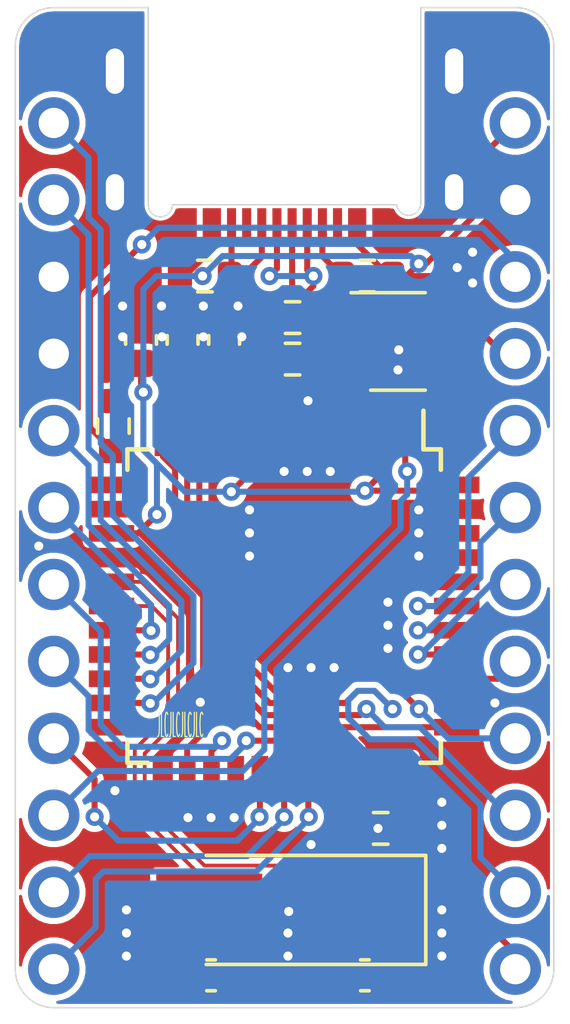
<source format=kicad_pcb>
(kicad_pcb (version 20171130) (host pcbnew 5.1.9+dfsg1-1)

  (general
    (thickness 1.6)
    (drawings 15)
    (tracks 392)
    (zones 0)
    (modules 17)
    (nets 44)
  )

  (page A4)
  (layers
    (0 F.Cu signal)
    (31 B.Cu signal)
    (32 B.Adhes user)
    (33 F.Adhes user)
    (34 B.Paste user)
    (35 F.Paste user)
    (36 B.SilkS user)
    (37 F.SilkS user)
    (38 B.Mask user)
    (39 F.Mask user)
    (40 Dwgs.User user hide)
    (41 Cmts.User user hide)
    (42 Eco1.User user)
    (43 Eco2.User user)
    (44 Edge.Cuts user)
    (45 Margin user)
    (46 B.CrtYd user hide)
    (47 F.CrtYd user hide)
    (48 B.Fab user)
    (49 F.Fab user hide)
  )

  (setup
    (last_trace_width 0.2)
    (user_trace_width 0.127)
    (user_trace_width 0.18)
    (trace_clearance 0.2)
    (zone_clearance 0.1)
    (zone_45_only no)
    (trace_min 0.127)
    (via_size 0.6)
    (via_drill 0.3)
    (via_min_size 0.6)
    (via_min_drill 0.3)
    (user_via 0.6 0.3)
    (uvia_size 0.3)
    (uvia_drill 0.1)
    (uvias_allowed no)
    (uvia_min_size 0.2)
    (uvia_min_drill 0.1)
    (edge_width 0.05)
    (segment_width 0.2)
    (pcb_text_width 0.3)
    (pcb_text_size 1.5 1.5)
    (mod_edge_width 0.12)
    (mod_text_size 1 1)
    (mod_text_width 0.15)
    (pad_size 1 1.6)
    (pad_drill 0.6)
    (pad_to_mask_clearance 0)
    (aux_axis_origin 0 0)
    (visible_elements FFFFFF7F)
    (pcbplotparams
      (layerselection 0x010fc_ffffffff)
      (usegerberextensions false)
      (usegerberattributes true)
      (usegerberadvancedattributes true)
      (creategerberjobfile true)
      (excludeedgelayer true)
      (linewidth 0.100000)
      (plotframeref false)
      (viasonmask false)
      (mode 1)
      (useauxorigin false)
      (hpglpennumber 1)
      (hpglpenspeed 20)
      (hpglpendiameter 15.000000)
      (psnegative false)
      (psa4output false)
      (plotreference true)
      (plotvalue true)
      (plotinvisibletext false)
      (padsonsilk false)
      (subtractmaskfromsilk false)
      (outputformat 1)
      (mirror false)
      (drillshape 1)
      (scaleselection 1)
      (outputdirectory ""))
  )

  (net 0 "")
  (net 1 GND)
  (net 2 "Net-(C1-Pad1)")
  (net 3 D3)
  (net 4 D2)
  (net 5 D1)
  (net 6 D0)
  (net 7 D4)
  (net 8 C6)
  (net 9 D7)
  (net 10 E6)
  (net 11 B4)
  (net 12 B5)
  (net 13 +5V)
  (net 14 RESET)
  (net 15 F4)
  (net 16 F5)
  (net 17 F6)
  (net 18 F7)
  (net 19 B1)
  (net 20 B3)
  (net 21 B2)
  (net 22 B6)
  (net 23 "Net-(J3-PadB8)")
  (net 24 "Net-(J3-PadA5)")
  (net 25 "Net-(J3-PadA7)")
  (net 26 "Net-(J3-PadA6)")
  (net 27 "Net-(J3-PadA8)")
  (net 28 "Net-(J3-PadB5)")
  (net 29 "Net-(R3-Pad2)")
  (net 30 "Net-(R5-Pad1)")
  (net 31 "Net-(R6-Pad2)")
  (net 32 "Net-(U3-Pad42)")
  (net 33 "Net-(U3-Pad41)")
  (net 34 "Net-(U3-Pad40)")
  (net 35 "Net-(U3-Pad32)")
  (net 36 "Net-(U3-Pad26)")
  (net 37 "Net-(U3-Pad22)")
  (net 38 "Net-(U3-Pad12)")
  (net 39 "Net-(U3-Pad8)")
  (net 40 "Net-(C2-Pad2)")
  (net 41 "Net-(C3-Pad1)")
  (net 42 "Net-(U2-Pad6)")
  (net 43 "Net-(U2-Pad4)")

  (net_class Default "This is the default net class."
    (clearance 0.2)
    (trace_width 0.2)
    (via_dia 0.6)
    (via_drill 0.3)
    (uvia_dia 0.3)
    (uvia_drill 0.1)
    (add_net +5V)
    (add_net B1)
    (add_net B2)
    (add_net B3)
    (add_net B4)
    (add_net B5)
    (add_net B6)
    (add_net C6)
    (add_net D0)
    (add_net D1)
    (add_net D2)
    (add_net D3)
    (add_net D4)
    (add_net D7)
    (add_net E6)
    (add_net F4)
    (add_net F5)
    (add_net F6)
    (add_net F7)
    (add_net GND)
    (add_net "Net-(C1-Pad1)")
    (add_net "Net-(C2-Pad2)")
    (add_net "Net-(C3-Pad1)")
    (add_net "Net-(J3-PadA5)")
    (add_net "Net-(J3-PadA6)")
    (add_net "Net-(J3-PadA7)")
    (add_net "Net-(J3-PadA8)")
    (add_net "Net-(J3-PadB5)")
    (add_net "Net-(J3-PadB8)")
    (add_net "Net-(R3-Pad2)")
    (add_net "Net-(R5-Pad1)")
    (add_net "Net-(R6-Pad2)")
    (add_net "Net-(U2-Pad4)")
    (add_net "Net-(U2-Pad6)")
    (add_net "Net-(U3-Pad12)")
    (add_net "Net-(U3-Pad22)")
    (add_net "Net-(U3-Pad26)")
    (add_net "Net-(U3-Pad32)")
    (add_net "Net-(U3-Pad40)")
    (add_net "Net-(U3-Pad41)")
    (add_net "Net-(U3-Pad42)")
    (add_net "Net-(U3-Pad8)")
    (add_net RESET)
  )

  (module Connector_PinSocket_2.54mm:PinSocket_1x12_P2.54mm_Vertical (layer F.Cu) (tedit 60FE1355) (tstamp 60FF951E)
    (at 157.62 115.24 180)
    (descr "Through hole straight socket strip, 1x12, 2.54mm pitch, single row (from Kicad 4.0.7), script generated")
    (tags "Through hole socket strip THT 1x12 2.54mm single row")
    (path /612A9BF0)
    (fp_text reference J2 (at 0 -2.77 180) (layer F.SilkS) hide
      (effects (font (size 1 1) (thickness 0.15)))
    )
    (fp_text value Conn_01x12 (at 0 30.71 180) (layer F.Fab)
      (effects (font (size 1 1) (thickness 0.15)))
    )
    (fp_line (start -1.27 -1.27) (end 0.635 -1.27) (layer F.Fab) (width 0.1))
    (fp_line (start 0.635 -1.27) (end 1.27 -0.635) (layer F.Fab) (width 0.1))
    (fp_line (start 1.27 -0.635) (end 1.27 29.21) (layer F.Fab) (width 0.1))
    (fp_line (start 1.27 29.21) (end -1.27 29.21) (layer F.Fab) (width 0.1))
    (fp_line (start -1.27 29.21) (end -1.27 -1.27) (layer F.Fab) (width 0.1))
    (fp_line (start -1.8 -1.8) (end 1.75 -1.8) (layer F.CrtYd) (width 0.05))
    (fp_line (start 1.75 -1.8) (end 1.75 29.7) (layer F.CrtYd) (width 0.05))
    (fp_line (start 1.75 29.7) (end -1.8 29.7) (layer F.CrtYd) (width 0.05))
    (fp_line (start -1.8 29.7) (end -1.8 -1.8) (layer F.CrtYd) (width 0.05))
    (fp_text user %R (at 0 13.97 270) (layer F.SilkS) hide
      (effects (font (size 1 1) (thickness 0.15)))
    )
    (pad 12 thru_hole oval (at 0 27.94 180) (size 1.7 1.7) (drill 1) (layers *.Cu *.Mask)
      (net 13 +5V))
    (pad 11 thru_hole oval (at 0 25.4 180) (size 1.7 1.7) (drill 1) (layers *.Cu *.Mask)
      (net 1 GND))
    (pad 10 thru_hole oval (at 0 22.86 180) (size 1.7 1.7) (drill 1) (layers *.Cu *.Mask)
      (net 14 RESET))
    (pad 9 thru_hole oval (at 0 20.32 180) (size 1.7 1.7) (drill 1) (layers *.Cu *.Mask)
      (net 13 +5V))
    (pad 8 thru_hole oval (at 0 17.78 180) (size 1.7 1.7) (drill 1) (layers *.Cu *.Mask)
      (net 15 F4))
    (pad 7 thru_hole oval (at 0 15.24 180) (size 1.7 1.7) (drill 1) (layers *.Cu *.Mask)
      (net 16 F5))
    (pad 6 thru_hole oval (at 0 12.7 180) (size 1.7 1.7) (drill 1) (layers *.Cu *.Mask)
      (net 17 F6))
    (pad 5 thru_hole oval (at 0 10.16 180) (size 1.7 1.7) (drill 1) (layers *.Cu *.Mask)
      (net 18 F7))
    (pad 4 thru_hole oval (at 0 7.62 180) (size 1.7 1.7) (drill 1) (layers *.Cu *.Mask)
      (net 19 B1))
    (pad 3 thru_hole oval (at 0 5.08 180) (size 1.7 1.7) (drill 1) (layers *.Cu *.Mask)
      (net 20 B3))
    (pad 2 thru_hole oval (at 0 2.54 180) (size 1.7 1.7) (drill 1) (layers *.Cu *.Mask)
      (net 21 B2))
    (pad 1 thru_hole circle (at 0 0 180) (size 1.7 1.7) (drill 1) (layers *.Cu *.Mask)
      (net 22 B6))
    (model ${KISYS3DMOD}/Connector_PinSocket_2.54mm.3dshapes/PinSocket_1x12_P2.54mm_Vertical.wrl
      (at (xyz 0 0 0))
      (scale (xyz 1 1 1))
      (rotate (xyz 0 0 0))
    )
  )

  (module Package_QFP:TQFP-44_10x10mm_P0.8mm (layer F.Cu) (tedit 5A02F146) (tstamp 60FFD94D)
    (at 149.987 103.251 270)
    (descr "44-Lead Plastic Thin Quad Flatpack (PT) - 10x10x1.0 mm Body [TQFP] (see Microchip Packaging Specification 00000049BS.pdf)")
    (tags "QFP 0.8")
    (path /60FFCB9D)
    (attr smd)
    (fp_text reference U3 (at 0 -7.45 90) (layer F.SilkS) hide
      (effects (font (size 1 1) (thickness 0.15)))
    )
    (fp_text value ATmega32U4RC-AU (at 0 7.45 90) (layer F.Fab)
      (effects (font (size 1 1) (thickness 0.15)))
    )
    (fp_line (start -4 -5) (end 5 -5) (layer F.Fab) (width 0.15))
    (fp_line (start 5 -5) (end 5 5) (layer F.Fab) (width 0.15))
    (fp_line (start 5 5) (end -5 5) (layer F.Fab) (width 0.15))
    (fp_line (start -5 5) (end -5 -4) (layer F.Fab) (width 0.15))
    (fp_line (start -5 -4) (end -4 -5) (layer F.Fab) (width 0.15))
    (fp_line (start -6.7 -6.7) (end -6.7 6.7) (layer F.CrtYd) (width 0.05))
    (fp_line (start 6.7 -6.7) (end 6.7 6.7) (layer F.CrtYd) (width 0.05))
    (fp_line (start -6.7 -6.7) (end 6.7 -6.7) (layer F.CrtYd) (width 0.05))
    (fp_line (start -6.7 6.7) (end 6.7 6.7) (layer F.CrtYd) (width 0.05))
    (fp_line (start -5.175 -5.175) (end -5.175 -4.6) (layer F.SilkS) (width 0.15))
    (fp_line (start 5.175 -5.175) (end 5.175 -4.5) (layer F.SilkS) (width 0.15))
    (fp_line (start 5.175 5.175) (end 5.175 4.5) (layer F.SilkS) (width 0.15))
    (fp_line (start -5.175 5.175) (end -5.175 4.5) (layer F.SilkS) (width 0.15))
    (fp_line (start -5.175 -5.175) (end -4.5 -5.175) (layer F.SilkS) (width 0.15))
    (fp_line (start -5.175 5.175) (end -4.5 5.175) (layer F.SilkS) (width 0.15))
    (fp_line (start 5.175 5.175) (end 4.5 5.175) (layer F.SilkS) (width 0.15))
    (fp_line (start 5.175 -5.175) (end 4.5 -5.175) (layer F.SilkS) (width 0.15))
    (fp_line (start -5.175 -4.6) (end -6.45 -4.6) (layer F.SilkS) (width 0.15))
    (fp_text user %R (at 0 0 90) (layer F.SilkS) hide
      (effects (font (size 1 1) (thickness 0.15)))
    )
    (pad 44 smd rect (at -4 -5.7) (size 1.5 0.55) (layers F.Cu F.Paste F.Mask)
      (net 13 +5V))
    (pad 43 smd rect (at -3.2 -5.7) (size 1.5 0.55) (layers F.Cu F.Paste F.Mask)
      (net 1 GND))
    (pad 42 smd rect (at -2.4 -5.7) (size 1.5 0.55) (layers F.Cu F.Paste F.Mask)
      (net 32 "Net-(U3-Pad42)"))
    (pad 41 smd rect (at -1.6 -5.7) (size 1.5 0.55) (layers F.Cu F.Paste F.Mask)
      (net 33 "Net-(U3-Pad41)"))
    (pad 40 smd rect (at -0.8 -5.7) (size 1.5 0.55) (layers F.Cu F.Paste F.Mask)
      (net 34 "Net-(U3-Pad40)"))
    (pad 39 smd rect (at 0 -5.7) (size 1.5 0.55) (layers F.Cu F.Paste F.Mask)
      (net 15 F4))
    (pad 38 smd rect (at 0.8 -5.7) (size 1.5 0.55) (layers F.Cu F.Paste F.Mask)
      (net 16 F5))
    (pad 37 smd rect (at 1.6 -5.7) (size 1.5 0.55) (layers F.Cu F.Paste F.Mask)
      (net 17 F6))
    (pad 36 smd rect (at 2.4 -5.7) (size 1.5 0.55) (layers F.Cu F.Paste F.Mask)
      (net 18 F7))
    (pad 35 smd rect (at 3.2 -5.7) (size 1.5 0.55) (layers F.Cu F.Paste F.Mask)
      (net 1 GND))
    (pad 34 smd rect (at 4 -5.7) (size 1.5 0.55) (layers F.Cu F.Paste F.Mask)
      (net 13 +5V))
    (pad 33 smd rect (at 5.7 -4 270) (size 1.5 0.55) (layers F.Cu F.Paste F.Mask)
      (net 29 "Net-(R3-Pad2)"))
    (pad 32 smd rect (at 5.7 -3.2 270) (size 1.5 0.55) (layers F.Cu F.Paste F.Mask)
      (net 35 "Net-(U3-Pad32)"))
    (pad 31 smd rect (at 5.7 -2.4 270) (size 1.5 0.55) (layers F.Cu F.Paste F.Mask)
      (net 8 C6))
    (pad 30 smd rect (at 5.7 -1.6 270) (size 1.5 0.55) (layers F.Cu F.Paste F.Mask)
      (net 22 B6))
    (pad 29 smd rect (at 5.7 -0.8 270) (size 1.5 0.55) (layers F.Cu F.Paste F.Mask)
      (net 12 B5))
    (pad 28 smd rect (at 5.7 0 270) (size 1.5 0.55) (layers F.Cu F.Paste F.Mask)
      (net 11 B4))
    (pad 27 smd rect (at 5.7 0.8 270) (size 1.5 0.55) (layers F.Cu F.Paste F.Mask)
      (net 9 D7))
    (pad 26 smd rect (at 5.7 1.6 270) (size 1.5 0.55) (layers F.Cu F.Paste F.Mask)
      (net 36 "Net-(U3-Pad26)"))
    (pad 25 smd rect (at 5.7 2.4 270) (size 1.5 0.55) (layers F.Cu F.Paste F.Mask)
      (net 7 D4))
    (pad 24 smd rect (at 5.7 3.2 270) (size 1.5 0.55) (layers F.Cu F.Paste F.Mask)
      (net 13 +5V))
    (pad 23 smd rect (at 5.7 4 270) (size 1.5 0.55) (layers F.Cu F.Paste F.Mask)
      (net 1 GND))
    (pad 22 smd rect (at 4 5.7) (size 1.5 0.55) (layers F.Cu F.Paste F.Mask)
      (net 37 "Net-(U3-Pad22)"))
    (pad 21 smd rect (at 3.2 5.7) (size 1.5 0.55) (layers F.Cu F.Paste F.Mask)
      (net 3 D3))
    (pad 20 smd rect (at 2.4 5.7) (size 1.5 0.55) (layers F.Cu F.Paste F.Mask)
      (net 4 D2))
    (pad 19 smd rect (at 1.6 5.7) (size 1.5 0.55) (layers F.Cu F.Paste F.Mask)
      (net 5 D1))
    (pad 18 smd rect (at 0.8 5.7) (size 1.5 0.55) (layers F.Cu F.Paste F.Mask)
      (net 6 D0))
    (pad 17 smd rect (at 0 5.7) (size 1.5 0.55) (layers F.Cu F.Paste F.Mask)
      (net 41 "Net-(C3-Pad1)"))
    (pad 16 smd rect (at -0.8 5.7) (size 1.5 0.55) (layers F.Cu F.Paste F.Mask)
      (net 40 "Net-(C2-Pad2)"))
    (pad 15 smd rect (at -1.6 5.7) (size 1.5 0.55) (layers F.Cu F.Paste F.Mask)
      (net 1 GND))
    (pad 14 smd rect (at -2.4 5.7) (size 1.5 0.55) (layers F.Cu F.Paste F.Mask)
      (net 13 +5V))
    (pad 13 smd rect (at -3.2 5.7) (size 1.5 0.55) (layers F.Cu F.Paste F.Mask)
      (net 14 RESET))
    (pad 12 smd rect (at -4 5.7) (size 1.5 0.55) (layers F.Cu F.Paste F.Mask)
      (net 38 "Net-(U3-Pad12)"))
    (pad 11 smd rect (at -5.7 4 270) (size 1.5 0.55) (layers F.Cu F.Paste F.Mask)
      (net 20 B3))
    (pad 10 smd rect (at -5.7 3.2 270) (size 1.5 0.55) (layers F.Cu F.Paste F.Mask)
      (net 21 B2))
    (pad 9 smd rect (at -5.7 2.4 270) (size 1.5 0.55) (layers F.Cu F.Paste F.Mask)
      (net 19 B1))
    (pad 8 smd rect (at -5.7 1.6 270) (size 1.5 0.55) (layers F.Cu F.Paste F.Mask)
      (net 39 "Net-(U3-Pad8)"))
    (pad 7 smd rect (at -5.7 0.8 270) (size 1.5 0.55) (layers F.Cu F.Paste F.Mask)
      (net 13 +5V))
    (pad 6 smd rect (at -5.7 0 270) (size 1.5 0.55) (layers F.Cu F.Paste F.Mask)
      (net 2 "Net-(C1-Pad1)"))
    (pad 5 smd rect (at -5.7 -0.8 270) (size 1.5 0.55) (layers F.Cu F.Paste F.Mask)
      (net 1 GND))
    (pad 4 smd rect (at -5.7 -1.6 270) (size 1.5 0.55) (layers F.Cu F.Paste F.Mask)
      (net 43 "Net-(U2-Pad4)"))
    (pad 3 smd rect (at -5.7 -2.4 270) (size 1.5 0.55) (layers F.Cu F.Paste F.Mask)
      (net 42 "Net-(U2-Pad6)"))
    (pad 2 smd rect (at -5.7 -3.2 270) (size 1.5 0.55) (layers F.Cu F.Paste F.Mask)
      (net 13 +5V))
    (pad 1 smd rect (at -5.7 -4 270) (size 1.5 0.55) (layers F.Cu F.Paste F.Mask)
      (net 10 E6))
    (model ${KISYS3DMOD}/Package_QFP.3dshapes/TQFP-44_10x10mm_P0.8mm.wrl
      (at (xyz 0 0 0))
      (scale (xyz 1 1 1))
      (rotate (xyz 0 0 0))
    )
  )

  (module Crystal:Crystal_SMD_5032-2Pin_5.0x3.2mm_HandSoldering (layer F.Cu) (tedit 5A0FD1B2) (tstamp 60FFF7D7)
    (at 150.114 113.284 180)
    (descr "SMD Crystal SERIES SMD2520/2 http://www.icbase.com/File/PDF/HKC/HKC00061008.pdf, hand-soldering, 5.0x3.2mm^2 package")
    (tags "SMD SMT crystal hand-soldering")
    (path /61002907)
    (attr smd)
    (fp_text reference Y1 (at 0 -2.8) (layer F.SilkS) hide
      (effects (font (size 1 1) (thickness 0.15)))
    )
    (fp_text value 16mhz (at 0 2.8) (layer F.Fab)
      (effects (font (size 1 1) (thickness 0.15)))
    )
    (fp_line (start -2.3 -1.6) (end 2.3 -1.6) (layer F.Fab) (width 0.1))
    (fp_line (start 2.3 -1.6) (end 2.5 -1.4) (layer F.Fab) (width 0.1))
    (fp_line (start 2.5 -1.4) (end 2.5 1.4) (layer F.Fab) (width 0.1))
    (fp_line (start 2.5 1.4) (end 2.3 1.6) (layer F.Fab) (width 0.1))
    (fp_line (start 2.3 1.6) (end -2.3 1.6) (layer F.Fab) (width 0.1))
    (fp_line (start -2.3 1.6) (end -2.5 1.4) (layer F.Fab) (width 0.1))
    (fp_line (start -2.5 1.4) (end -2.5 -1.4) (layer F.Fab) (width 0.1))
    (fp_line (start -2.5 -1.4) (end -2.3 -1.6) (layer F.Fab) (width 0.1))
    (fp_line (start -2.5 0.6) (end -1.5 1.6) (layer F.Fab) (width 0.1))
    (fp_line (start 2.7 -1.8) (end -4.55 -1.8) (layer F.SilkS) (width 0.12))
    (fp_line (start -4.55 -1.8) (end -4.55 1.8) (layer F.SilkS) (width 0.12))
    (fp_line (start -4.55 1.8) (end 2.7 1.8) (layer F.SilkS) (width 0.12))
    (fp_line (start -4.6 -1.9) (end -4.6 1.9) (layer F.CrtYd) (width 0.05))
    (fp_line (start -4.6 1.9) (end 4.6 1.9) (layer F.CrtYd) (width 0.05))
    (fp_line (start 4.6 1.9) (end 4.6 -1.9) (layer F.CrtYd) (width 0.05))
    (fp_line (start 4.6 -1.9) (end -4.6 -1.9) (layer F.CrtYd) (width 0.05))
    (fp_circle (center 0 0) (end 0.4 0) (layer F.Adhes) (width 0.1))
    (fp_circle (center 0 0) (end 0.333333 0) (layer F.Adhes) (width 0.133333))
    (fp_circle (center 0 0) (end 0.213333 0) (layer F.Adhes) (width 0.133333))
    (fp_circle (center 0 0) (end 0.093333 0) (layer F.Adhes) (width 0.186667))
    (fp_text user %R (at 0 0) (layer F.SilkS) hide
      (effects (font (size 1 1) (thickness 0.15)))
    )
    (pad 2 smd rect (at 2.6 0 180) (size 3.5 2.4) (layers F.Cu F.Paste F.Mask)
      (net 41 "Net-(C3-Pad1)"))
    (pad 1 smd rect (at -2.6 0 180) (size 3.5 2.4) (layers F.Cu F.Paste F.Mask)
      (net 40 "Net-(C2-Pad2)"))
    (model ${KISYS3DMOD}/Crystal.3dshapes/Crystal_SMD_5032-2Pin_5.0x3.2mm_HandSoldering.wrl
      (at (xyz 0 0 0))
      (scale (xyz 1 1 1))
      (rotate (xyz 0 0 0))
    )
  )

  (module Capacitor_SMD:C_0603_1608Metric (layer F.Cu) (tedit 5F68FEEE) (tstamp 60FFF54C)
    (at 147.574 115.443)
    (descr "Capacitor SMD 0603 (1608 Metric), square (rectangular) end terminal, IPC_7351 nominal, (Body size source: IPC-SM-782 page 76, https://www.pcb-3d.com/wordpress/wp-content/uploads/ipc-sm-782a_amendment_1_and_2.pdf), generated with kicad-footprint-generator")
    (tags capacitor)
    (path /610069EE)
    (attr smd)
    (fp_text reference C3 (at 0 -1.43) (layer F.SilkS) hide
      (effects (font (size 1 1) (thickness 0.15)))
    )
    (fp_text value 22pf (at 0 1.43) (layer F.Fab)
      (effects (font (size 1 1) (thickness 0.15)))
    )
    (fp_line (start -0.8 0.4) (end -0.8 -0.4) (layer F.Fab) (width 0.1))
    (fp_line (start -0.8 -0.4) (end 0.8 -0.4) (layer F.Fab) (width 0.1))
    (fp_line (start 0.8 -0.4) (end 0.8 0.4) (layer F.Fab) (width 0.1))
    (fp_line (start 0.8 0.4) (end -0.8 0.4) (layer F.Fab) (width 0.1))
    (fp_line (start -0.14058 -0.51) (end 0.14058 -0.51) (layer F.SilkS) (width 0.12))
    (fp_line (start -0.14058 0.51) (end 0.14058 0.51) (layer F.SilkS) (width 0.12))
    (fp_line (start -1.48 0.73) (end -1.48 -0.73) (layer F.CrtYd) (width 0.05))
    (fp_line (start -1.48 -0.73) (end 1.48 -0.73) (layer F.CrtYd) (width 0.05))
    (fp_line (start 1.48 -0.73) (end 1.48 0.73) (layer F.CrtYd) (width 0.05))
    (fp_line (start 1.48 0.73) (end -1.48 0.73) (layer F.CrtYd) (width 0.05))
    (fp_text user %R (at 0 0) (layer F.SilkS) hide
      (effects (font (size 0.4 0.4) (thickness 0.06)))
    )
    (pad 2 smd roundrect (at 0.775 0) (size 0.9 0.95) (layers F.Cu F.Paste F.Mask) (roundrect_rratio 0.25)
      (net 1 GND))
    (pad 1 smd roundrect (at -0.775 0) (size 0.9 0.95) (layers F.Cu F.Paste F.Mask) (roundrect_rratio 0.25)
      (net 41 "Net-(C3-Pad1)"))
    (model ${KISYS3DMOD}/Capacitor_SMD.3dshapes/C_0603_1608Metric.wrl
      (at (xyz 0 0 0))
      (scale (xyz 1 1 1))
      (rotate (xyz 0 0 0))
    )
  )

  (module Capacitor_SMD:C_0603_1608Metric (layer F.Cu) (tedit 5F68FEEE) (tstamp 60FFF53B)
    (at 152.654 115.443)
    (descr "Capacitor SMD 0603 (1608 Metric), square (rectangular) end terminal, IPC_7351 nominal, (Body size source: IPC-SM-782 page 76, https://www.pcb-3d.com/wordpress/wp-content/uploads/ipc-sm-782a_amendment_1_and_2.pdf), generated with kicad-footprint-generator")
    (tags capacitor)
    (path /61007820)
    (attr smd)
    (fp_text reference C2 (at 0 -1.43) (layer F.SilkS) hide
      (effects (font (size 1 1) (thickness 0.15)))
    )
    (fp_text value 22pf (at 0 1.43) (layer F.Fab)
      (effects (font (size 1 1) (thickness 0.15)))
    )
    (fp_line (start -0.8 0.4) (end -0.8 -0.4) (layer F.Fab) (width 0.1))
    (fp_line (start -0.8 -0.4) (end 0.8 -0.4) (layer F.Fab) (width 0.1))
    (fp_line (start 0.8 -0.4) (end 0.8 0.4) (layer F.Fab) (width 0.1))
    (fp_line (start 0.8 0.4) (end -0.8 0.4) (layer F.Fab) (width 0.1))
    (fp_line (start -0.14058 -0.51) (end 0.14058 -0.51) (layer F.SilkS) (width 0.12))
    (fp_line (start -0.14058 0.51) (end 0.14058 0.51) (layer F.SilkS) (width 0.12))
    (fp_line (start -1.48 0.73) (end -1.48 -0.73) (layer F.CrtYd) (width 0.05))
    (fp_line (start -1.48 -0.73) (end 1.48 -0.73) (layer F.CrtYd) (width 0.05))
    (fp_line (start 1.48 -0.73) (end 1.48 0.73) (layer F.CrtYd) (width 0.05))
    (fp_line (start 1.48 0.73) (end -1.48 0.73) (layer F.CrtYd) (width 0.05))
    (fp_text user %R (at 0 0) (layer F.SilkS) hide
      (effects (font (size 0.4 0.4) (thickness 0.06)))
    )
    (pad 2 smd roundrect (at 0.775 0) (size 0.9 0.95) (layers F.Cu F.Paste F.Mask) (roundrect_rratio 0.25)
      (net 40 "Net-(C2-Pad2)"))
    (pad 1 smd roundrect (at -0.775 0) (size 0.9 0.95) (layers F.Cu F.Paste F.Mask) (roundrect_rratio 0.25)
      (net 1 GND))
    (model ${KISYS3DMOD}/Capacitor_SMD.3dshapes/C_0603_1608Metric.wrl
      (at (xyz 0 0 0))
      (scale (xyz 1 1 1))
      (rotate (xyz 0 0 0))
    )
  )

  (module Resistor_SMD:R_0603_1608Metric (layer F.Cu) (tedit 5F68FEEE) (tstamp 61006BA4)
    (at 150.2664 93.726)
    (descr "Resistor SMD 0603 (1608 Metric), square (rectangular) end terminal, IPC_7351 nominal, (Body size source: IPC-SM-782 page 72, https://www.pcb-3d.com/wordpress/wp-content/uploads/ipc-sm-782a_amendment_1_and_2.pdf), generated with kicad-footprint-generator")
    (tags resistor)
    (path /61409009)
    (attr smd)
    (fp_text reference R6 (at 0 -1.43) (layer F.SilkS) hide
      (effects (font (size 1 1) (thickness 0.15)))
    )
    (fp_text value 22 (at 0 1.43) (layer F.Fab)
      (effects (font (size 1 1) (thickness 0.15)))
    )
    (fp_line (start -0.8 0.4125) (end -0.8 -0.4125) (layer F.Fab) (width 0.1))
    (fp_line (start -0.8 -0.4125) (end 0.8 -0.4125) (layer F.Fab) (width 0.1))
    (fp_line (start 0.8 -0.4125) (end 0.8 0.4125) (layer F.Fab) (width 0.1))
    (fp_line (start 0.8 0.4125) (end -0.8 0.4125) (layer F.Fab) (width 0.1))
    (fp_line (start -0.237258 -0.5225) (end 0.237258 -0.5225) (layer F.SilkS) (width 0.12))
    (fp_line (start -0.237258 0.5225) (end 0.237258 0.5225) (layer F.SilkS) (width 0.12))
    (fp_line (start -1.48 0.73) (end -1.48 -0.73) (layer F.CrtYd) (width 0.05))
    (fp_line (start -1.48 -0.73) (end 1.48 -0.73) (layer F.CrtYd) (width 0.05))
    (fp_line (start 1.48 -0.73) (end 1.48 0.73) (layer F.CrtYd) (width 0.05))
    (fp_line (start 1.48 0.73) (end -1.48 0.73) (layer F.CrtYd) (width 0.05))
    (fp_text user %R (at 0 0) (layer F.SilkS) hide
      (effects (font (size 0.4 0.4) (thickness 0.06)))
    )
    (pad 1 smd roundrect (at -0.825 0) (size 0.8 0.95) (layers F.Cu F.Paste F.Mask) (roundrect_rratio 0.25)
      (net 26 "Net-(J3-PadA6)"))
    (pad 2 smd roundrect (at 0.825 0) (size 0.8 0.95) (layers F.Cu F.Paste F.Mask) (roundrect_rratio 0.25)
      (net 31 "Net-(R6-Pad2)"))
    (model ${KISYS3DMOD}/Resistor_SMD.3dshapes/R_0603_1608Metric.wrl
      (at (xyz 0 0 0))
      (scale (xyz 1 1 1))
      (rotate (xyz 0 0 0))
    )
  )

  (module Resistor_SMD:R_0603_1608Metric (layer F.Cu) (tedit 5F68FEEE) (tstamp 61006CE8)
    (at 150.2664 95.0976 180)
    (descr "Resistor SMD 0603 (1608 Metric), square (rectangular) end terminal, IPC_7351 nominal, (Body size source: IPC-SM-782 page 72, https://www.pcb-3d.com/wordpress/wp-content/uploads/ipc-sm-782a_amendment_1_and_2.pdf), generated with kicad-footprint-generator")
    (tags resistor)
    (path /61406714)
    (attr smd)
    (fp_text reference R5 (at 0 -1.43) (layer F.SilkS) hide
      (effects (font (size 1 1) (thickness 0.15)))
    )
    (fp_text value 22 (at 0 1.43) (layer F.Fab)
      (effects (font (size 1 1) (thickness 0.15)))
    )
    (fp_line (start -0.8 0.4125) (end -0.8 -0.4125) (layer F.Fab) (width 0.1))
    (fp_line (start -0.8 -0.4125) (end 0.8 -0.4125) (layer F.Fab) (width 0.1))
    (fp_line (start 0.8 -0.4125) (end 0.8 0.4125) (layer F.Fab) (width 0.1))
    (fp_line (start 0.8 0.4125) (end -0.8 0.4125) (layer F.Fab) (width 0.1))
    (fp_line (start -0.237258 -0.5225) (end 0.237258 -0.5225) (layer F.SilkS) (width 0.12))
    (fp_line (start -0.237258 0.5225) (end 0.237258 0.5225) (layer F.SilkS) (width 0.12))
    (fp_line (start -1.48 0.73) (end -1.48 -0.73) (layer F.CrtYd) (width 0.05))
    (fp_line (start -1.48 -0.73) (end 1.48 -0.73) (layer F.CrtYd) (width 0.05))
    (fp_line (start 1.48 -0.73) (end 1.48 0.73) (layer F.CrtYd) (width 0.05))
    (fp_line (start 1.48 0.73) (end -1.48 0.73) (layer F.CrtYd) (width 0.05))
    (fp_text user %R (at 0 0) (layer F.SilkS) hide
      (effects (font (size 0.4 0.4) (thickness 0.06)))
    )
    (pad 1 smd roundrect (at -0.825 0 180) (size 0.8 0.95) (layers F.Cu F.Paste F.Mask) (roundrect_rratio 0.25)
      (net 30 "Net-(R5-Pad1)"))
    (pad 2 smd roundrect (at 0.825 0 180) (size 0.8 0.95) (layers F.Cu F.Paste F.Mask) (roundrect_rratio 0.25)
      (net 25 "Net-(J3-PadA7)"))
    (model ${KISYS3DMOD}/Resistor_SMD.3dshapes/R_0603_1608Metric.wrl
      (at (xyz 0 0 0))
      (scale (xyz 1 1 1))
      (rotate (xyz 0 0 0))
    )
  )

  (module Resistor_SMD:R_0603_1608Metric (layer F.Cu) (tedit 5F68FEEE) (tstamp 6100B07F)
    (at 144.3482 97.3074 90)
    (descr "Resistor SMD 0603 (1608 Metric), square (rectangular) end terminal, IPC_7351 nominal, (Body size source: IPC-SM-782 page 72, https://www.pcb-3d.com/wordpress/wp-content/uploads/ipc-sm-782a_amendment_1_and_2.pdf), generated with kicad-footprint-generator")
    (tags resistor)
    (path /613B933E)
    (attr smd)
    (fp_text reference R4 (at 0 -1.43 90) (layer F.SilkS) hide
      (effects (font (size 1 1) (thickness 0.15)))
    )
    (fp_text value 10k (at 0 1.43 90) (layer F.Fab)
      (effects (font (size 1 1) (thickness 0.15)))
    )
    (fp_line (start 1.48 0.73) (end -1.48 0.73) (layer F.CrtYd) (width 0.05))
    (fp_line (start 1.48 -0.73) (end 1.48 0.73) (layer F.CrtYd) (width 0.05))
    (fp_line (start -1.48 -0.73) (end 1.48 -0.73) (layer F.CrtYd) (width 0.05))
    (fp_line (start -1.48 0.73) (end -1.48 -0.73) (layer F.CrtYd) (width 0.05))
    (fp_line (start -0.237258 0.5225) (end 0.237258 0.5225) (layer F.SilkS) (width 0.12))
    (fp_line (start -0.237258 -0.5225) (end 0.237258 -0.5225) (layer F.SilkS) (width 0.12))
    (fp_line (start 0.8 0.4125) (end -0.8 0.4125) (layer F.Fab) (width 0.1))
    (fp_line (start 0.8 -0.4125) (end 0.8 0.4125) (layer F.Fab) (width 0.1))
    (fp_line (start -0.8 -0.4125) (end 0.8 -0.4125) (layer F.Fab) (width 0.1))
    (fp_line (start -0.8 0.4125) (end -0.8 -0.4125) (layer F.Fab) (width 0.1))
    (fp_text user %R (at 0 0 90) (layer F.SilkS) hide
      (effects (font (size 0.4 0.4) (thickness 0.06)))
    )
    (pad 2 smd roundrect (at 0.825 0 90) (size 0.8 0.95) (layers F.Cu F.Paste F.Mask) (roundrect_rratio 0.25)
      (net 13 +5V))
    (pad 1 smd roundrect (at -0.825 0 90) (size 0.8 0.95) (layers F.Cu F.Paste F.Mask) (roundrect_rratio 0.25)
      (net 14 RESET))
    (model ${KISYS3DMOD}/Resistor_SMD.3dshapes/R_0603_1608Metric.wrl
      (at (xyz 0 0 0))
      (scale (xyz 1 1 1))
      (rotate (xyz 0 0 0))
    )
  )

  (module Resistor_SMD:R_0603_1608Metric (layer F.Cu) (tedit 5F68FEEE) (tstamp 6100D686)
    (at 153.1752 110.5916)
    (descr "Resistor SMD 0603 (1608 Metric), square (rectangular) end terminal, IPC_7351 nominal, (Body size source: IPC-SM-782 page 72, https://www.pcb-3d.com/wordpress/wp-content/uploads/ipc-sm-782a_amendment_1_and_2.pdf), generated with kicad-footprint-generator")
    (tags resistor)
    (path /612AF8FC)
    (attr smd)
    (fp_text reference R3 (at 0 -1.43) (layer F.SilkS) hide
      (effects (font (size 1 1) (thickness 0.15)))
    )
    (fp_text value 10k (at 0 1.43) (layer F.Fab)
      (effects (font (size 1 1) (thickness 0.15)))
    )
    (fp_line (start 1.48 0.73) (end -1.48 0.73) (layer F.CrtYd) (width 0.05))
    (fp_line (start 1.48 -0.73) (end 1.48 0.73) (layer F.CrtYd) (width 0.05))
    (fp_line (start -1.48 -0.73) (end 1.48 -0.73) (layer F.CrtYd) (width 0.05))
    (fp_line (start -1.48 0.73) (end -1.48 -0.73) (layer F.CrtYd) (width 0.05))
    (fp_line (start -0.237258 0.5225) (end 0.237258 0.5225) (layer F.SilkS) (width 0.12))
    (fp_line (start -0.237258 -0.5225) (end 0.237258 -0.5225) (layer F.SilkS) (width 0.12))
    (fp_line (start 0.8 0.4125) (end -0.8 0.4125) (layer F.Fab) (width 0.1))
    (fp_line (start 0.8 -0.4125) (end 0.8 0.4125) (layer F.Fab) (width 0.1))
    (fp_line (start -0.8 -0.4125) (end 0.8 -0.4125) (layer F.Fab) (width 0.1))
    (fp_line (start -0.8 0.4125) (end -0.8 -0.4125) (layer F.Fab) (width 0.1))
    (fp_text user %R (at 0 0) (layer F.SilkS) hide
      (effects (font (size 0.4 0.4) (thickness 0.06)))
    )
    (pad 2 smd roundrect (at 0.825 0) (size 0.8 0.95) (layers F.Cu F.Paste F.Mask) (roundrect_rratio 0.25)
      (net 29 "Net-(R3-Pad2)"))
    (pad 1 smd roundrect (at -0.825 0) (size 0.8 0.95) (layers F.Cu F.Paste F.Mask) (roundrect_rratio 0.25)
      (net 1 GND))
    (model ${KISYS3DMOD}/Resistor_SMD.3dshapes/R_0603_1608Metric.wrl
      (at (xyz 0 0 0))
      (scale (xyz 1 1 1))
      (rotate (xyz 0 0 0))
    )
  )

  (module Resistor_SMD:R_0603_1608Metric (layer F.Cu) (tedit 5F68FEEE) (tstamp 610023A0)
    (at 147.3708 92.3544)
    (descr "Resistor SMD 0603 (1608 Metric), square (rectangular) end terminal, IPC_7351 nominal, (Body size source: IPC-SM-782 page 72, https://www.pcb-3d.com/wordpress/wp-content/uploads/ipc-sm-782a_amendment_1_and_2.pdf), generated with kicad-footprint-generator")
    (tags resistor)
    (path /6101E2C5)
    (attr smd)
    (fp_text reference R2 (at 0 -1.43) (layer F.SilkS) hide
      (effects (font (size 1 1) (thickness 0.15)))
    )
    (fp_text value 5.1k (at 0 1.43) (layer F.Fab)
      (effects (font (size 1 1) (thickness 0.15)))
    )
    (fp_line (start 1.48 0.73) (end -1.48 0.73) (layer F.CrtYd) (width 0.05))
    (fp_line (start 1.48 -0.73) (end 1.48 0.73) (layer F.CrtYd) (width 0.05))
    (fp_line (start -1.48 -0.73) (end 1.48 -0.73) (layer F.CrtYd) (width 0.05))
    (fp_line (start -1.48 0.73) (end -1.48 -0.73) (layer F.CrtYd) (width 0.05))
    (fp_line (start -0.237258 0.5225) (end 0.237258 0.5225) (layer F.SilkS) (width 0.12))
    (fp_line (start -0.237258 -0.5225) (end 0.237258 -0.5225) (layer F.SilkS) (width 0.12))
    (fp_line (start 0.8 0.4125) (end -0.8 0.4125) (layer F.Fab) (width 0.1))
    (fp_line (start 0.8 -0.4125) (end 0.8 0.4125) (layer F.Fab) (width 0.1))
    (fp_line (start -0.8 -0.4125) (end 0.8 -0.4125) (layer F.Fab) (width 0.1))
    (fp_line (start -0.8 0.4125) (end -0.8 -0.4125) (layer F.Fab) (width 0.1))
    (fp_text user %R (at 0 0) (layer F.SilkS) hide
      (effects (font (size 0.4 0.4) (thickness 0.06)))
    )
    (pad 2 smd roundrect (at 0.825 0) (size 0.8 0.95) (layers F.Cu F.Paste F.Mask) (roundrect_rratio 0.25)
      (net 28 "Net-(J3-PadB5)"))
    (pad 1 smd roundrect (at -0.825 0) (size 0.8 0.95) (layers F.Cu F.Paste F.Mask) (roundrect_rratio 0.25)
      (net 13 +5V))
    (model ${KISYS3DMOD}/Resistor_SMD.3dshapes/R_0603_1608Metric.wrl
      (at (xyz 0 0 0))
      (scale (xyz 1 1 1))
      (rotate (xyz 0 0 0))
    )
  )

  (module Resistor_SMD:R_0603_1608Metric (layer F.Cu) (tedit 5F68FEEE) (tstamp 60FF910E)
    (at 152.7302 92.3544 180)
    (descr "Resistor SMD 0603 (1608 Metric), square (rectangular) end terminal, IPC_7351 nominal, (Body size source: IPC-SM-782 page 72, https://www.pcb-3d.com/wordpress/wp-content/uploads/ipc-sm-782a_amendment_1_and_2.pdf), generated with kicad-footprint-generator")
    (tags resistor)
    (path /610C38B8)
    (attr smd)
    (fp_text reference R1 (at 0 -1.43) (layer F.SilkS) hide
      (effects (font (size 1 1) (thickness 0.15)))
    )
    (fp_text value 5.1k (at 0 1.43) (layer F.Fab)
      (effects (font (size 1 1) (thickness 0.15)))
    )
    (fp_line (start 1.48 0.73) (end -1.48 0.73) (layer F.CrtYd) (width 0.05))
    (fp_line (start 1.48 -0.73) (end 1.48 0.73) (layer F.CrtYd) (width 0.05))
    (fp_line (start -1.48 -0.73) (end 1.48 -0.73) (layer F.CrtYd) (width 0.05))
    (fp_line (start -1.48 0.73) (end -1.48 -0.73) (layer F.CrtYd) (width 0.05))
    (fp_line (start -0.237258 0.5225) (end 0.237258 0.5225) (layer F.SilkS) (width 0.12))
    (fp_line (start -0.237258 -0.5225) (end 0.237258 -0.5225) (layer F.SilkS) (width 0.12))
    (fp_line (start 0.8 0.4125) (end -0.8 0.4125) (layer F.Fab) (width 0.1))
    (fp_line (start 0.8 -0.4125) (end 0.8 0.4125) (layer F.Fab) (width 0.1))
    (fp_line (start -0.8 -0.4125) (end 0.8 -0.4125) (layer F.Fab) (width 0.1))
    (fp_line (start -0.8 0.4125) (end -0.8 -0.4125) (layer F.Fab) (width 0.1))
    (fp_text user %R (at 0 0) (layer F.SilkS) hide
      (effects (font (size 0.4 0.4) (thickness 0.06)))
    )
    (pad 2 smd roundrect (at 0.825 0 180) (size 0.8 0.95) (layers F.Cu F.Paste F.Mask) (roundrect_rratio 0.25)
      (net 24 "Net-(J3-PadA5)"))
    (pad 1 smd roundrect (at -0.825 0 180) (size 0.8 0.95) (layers F.Cu F.Paste F.Mask) (roundrect_rratio 0.25)
      (net 13 +5V))
    (model ${KISYS3DMOD}/Resistor_SMD.3dshapes/R_0603_1608Metric.wrl
      (at (xyz 0 0 0))
      (scale (xyz 1 1 1))
      (rotate (xyz 0 0 0))
    )
  )

  (module Capacitor_SMD:C_0603_1608Metric (layer F.Cu) (tedit 5F68FEEE) (tstamp 60FFDE72)
    (at 146.6342 94.4626 270)
    (descr "Capacitor SMD 0603 (1608 Metric), square (rectangular) end terminal, IPC_7351 nominal, (Body size source: IPC-SM-782 page 76, https://www.pcb-3d.com/wordpress/wp-content/uploads/ipc-sm-782a_amendment_1_and_2.pdf), generated with kicad-footprint-generator")
    (tags capacitor)
    (path /6118D688)
    (attr smd)
    (fp_text reference C8 (at 0 -1.43 90) (layer F.SilkS) hide
      (effects (font (size 1 1) (thickness 0.15)))
    )
    (fp_text value 4.7u (at 0 1.43 90) (layer F.Fab)
      (effects (font (size 1 1) (thickness 0.15)))
    )
    (fp_line (start 1.48 0.73) (end -1.48 0.73) (layer F.CrtYd) (width 0.05))
    (fp_line (start 1.48 -0.73) (end 1.48 0.73) (layer F.CrtYd) (width 0.05))
    (fp_line (start -1.48 -0.73) (end 1.48 -0.73) (layer F.CrtYd) (width 0.05))
    (fp_line (start -1.48 0.73) (end -1.48 -0.73) (layer F.CrtYd) (width 0.05))
    (fp_line (start -0.14058 0.51) (end 0.14058 0.51) (layer F.SilkS) (width 0.12))
    (fp_line (start -0.14058 -0.51) (end 0.14058 -0.51) (layer F.SilkS) (width 0.12))
    (fp_line (start 0.8 0.4) (end -0.8 0.4) (layer F.Fab) (width 0.1))
    (fp_line (start 0.8 -0.4) (end 0.8 0.4) (layer F.Fab) (width 0.1))
    (fp_line (start -0.8 -0.4) (end 0.8 -0.4) (layer F.Fab) (width 0.1))
    (fp_line (start -0.8 0.4) (end -0.8 -0.4) (layer F.Fab) (width 0.1))
    (fp_text user %R (at 0 0 90) (layer F.SilkS) hide
      (effects (font (size 0.4 0.4) (thickness 0.06)))
    )
    (pad 2 smd roundrect (at 0.775 0 270) (size 0.9 0.95) (layers F.Cu F.Paste F.Mask) (roundrect_rratio 0.25)
      (net 13 +5V))
    (pad 1 smd roundrect (at -0.775 0 270) (size 0.9 0.95) (layers F.Cu F.Paste F.Mask) (roundrect_rratio 0.25)
      (net 1 GND))
    (model ${KISYS3DMOD}/Capacitor_SMD.3dshapes/C_0603_1608Metric.wrl
      (at (xyz 0 0 0))
      (scale (xyz 1 1 1))
      (rotate (xyz 0 0 0))
    )
  )

  (module Capacitor_SMD:C_0603_1608Metric (layer F.Cu) (tedit 5F68FEEE) (tstamp 60FF9084)
    (at 145.2626 94.4626 270)
    (descr "Capacitor SMD 0603 (1608 Metric), square (rectangular) end terminal, IPC_7351 nominal, (Body size source: IPC-SM-782 page 76, https://www.pcb-3d.com/wordpress/wp-content/uploads/ipc-sm-782a_amendment_1_and_2.pdf), generated with kicad-footprint-generator")
    (tags capacitor)
    (path /6118BA54)
    (attr smd)
    (fp_text reference C4 (at 0 -1.43 90) (layer F.SilkS) hide
      (effects (font (size 1 1) (thickness 0.15)))
    )
    (fp_text value 0.1u (at 0 1.43 90) (layer F.Fab)
      (effects (font (size 1 1) (thickness 0.15)))
    )
    (fp_line (start 1.48 0.73) (end -1.48 0.73) (layer F.CrtYd) (width 0.05))
    (fp_line (start 1.48 -0.73) (end 1.48 0.73) (layer F.CrtYd) (width 0.05))
    (fp_line (start -1.48 -0.73) (end 1.48 -0.73) (layer F.CrtYd) (width 0.05))
    (fp_line (start -1.48 0.73) (end -1.48 -0.73) (layer F.CrtYd) (width 0.05))
    (fp_line (start -0.14058 0.51) (end 0.14058 0.51) (layer F.SilkS) (width 0.12))
    (fp_line (start -0.14058 -0.51) (end 0.14058 -0.51) (layer F.SilkS) (width 0.12))
    (fp_line (start 0.8 0.4) (end -0.8 0.4) (layer F.Fab) (width 0.1))
    (fp_line (start 0.8 -0.4) (end 0.8 0.4) (layer F.Fab) (width 0.1))
    (fp_line (start -0.8 -0.4) (end 0.8 -0.4) (layer F.Fab) (width 0.1))
    (fp_line (start -0.8 0.4) (end -0.8 -0.4) (layer F.Fab) (width 0.1))
    (fp_text user %R (at 0 0 90) (layer F.SilkS) hide
      (effects (font (size 0.4 0.4) (thickness 0.06)))
    )
    (pad 2 smd roundrect (at 0.775 0 270) (size 0.9 0.95) (layers F.Cu F.Paste F.Mask) (roundrect_rratio 0.25)
      (net 13 +5V))
    (pad 1 smd roundrect (at -0.775 0 270) (size 0.9 0.95) (layers F.Cu F.Paste F.Mask) (roundrect_rratio 0.25)
      (net 1 GND))
    (model ${KISYS3DMOD}/Capacitor_SMD.3dshapes/C_0603_1608Metric.wrl
      (at (xyz 0 0 0))
      (scale (xyz 1 1 1))
      (rotate (xyz 0 0 0))
    )
  )

  (module Capacitor_SMD:C_0603_1608Metric (layer F.Cu) (tedit 5F68FEEE) (tstamp 60FF9073)
    (at 148.0058 94.4626 90)
    (descr "Capacitor SMD 0603 (1608 Metric), square (rectangular) end terminal, IPC_7351 nominal, (Body size source: IPC-SM-782 page 76, https://www.pcb-3d.com/wordpress/wp-content/uploads/ipc-sm-782a_amendment_1_and_2.pdf), generated with kicad-footprint-generator")
    (tags capacitor)
    (path /6110660A)
    (attr smd)
    (fp_text reference C1 (at 0 -1.43 90) (layer F.SilkS) hide
      (effects (font (size 1 1) (thickness 0.15)))
    )
    (fp_text value 1u (at 0 1.43 90) (layer F.Fab)
      (effects (font (size 1 1) (thickness 0.15)))
    )
    (fp_line (start 1.48 0.73) (end -1.48 0.73) (layer F.CrtYd) (width 0.05))
    (fp_line (start 1.48 -0.73) (end 1.48 0.73) (layer F.CrtYd) (width 0.05))
    (fp_line (start -1.48 -0.73) (end 1.48 -0.73) (layer F.CrtYd) (width 0.05))
    (fp_line (start -1.48 0.73) (end -1.48 -0.73) (layer F.CrtYd) (width 0.05))
    (fp_line (start -0.14058 0.51) (end 0.14058 0.51) (layer F.SilkS) (width 0.12))
    (fp_line (start -0.14058 -0.51) (end 0.14058 -0.51) (layer F.SilkS) (width 0.12))
    (fp_line (start 0.8 0.4) (end -0.8 0.4) (layer F.Fab) (width 0.1))
    (fp_line (start 0.8 -0.4) (end 0.8 0.4) (layer F.Fab) (width 0.1))
    (fp_line (start -0.8 -0.4) (end 0.8 -0.4) (layer F.Fab) (width 0.1))
    (fp_line (start -0.8 0.4) (end -0.8 -0.4) (layer F.Fab) (width 0.1))
    (fp_text user %R (at 0 0 90) (layer F.SilkS) hide
      (effects (font (size 0.4 0.4) (thickness 0.06)))
    )
    (pad 2 smd roundrect (at 0.775 0 90) (size 0.9 0.95) (layers F.Cu F.Paste F.Mask) (roundrect_rratio 0.25)
      (net 1 GND))
    (pad 1 smd roundrect (at -0.775 0 90) (size 0.9 0.95) (layers F.Cu F.Paste F.Mask) (roundrect_rratio 0.25)
      (net 2 "Net-(C1-Pad1)"))
    (model ${KISYS3DMOD}/Capacitor_SMD.3dshapes/C_0603_1608Metric.wrl
      (at (xyz 0 0 0))
      (scale (xyz 1 1 1))
      (rotate (xyz 0 0 0))
    )
  )

  (module kiboard:USB-C_16P_Midmount (layer F.Cu) (tedit 60FE23CC) (tstamp 6100D6E0)
    (at 150 83.49 180)
    (path /60FE76D4)
    (fp_text reference J3 (at 0 3) (layer F.SilkS) hide
      (effects (font (size 1 1) (thickness 0.15)))
    )
    (fp_text value USB_C_Receptacle_USB2.0 (at 0 1.2) (layer F.Fab)
      (effects (font (size 1 1) (thickness 0.15)))
    )
    (fp_line (start 3.6 -6.5) (end 3.718117 -6.690207) (layer Dwgs.User) (width 0.12))
    (fp_line (start -3.718117 -6.690207) (end -3.6 -6.5) (layer Dwgs.User) (width 0.12))
    (fp_line (start -3.6 -6.5) (end 3.6 -6.5) (layer Dwgs.User) (width 0.12))
    (fp_line (start -4.47 0) (end -4.47 -6.5) (layer Dwgs.User) (width 0.12))
    (fp_line (start 4.47 0) (end 4.47 -6.5) (layer Dwgs.User) (width 0.12))
    (fp_line (start -6.1 0) (end 6 0) (layer Dwgs.User) (width 0.12))
    (fp_arc (start -4.07 -6.5) (end -4.47 -6.5) (angle 151.6069806) (layer Dwgs.User) (width 0.12))
    (fp_arc (start 4.07 -6.5) (end 4.47 -6.5) (angle -151.6069806) (layer Dwgs.User) (width 0.12))
    (pad S1 thru_hole oval (at 5.6 -2.1 180) (size 1 1.9) (drill oval 0.6 1.5) (layers *.Cu *.Mask)
      (net 1 GND))
    (pad S1 thru_hole oval (at -5.6 -2.1) (size 1 1.9) (drill oval 0.6 1.5) (layers *.Cu *.Mask)
      (net 1 GND))
    (pad S1 thru_hole oval (at 5.6 -6.1 180) (size 1 1.6) (drill oval 0.6 1.2) (layers *.Cu *.Mask)
      (net 1 GND))
    (pad S1 thru_hole oval (at -5.6 -6.1 180) (size 1 1.6) (drill oval 0.6 1.2) (layers *.Cu *.Mask)
      (net 1 GND))
    (pad A12 smd rect (at 3.2 -7.2 180) (size 0.6 1.15) (layers F.Cu F.Paste F.Mask)
      (net 1 GND))
    (pad A9 smd rect (at 2.4 -7.2 180) (size 0.6 1.15) (layers F.Cu F.Paste F.Mask)
      (net 13 +5V))
    (pad B6 smd rect (at 0.75 -7.2 180) (size 0.3 1.15) (layers F.Cu F.Paste F.Mask)
      (net 26 "Net-(J3-PadA6)"))
    (pad B5 smd rect (at 1.75 -7.2 180) (size 0.3 1.15) (layers F.Cu F.Paste F.Mask)
      (net 28 "Net-(J3-PadB5)"))
    (pad A7 smd rect (at 0.25 -7.2 180) (size 0.3 1.15) (layers F.Cu F.Paste F.Mask)
      (net 25 "Net-(J3-PadA7)"))
    (pad A8 smd rect (at 1.25 -7.2 180) (size 0.3 1.15) (layers F.Cu F.Paste F.Mask)
      (net 27 "Net-(J3-PadA8)"))
    (pad A4 smd rect (at -2.4 -7.2 180) (size 0.6 1.15) (layers F.Cu F.Paste F.Mask)
      (net 13 +5V))
    (pad A6 smd rect (at -0.25 -7.2 180) (size 0.3 1.15) (layers F.Cu F.Paste F.Mask)
      (net 26 "Net-(J3-PadA6)"))
    (pad A5 smd rect (at -1.25 -7.2 180) (size 0.3 1.15) (layers F.Cu F.Paste F.Mask)
      (net 24 "Net-(J3-PadA5)"))
    (pad B7 smd rect (at -0.75 -7.2 180) (size 0.3 1.15) (layers F.Cu F.Paste F.Mask)
      (net 25 "Net-(J3-PadA7)"))
    (pad B8 smd rect (at -1.75 -7.2 180) (size 0.3 1.15) (layers F.Cu F.Paste F.Mask)
      (net 23 "Net-(J3-PadB8)"))
    (pad A1 smd rect (at -3.2 -7.2 180) (size 0.6 1.15) (layers F.Cu F.Paste F.Mask)
      (net 1 GND))
    (pad B12 smd rect (at -3.2 -7.2 180) (size 0.6 1.15) (layers F.Cu F.Paste F.Mask)
      (net 1 GND))
    (pad B9 smd rect (at -2.4 -7.2 180) (size 0.6 1.15) (layers F.Cu F.Paste F.Mask)
      (net 13 +5V))
    (pad B4 smd rect (at 2.4 -7.2 180) (size 0.6 1.15) (layers F.Cu F.Paste F.Mask)
      (net 13 +5V))
    (pad B1 smd rect (at 3.2 -7.2 180) (size 0.6 1.15) (layers F.Cu F.Paste F.Mask)
      (net 1 GND))
  )

  (module Connector_PinSocket_2.54mm:PinSocket_1x12_P2.54mm_Vertical (layer F.Cu) (tedit 60FE1360) (tstamp 60FF90B5)
    (at 142.38 115.24 180)
    (descr "Through hole straight socket strip, 1x12, 2.54mm pitch, single row (from Kicad 4.0.7), script generated")
    (tags "Through hole socket strip THT 1x12 2.54mm single row")
    (path /61060785)
    (fp_text reference J1 (at 0 -2.77 180) (layer F.SilkS) hide
      (effects (font (size 1 1) (thickness 0.15)))
    )
    (fp_text value Conn_01x12 (at 0 30.71 180) (layer F.Fab)
      (effects (font (size 1 1) (thickness 0.15)))
    )
    (fp_line (start -1.27 -1.27) (end 0.635 -1.27) (layer F.Fab) (width 0.1))
    (fp_line (start 0.635 -1.27) (end 1.27 -0.635) (layer F.Fab) (width 0.1))
    (fp_line (start 1.27 -0.635) (end 1.27 29.21) (layer F.Fab) (width 0.1))
    (fp_line (start 1.27 29.21) (end -1.27 29.21) (layer F.Fab) (width 0.1))
    (fp_line (start -1.27 29.21) (end -1.27 -1.27) (layer F.Fab) (width 0.1))
    (fp_line (start -1.8 -1.8) (end 1.75 -1.8) (layer F.CrtYd) (width 0.05))
    (fp_line (start 1.75 -1.8) (end 1.75 29.7) (layer F.CrtYd) (width 0.05))
    (fp_line (start 1.75 29.7) (end -1.8 29.7) (layer F.CrtYd) (width 0.05))
    (fp_line (start -1.8 29.7) (end -1.8 -1.8) (layer F.CrtYd) (width 0.05))
    (fp_text user %R (at 0 13.97 270) (layer F.SilkS) hide
      (effects (font (size 1 1) (thickness 0.15)))
    )
    (pad 12 thru_hole oval (at 0 27.94 180) (size 1.7 1.7) (drill 1) (layers *.Cu *.Mask)
      (net 3 D3))
    (pad 11 thru_hole oval (at 0 25.4 180) (size 1.7 1.7) (drill 1) (layers *.Cu *.Mask)
      (net 4 D2))
    (pad 10 thru_hole oval (at 0 22.86 180) (size 1.7 1.7) (drill 1) (layers *.Cu *.Mask)
      (net 1 GND))
    (pad 9 thru_hole oval (at 0 20.32 180) (size 1.7 1.7) (drill 1) (layers *.Cu *.Mask)
      (net 1 GND))
    (pad 8 thru_hole oval (at 0 17.78 180) (size 1.7 1.7) (drill 1) (layers *.Cu *.Mask)
      (net 5 D1))
    (pad 7 thru_hole oval (at 0 15.24 180) (size 1.7 1.7) (drill 1) (layers *.Cu *.Mask)
      (net 6 D0))
    (pad 6 thru_hole oval (at 0 12.7 180) (size 1.7 1.7) (drill 1) (layers *.Cu *.Mask)
      (net 7 D4))
    (pad 5 thru_hole oval (at 0 10.16 180) (size 1.7 1.7) (drill 1) (layers *.Cu *.Mask)
      (net 8 C6))
    (pad 4 thru_hole oval (at 0 7.62 180) (size 1.7 1.7) (drill 1) (layers *.Cu *.Mask)
      (net 9 D7))
    (pad 3 thru_hole oval (at 0 5.08 180) (size 1.7 1.7) (drill 1) (layers *.Cu *.Mask)
      (net 10 E6))
    (pad 2 thru_hole oval (at 0 2.54 180) (size 1.7 1.7) (drill 1) (layers *.Cu *.Mask)
      (net 11 B4))
    (pad 1 thru_hole circle (at 0 0 180) (size 1.7 1.7) (drill 1) (layers *.Cu *.Mask)
      (net 12 B5))
    (model ${KISYS3DMOD}/Connector_PinSocket_2.54mm.3dshapes/PinSocket_1x12_P2.54mm_Vertical.wrl
      (at (xyz 0 0 0))
      (scale (xyz 1 1 1))
      (rotate (xyz 0 0 0))
    )
  )

  (module Package_TO_SOT_SMD:SOT-23-6 (layer F.Cu) (tedit 5A02FF57) (tstamp 6100A405)
    (at 153.7462 94.5134)
    (descr "6-pin SOT-23 package")
    (tags SOT-23-6)
    (path /60FEFEB2)
    (attr smd)
    (fp_text reference U2 (at 0 -2.9) (layer F.SilkS) hide
      (effects (font (size 1 1) (thickness 0.15)))
    )
    (fp_text value USBLC6-2SC6 (at 0 2.9) (layer F.Fab)
      (effects (font (size 1 1) (thickness 0.15)))
    )
    (fp_line (start -0.9 1.61) (end 0.9 1.61) (layer F.SilkS) (width 0.12))
    (fp_line (start 0.9 -1.61) (end -1.55 -1.61) (layer F.SilkS) (width 0.12))
    (fp_line (start 1.9 -1.8) (end -1.9 -1.8) (layer F.CrtYd) (width 0.05))
    (fp_line (start 1.9 1.8) (end 1.9 -1.8) (layer F.CrtYd) (width 0.05))
    (fp_line (start -1.9 1.8) (end 1.9 1.8) (layer F.CrtYd) (width 0.05))
    (fp_line (start -1.9 -1.8) (end -1.9 1.8) (layer F.CrtYd) (width 0.05))
    (fp_line (start -0.9 -0.9) (end -0.25 -1.55) (layer F.Fab) (width 0.1))
    (fp_line (start 0.9 -1.55) (end -0.25 -1.55) (layer F.Fab) (width 0.1))
    (fp_line (start -0.9 -0.9) (end -0.9 1.55) (layer F.Fab) (width 0.1))
    (fp_line (start 0.9 1.55) (end -0.9 1.55) (layer F.Fab) (width 0.1))
    (fp_line (start 0.9 -1.55) (end 0.9 1.55) (layer F.Fab) (width 0.1))
    (fp_text user %R (at 0 0 -270) (layer F.SilkS) hide
      (effects (font (size 0.5 0.5) (thickness 0.075)))
    )
    (pad 5 smd rect (at 1.1 0) (size 1.06 0.65) (layers F.Cu F.Paste F.Mask)
      (net 13 +5V))
    (pad 6 smd rect (at 1.1 -0.95) (size 1.06 0.65) (layers F.Cu F.Paste F.Mask)
      (net 42 "Net-(U2-Pad6)"))
    (pad 4 smd rect (at 1.1 0.95) (size 1.06 0.65) (layers F.Cu F.Paste F.Mask)
      (net 43 "Net-(U2-Pad4)"))
    (pad 3 smd rect (at -1.1 0.95) (size 1.06 0.65) (layers F.Cu F.Paste F.Mask)
      (net 31 "Net-(R6-Pad2)"))
    (pad 2 smd rect (at -1.1 0) (size 1.06 0.65) (layers F.Cu F.Paste F.Mask)
      (net 1 GND))
    (pad 1 smd rect (at -1.1 -0.95) (size 1.06 0.65) (layers F.Cu F.Paste F.Mask)
      (net 30 "Net-(R5-Pad1)"))
    (model ${KISYS3DMOD}/Package_TO_SOT_SMD.3dshapes/SOT-23-6.wrl
      (at (xyz 0 0 0))
      (scale (xyz 1 1 1))
      (rotate (xyz 0 0 0))
    )
  )

  (gr_text JLCJLCJLCJLC (at 146.558 107.188) (layer F.SilkS)
    (effects (font (size 0.8 0.15) (thickness 0.0375)))
  )
  (gr_line (start 157.62 83.49) (end 154.5 83.49) (layer Edge.Cuts) (width 0.05) (tstamp 6100D8FA))
  (gr_arc (start 145.9 90) (end 145.5 90) (angle -180) (layer Edge.Cuts) (width 0.05))
  (gr_line (start 145.5 83.49) (end 145.5 90) (layer Edge.Cuts) (width 0.05))
  (gr_line (start 153.7 90) (end 146.3 90) (layer Edge.Cuts) (width 0.05))
  (gr_arc (start 154.1 89.95) (end 154.5 89.95) (angle 172.8749837) (layer Edge.Cuts) (width 0.05))
  (gr_line (start 154.5 83.49) (end 154.5 89.95) (layer Edge.Cuts) (width 0.05))
  (gr_arc (start 142.38 84.76) (end 142.38 83.49) (angle -90) (layer Edge.Cuts) (width 0.05))
  (gr_line (start 158.89 115.24) (end 158.89 84.76) (layer Edge.Cuts) (width 0.05))
  (gr_arc (start 157.62 84.76) (end 158.89 84.76) (angle -90) (layer Edge.Cuts) (width 0.05))
  (gr_arc (start 157.62 115.24) (end 157.62 116.51) (angle -90) (layer Edge.Cuts) (width 0.05))
  (gr_line (start 141.11 115.24) (end 141.11 84.76) (layer Edge.Cuts) (width 0.05))
  (gr_line (start 157.62 116.51) (end 142.38 116.51) (layer Edge.Cuts) (width 0.05))
  (gr_arc (start 142.38 115.24) (end 141.11 115.24) (angle -90) (layer Edge.Cuts) (width 0.05))
  (gr_line (start 142.38 83.49) (end 145.5 83.49) (layer Edge.Cuts) (width 0.05) (tstamp 60FE6972))

  (via (at 153.416 103.886) (size 0.6) (drill 0.3) (layers F.Cu B.Cu) (net 1) (tstamp 61008F57))
  (via (at 153.416 104.648) (size 0.6) (drill 0.3) (layers F.Cu B.Cu) (net 1) (tstamp 61008F57))
  (via (at 155.194 113.284) (size 0.6) (drill 0.3) (layers F.Cu B.Cu) (net 1) (tstamp 61008F57))
  (via (at 144.78 113.284) (size 0.6) (drill 0.3) (layers F.Cu B.Cu) (net 1) (tstamp 6100912E))
  (via (at 144.78 114.046) (size 0.6) (drill 0.3) (layers F.Cu B.Cu) (net 1) (tstamp 6100912E))
  (via (at 144.78 114.808) (size 0.6) (drill 0.3) (layers F.Cu B.Cu) (net 1) (tstamp 6100912E))
  (via (at 155.194 114.046) (size 0.6) (drill 0.3) (layers F.Cu B.Cu) (net 1) (tstamp 61009135))
  (via (at 155.194 114.808) (size 0.6) (drill 0.3) (layers F.Cu B.Cu) (net 1) (tstamp 61009135))
  (via (at 150.114 114.046) (size 0.6) (drill 0.3) (layers F.Cu B.Cu) (net 1) (tstamp 61009135))
  (via (at 150.114 114.808) (size 0.6) (drill 0.3) (layers F.Cu B.Cu) (net 1) (tstamp 61009135))
  (via (at 153.7462 95.4532) (size 0.6) (drill 0.3) (layers F.Cu B.Cu) (net 1))
  (via (at 156.945969 106.450304) (size 0.6) (drill 0.3) (layers F.Cu B.Cu) (net 1))
  (segment (start 156.945273 106.451) (end 156.945969 106.450304) (width 0.2) (layer F.Cu) (net 1))
  (segment (start 155.687 106.451) (end 156.945273 106.451) (width 0.2) (layer F.Cu) (net 1))
  (segment (start 152.3502 110.5916) (end 153.1874 110.5916) (width 0.2) (layer F.Cu) (net 1))
  (via (at 153.416 103.124) (size 0.6) (drill 0.3) (layers F.Cu B.Cu) (net 1))
  (via (at 153.0858 110.5916) (size 0.6) (drill 0.3) (layers F.Cu B.Cu) (net 1))
  (via (at 150.1394 113.3348) (size 0.6) (drill 0.3) (layers F.Cu B.Cu) (net 1))
  (via (at 141.8844 101.2698) (size 0.6) (drill 0.3) (layers F.Cu B.Cu) (net 1))
  (segment (start 142.811802 101.2698) (end 141.8844 101.2698) (width 0.2) (layer F.Cu) (net 1))
  (segment (start 143.193002 101.651) (end 142.811802 101.2698) (width 0.2) (layer F.Cu) (net 1))
  (segment (start 144.287 101.651) (end 143.193002 101.651) (width 0.2) (layer F.Cu) (net 1))
  (via (at 147.2184 106.426) (size 0.6) (drill 0.3) (layers F.Cu B.Cu) (net 1))
  (via (at 154.432 100.838) (size 0.6) (drill 0.3) (layers F.Cu B.Cu) (net 1) (tstamp 61008F10))
  (via (at 146.812 110.236) (size 0.6) (drill 0.3) (layers F.Cu B.Cu) (net 1))
  (via (at 147.574 110.236) (size 0.6) (drill 0.3) (layers F.Cu B.Cu) (net 1))
  (via (at 148.336 110.236) (size 0.6) (drill 0.3) (layers F.Cu B.Cu) (net 1))
  (via (at 155.194 110.49) (size 0.6) (drill 0.3) (layers F.Cu B.Cu) (net 1) (tstamp 6100953C))
  (via (at 155.194 111.252) (size 0.6) (drill 0.3) (layers F.Cu B.Cu) (net 1) (tstamp 6100953D))
  (via (at 155.194 109.728) (size 0.6) (drill 0.3) (layers F.Cu B.Cu) (net 1) (tstamp 6100953E))
  (via (at 156.21 91.567) (size 0.6) (drill 0.3) (layers F.Cu B.Cu) (net 1))
  (via (at 153.7716 94.7928) (size 0.6) (drill 0.3) (layers F.Cu B.Cu) (net 1))
  (via (at 155.702 92.075) (size 0.6) (drill 0.3) (layers F.Cu B.Cu) (net 1))
  (via (at 156.21 92.583) (size 0.6) (drill 0.3) (layers F.Cu B.Cu) (net 1))
  (via (at 154.432 101.6) (size 0.6) (drill 0.3) (layers F.Cu B.Cu) (net 1))
  (via (at 144.399 109.347) (size 0.6) (drill 0.3) (layers F.Cu B.Cu) (net 1))
  (via (at 150.876 111.125) (size 0.6) (drill 0.3) (layers F.Cu B.Cu) (net 1))
  (segment (start 150.787 96.48521) (end 150.7744 96.47261) (width 0.2) (layer F.Cu) (net 1))
  (segment (start 150.787 97.551) (end 150.787 96.48521) (width 0.2) (layer F.Cu) (net 1))
  (via (at 150.7744 96.47261) (size 0.6) (drill 0.3) (layers F.Cu B.Cu) (net 1))
  (via (at 148.844 100.838) (size 0.6) (drill 0.3) (layers F.Cu B.Cu) (net 1) (tstamp 610099AB))
  (via (at 148.844 100.076) (size 0.6) (drill 0.3) (layers F.Cu B.Cu) (net 1) (tstamp 610099AC) (status 40000))
  (via (at 148.844 101.6) (size 0.6) (drill 0.3) (layers F.Cu B.Cu) (net 1) (tstamp 610099AD))
  (via (at 150.749 98.806) (size 0.6) (drill 0.3) (layers F.Cu B.Cu) (net 1))
  (via (at 151.511 98.806) (size 0.6) (drill 0.3) (layers F.Cu B.Cu) (net 1))
  (via (at 149.987 98.806) (size 0.6) (drill 0.3) (layers F.Cu B.Cu) (net 1))
  (via (at 150.114 105.283) (size 0.6) (drill 0.3) (layers F.Cu B.Cu) (net 1) (tstamp 6100A2AC))
  (via (at 150.876 105.283) (size 0.6) (drill 0.3) (layers F.Cu B.Cu) (net 1) (tstamp 6100A2AD))
  (via (at 151.638 105.283) (size 0.6) (drill 0.3) (layers F.Cu B.Cu) (net 1) (tstamp 6100A2AE))
  (via (at 154.432 100.076) (size 0.6) (drill 0.3) (layers F.Cu B.Cu) (net 1) (tstamp 61008F12) (status 40000))
  (via (at 148.59 94.361) (size 0.6) (drill 0.3) (layers F.Cu B.Cu) (net 1))
  (via (at 147.32 94.361) (size 0.6) (drill 0.3) (layers F.Cu B.Cu) (net 1))
  (via (at 145.955321 94.361) (size 0.6) (drill 0.3) (layers F.Cu B.Cu) (net 1))
  (via (at 147.32 93.345) (size 0.6) (drill 0.3) (layers F.Cu B.Cu) (net 1))
  (via (at 144.653 94.361) (size 0.6) (drill 0.3) (layers F.Cu B.Cu) (net 1))
  (via (at 148.463 93.345) (size 0.6) (drill 0.3) (layers F.Cu B.Cu) (net 1))
  (via (at 145.9388 93.345) (size 0.6) (drill 0.3) (layers F.Cu B.Cu) (net 1))
  (via (at 144.653 93.345) (size 0.6) (drill 0.3) (layers F.Cu B.Cu) (net 1))
  (segment (start 149.987 97.409) (end 149.987 97.551) (width 0.2) (layer F.Cu) (net 2))
  (segment (start 149.762001 97.184001) (end 149.987 97.409) (width 0.2) (layer F.Cu) (net 2))
  (segment (start 149.702001 96.500999) (end 149.762001 96.560999) (width 0.2) (layer F.Cu) (net 2))
  (segment (start 148.824999 96.500999) (end 149.702001 96.500999) (width 0.2) (layer F.Cu) (net 2))
  (segment (start 149.762001 96.560999) (end 149.762001 97.184001) (width 0.2) (layer F.Cu) (net 2))
  (segment (start 148.0058 95.6818) (end 148.824999 96.500999) (width 0.2) (layer F.Cu) (net 2))
  (segment (start 148.0058 95.2376) (end 148.0058 95.6818) (width 0.2) (layer F.Cu) (net 2))
  (via (at 145.3388 96.1898) (size 0.6) (drill 0.3) (layers F.Cu B.Cu) (net 13))
  (segment (start 145.2626 96.1136) (end 145.3388 96.1898) (width 0.2) (layer F.Cu) (net 13))
  (segment (start 145.2626 95.2376) (end 145.2626 96.1136) (width 0.2) (layer F.Cu) (net 13))
  (segment (start 145.237 100.851) (end 147.311399 102.925399) (width 0.2) (layer F.Cu) (net 13))
  (segment (start 144.287 100.851) (end 145.237 100.851) (width 0.2) (layer F.Cu) (net 13))
  (segment (start 149.176184 107.251001) (end 153.784799 107.251001) (width 0.2) (layer F.Cu) (net 13))
  (segment (start 147.311399 102.925399) (end 147.311399 105.386216) (width 0.2) (layer F.Cu) (net 13))
  (segment (start 153.784799 107.251001) (end 153.7848 107.251) (width 0.2) (layer F.Cu) (net 13))
  (segment (start 155.687 107.251) (end 153.7848 107.251) (width 0.2) (layer F.Cu) (net 13))
  (segment (start 145.3388 96.1898) (end 145.3388 98.101699) (width 0.2) (layer B.Cu) (net 13))
  (via (at 145.78699 100.2284) (size 0.6) (drill 0.3) (layers F.Cu B.Cu) (net 13))
  (segment (start 145.16439 100.851) (end 145.78699 100.2284) (width 0.2) (layer F.Cu) (net 13))
  (segment (start 144.287 100.851) (end 145.16439 100.851) (width 0.2) (layer F.Cu) (net 13))
  (segment (start 145.78699 98.549889) (end 145.3388 98.101699) (width 0.2) (layer B.Cu) (net 13))
  (segment (start 145.78699 100.2284) (end 145.78699 98.549889) (width 0.2) (layer B.Cu) (net 13))
  (segment (start 149.02118 107.095998) (end 149.029391 107.104209) (width 0.2) (layer F.Cu) (net 13))
  (segment (start 147.646522 107.095998) (end 149.02118 107.095998) (width 0.2) (layer F.Cu) (net 13))
  (segment (start 146.787 108.951) (end 146.787 107.95552) (width 0.2) (layer F.Cu) (net 13))
  (segment (start 146.787 107.95552) (end 147.646522 107.095998) (width 0.2) (layer F.Cu) (net 13))
  (segment (start 149.029391 107.104209) (end 149.176184 107.251001) (width 0.2) (layer F.Cu) (net 13))
  (segment (start 147.311399 105.386216) (end 149.029391 107.104209) (width 0.2) (layer F.Cu) (net 13))
  (via (at 145.5674 106.464003) (size 0.6) (drill 0.3) (layers F.Cu B.Cu) (net 3))
  (segment (start 145.554397 106.451) (end 145.5674 106.464003) (width 0.2) (layer F.Cu) (net 3))
  (segment (start 144.287 106.451) (end 145.554397 106.451) (width 0.2) (layer F.Cu) (net 3))
  (segment (start 145.5674 106.464003) (end 145.542 106.438603) (width 0.2) (layer B.Cu) (net 3))
  (segment (start 146.992821 105.126581) (end 145.655399 106.464003) (width 0.2) (layer B.Cu) (net 3))
  (segment (start 146.992821 102.915725) (end 146.992821 105.126581) (width 0.2) (layer B.Cu) (net 3))
  (segment (start 144.33002 100.252925) (end 146.992821 102.915725) (width 0.2) (layer B.Cu) (net 3))
  (segment (start 143.930011 97.878614) (end 144.33002 98.278624) (width 0.2) (layer B.Cu) (net 3))
  (segment (start 143.930011 90.824313) (end 143.930011 97.878614) (width 0.2) (layer B.Cu) (net 3))
  (segment (start 145.655399 106.464003) (end 145.5674 106.464003) (width 0.2) (layer B.Cu) (net 3))
  (segment (start 143.530001 90.424303) (end 143.930011 90.824313) (width 0.2) (layer B.Cu) (net 3))
  (segment (start 144.33002 98.278624) (end 144.33002 100.252925) (width 0.2) (layer B.Cu) (net 3))
  (segment (start 143.530001 88.450001) (end 143.530001 90.424303) (width 0.2) (layer B.Cu) (net 3))
  (segment (start 142.38 87.3) (end 143.530001 88.450001) (width 0.2) (layer B.Cu) (net 3))
  (via (at 145.5674 105.664) (size 0.6) (drill 0.3) (layers F.Cu B.Cu) (net 4))
  (segment (start 145.5544 105.651) (end 145.5674 105.664) (width 0.2) (layer F.Cu) (net 4))
  (segment (start 144.287 105.651) (end 145.5544 105.651) (width 0.2) (layer F.Cu) (net 4))
  (segment (start 145.654395 105.664) (end 146.592811 104.725584) (width 0.2) (layer B.Cu) (net 4))
  (segment (start 145.5674 105.664) (end 145.654395 105.664) (width 0.2) (layer B.Cu) (net 4))
  (segment (start 146.592811 103.081414) (end 143.993796 100.4824) (width 0.2) (layer B.Cu) (net 4))
  (segment (start 146.592811 104.725584) (end 146.592811 103.081414) (width 0.2) (layer B.Cu) (net 4))
  (segment (start 143.930011 100.418615) (end 143.930011 98.444312) (width 0.2) (layer B.Cu) (net 4))
  (segment (start 143.993796 100.4824) (end 143.930011 100.418615) (width 0.2) (layer B.Cu) (net 4))
  (segment (start 143.811948 98.32625) (end 143.81195 98.32625) (width 0.2) (layer B.Cu) (net 4))
  (segment (start 143.530001 98.044303) (end 143.811948 98.32625) (width 0.2) (layer B.Cu) (net 4))
  (segment (start 143.530001 90.990001) (end 143.530001 98.044303) (width 0.2) (layer B.Cu) (net 4))
  (segment (start 142.38 89.84) (end 143.530001 90.990001) (width 0.2) (layer B.Cu) (net 4))
  (segment (start 143.81195 98.32625) (end 143.69569 98.209991) (width 0.2) (layer B.Cu) (net 4))
  (segment (start 143.930011 98.444312) (end 143.81195 98.32625) (width 0.2) (layer B.Cu) (net 4))
  (via (at 145.567007 104.863386) (size 0.6) (drill 0.3) (layers F.Cu B.Cu) (net 5))
  (segment (start 145.554621 104.851) (end 145.567007 104.863386) (width 0.2) (layer F.Cu) (net 5))
  (segment (start 144.287 104.851) (end 145.554621 104.851) (width 0.2) (layer F.Cu) (net 5))
  (segment (start 146.192801 104.351801) (end 145.681216 104.863386) (width 0.2) (layer B.Cu) (net 5))
  (segment (start 145.681216 104.863386) (end 145.567007 104.863386) (width 0.2) (layer B.Cu) (net 5))
  (segment (start 146.192801 103.247103) (end 146.192801 104.351801) (width 0.2) (layer B.Cu) (net 5))
  (segment (start 143.530001 98.610001) (end 143.530001 100.584303) (width 0.2) (layer B.Cu) (net 5))
  (segment (start 143.530001 100.584303) (end 146.192801 103.247103) (width 0.2) (layer B.Cu) (net 5))
  (segment (start 142.38 97.46) (end 143.530001 98.610001) (width 0.2) (layer B.Cu) (net 5))
  (via (at 145.5928 104.0638) (size 0.6) (drill 0.3) (layers F.Cu B.Cu) (net 6))
  (segment (start 145.58 104.051) (end 145.5928 104.0638) (width 0.2) (layer F.Cu) (net 6))
  (segment (start 144.287 104.051) (end 145.58 104.051) (width 0.2) (layer F.Cu) (net 6))
  (segment (start 145.5928 103.2128) (end 145.5928 104.0638) (width 0.2) (layer B.Cu) (net 6))
  (segment (start 142.38 100) (end 145.5928 103.2128) (width 0.2) (layer B.Cu) (net 6))
  (segment (start 142.38 102.54) (end 143.930011 104.090011) (width 0.2) (layer B.Cu) (net 7))
  (segment (start 143.930011 107.176211) (end 144.64979 107.89599) (width 0.2) (layer B.Cu) (net 7))
  (segment (start 143.930011 104.090011) (end 143.930011 107.176211) (width 0.2) (layer B.Cu) (net 7))
  (via (at 147.93318 107.697342) (size 0.6) (drill 0.3) (layers F.Cu B.Cu) (net 7))
  (segment (start 147.587 108.043522) (end 147.93318 107.697342) (width 0.2) (layer F.Cu) (net 7))
  (segment (start 147.587 108.951) (end 147.587 108.043522) (width 0.2) (layer F.Cu) (net 7))
  (segment (start 144.64979 107.89599) (end 147.405073 107.89599) (width 0.2) (layer B.Cu) (net 7))
  (segment (start 147.734532 107.89599) (end 147.93318 107.697342) (width 0.2) (layer B.Cu) (net 7))
  (segment (start 147.405073 107.89599) (end 147.734532 107.89599) (width 0.2) (layer B.Cu) (net 7))
  (via (at 148.73318 107.695999) (size 0.6) (drill 0.3) (layers F.Cu B.Cu) (net 8))
  (segment (start 152.081999 107.695999) (end 148.73318 107.695999) (width 0.2) (layer F.Cu) (net 8))
  (segment (start 152.387 108.001) (end 152.081999 107.695999) (width 0.2) (layer F.Cu) (net 8))
  (segment (start 152.387 108.951) (end 152.387 108.001) (width 0.2) (layer F.Cu) (net 8))
  (segment (start 148.73318 107.785344) (end 148.73318 107.695999) (width 0.2) (layer B.Cu) (net 8))
  (segment (start 148.221181 108.297343) (end 148.73318 107.785344) (width 0.2) (layer B.Cu) (net 8))
  (segment (start 144.485445 108.297343) (end 148.221181 108.297343) (width 0.2) (layer B.Cu) (net 8))
  (segment (start 143.530001 107.341899) (end 144.485445 108.297343) (width 0.2) (layer B.Cu) (net 8))
  (segment (start 143.530001 106.230001) (end 143.530001 107.341899) (width 0.2) (layer B.Cu) (net 8))
  (segment (start 142.38 105.08) (end 143.530001 106.230001) (width 0.2) (layer B.Cu) (net 8))
  (via (at 149.1742 110.2106) (size 0.6) (drill 0.3) (layers F.Cu B.Cu) (net 9))
  (segment (start 149.187 110.1978) (end 149.1742 110.2106) (width 0.2) (layer F.Cu) (net 9))
  (segment (start 149.187 108.951) (end 149.187 110.1978) (width 0.2) (layer F.Cu) (net 9))
  (via (at 143.729031 110.2112) (size 0.6) (drill 0.3) (layers F.Cu B.Cu) (net 9))
  (segment (start 143.729031 108.969031) (end 142.38 107.62) (width 0.2) (layer F.Cu) (net 9))
  (segment (start 143.729031 110.2112) (end 143.729031 108.969031) (width 0.2) (layer F.Cu) (net 9))
  (segment (start 144.515831 110.998) (end 143.729031 110.2112) (width 0.2) (layer B.Cu) (net 9))
  (segment (start 148.4376 110.998) (end 144.515831 110.998) (width 0.2) (layer B.Cu) (net 9))
  (segment (start 149.1742 110.2614) (end 148.4376 110.998) (width 0.2) (layer B.Cu) (net 9))
  (segment (start 149.1742 110.2106) (end 149.1742 110.2614) (width 0.2) (layer B.Cu) (net 9))
  (via (at 154.051 98.806) (size 0.6) (drill 0.3) (layers F.Cu B.Cu) (net 10))
  (segment (start 153.987 97.551) (end 153.987 98.742) (width 0.2) (layer F.Cu) (net 10))
  (segment (start 153.987 98.742) (end 154.051 98.806) (width 0.2) (layer F.Cu) (net 10))
  (segment (start 154.051 99.568998) (end 154.051 98.806) (width 0.2) (layer B.Cu) (net 10))
  (segment (start 153.831999 99.787999) (end 154.051 99.568998) (width 0.2) (layer B.Cu) (net 10))
  (segment (start 153.831999 100.676001) (end 153.831999 99.787999) (width 0.2) (layer B.Cu) (net 10))
  (segment (start 149.333181 105.174819) (end 153.831999 100.676001) (width 0.2) (layer B.Cu) (net 10))
  (segment (start 149.333181 107.984) (end 149.333181 105.174819) (width 0.2) (layer B.Cu) (net 10))
  (segment (start 143.842647 108.697353) (end 148.619828 108.697353) (width 0.2) (layer B.Cu) (net 10))
  (segment (start 148.619828 108.697353) (end 149.333181 107.984) (width 0.2) (layer B.Cu) (net 10))
  (segment (start 142.38 110.16) (end 143.842647 108.697353) (width 0.2) (layer B.Cu) (net 10))
  (via (at 149.987 110.2106) (size 0.6) (drill 0.3) (layers F.Cu B.Cu) (net 11))
  (segment (start 149.987 108.951) (end 149.987 110.2106) (width 0.2) (layer F.Cu) (net 11))
  (segment (start 143.574 111.506) (end 142.38 112.7) (width 0.2) (layer B.Cu) (net 11))
  (segment (start 148.766802 111.506) (end 143.574 111.506) (width 0.2) (layer B.Cu) (net 11))
  (segment (start 149.987 110.285802) (end 148.766802 111.506) (width 0.2) (layer B.Cu) (net 11))
  (segment (start 149.987 110.2106) (end 149.987 110.285802) (width 0.2) (layer B.Cu) (net 11))
  (segment (start 150.787 108.951) (end 150.787 110.1978) (width 0.2) (layer F.Cu) (net 12))
  (segment (start 150.787 110.1978) (end 150.7998 110.2106) (width 0.2) (layer F.Cu) (net 12))
  (via (at 150.7998 110.2106) (size 0.6) (drill 0.3) (layers F.Cu B.Cu) (net 12))
  (segment (start 144.018 112.014) (end 149.071602 112.014) (width 0.2) (layer B.Cu) (net 12))
  (segment (start 150.7998 110.285802) (end 150.7998 110.2106) (width 0.2) (layer B.Cu) (net 12))
  (segment (start 149.071602 112.014) (end 150.7998 110.285802) (width 0.2) (layer B.Cu) (net 12))
  (segment (start 143.764 112.268) (end 144.018 112.014) (width 0.2) (layer B.Cu) (net 12))
  (segment (start 143.764 113.856) (end 143.764 112.268) (width 0.2) (layer B.Cu) (net 12))
  (segment (start 142.38 115.24) (end 143.764 113.856) (width 0.2) (layer B.Cu) (net 12))
  (segment (start 152.4 91.305002) (end 152.659999 91.565001) (width 0.2) (layer F.Cu) (net 13))
  (segment (start 152.4 90.69) (end 152.4 91.305002) (width 0.2) (layer F.Cu) (net 13))
  (segment (start 153.449398 92.3544) (end 152.659999 91.565001) (width 0.2) (layer F.Cu) (net 13))
  (segment (start 153.5552 92.3544) (end 153.449398 92.3544) (width 0.2) (layer F.Cu) (net 13))
  (segment (start 146.7106 92.3544) (end 146.5458 92.3544) (width 0.2) (layer F.Cu) (net 13))
  (segment (start 147.6 91.465) (end 146.7106 92.3544) (width 0.2) (layer F.Cu) (net 13))
  (segment (start 147.6 90.69) (end 147.6 91.465) (width 0.2) (layer F.Cu) (net 13))
  (via (at 147.2946 92.3544) (size 0.6) (drill 0.3) (layers F.Cu B.Cu) (net 13))
  (segment (start 146.5458 92.3544) (end 147.2946 92.3544) (width 0.2) (layer F.Cu) (net 13))
  (segment (start 154.521201 94.188401) (end 154.8462 94.5134) (width 0.2) (layer F.Cu) (net 13))
  (segment (start 153.8224 93.934602) (end 154.076199 94.188401) (width 0.2) (layer F.Cu) (net 13))
  (segment (start 153.8224 93.1164) (end 153.8224 93.934602) (width 0.2) (layer F.Cu) (net 13))
  (segment (start 154.076199 94.188401) (end 154.521201 94.188401) (width 0.2) (layer F.Cu) (net 13))
  (segment (start 153.5552 92.8492) (end 153.8224 93.1164) (width 0.2) (layer F.Cu) (net 13))
  (segment (start 153.5552 92.3544) (end 153.5552 92.8492) (width 0.2) (layer F.Cu) (net 13))
  (segment (start 155.032202 92.3544) (end 155.956 93.278198) (width 0.2) (layer F.Cu) (net 13))
  (segment (start 155.956 93.278198) (end 155.956 93.662499) (width 0.2) (layer F.Cu) (net 13))
  (segment (start 153.5552 92.3544) (end 155.032202 92.3544) (width 0.2) (layer F.Cu) (net 13))
  (segment (start 157.213501 94.92) (end 157.62 94.92) (width 0.2) (layer F.Cu) (net 13))
  (segment (start 155.956 93.662499) (end 157.213501 94.92) (width 0.2) (layer F.Cu) (net 13))
  (via (at 148.244001 99.475999) (size 0.6) (drill 0.3) (layers F.Cu B.Cu) (net 13))
  (segment (start 145.3388 98.101699) (end 146.7131 99.475999) (width 0.2) (layer B.Cu) (net 13))
  (segment (start 146.7131 99.475999) (end 148.244001 99.475999) (width 0.2) (layer B.Cu) (net 13))
  (segment (start 145.406248 96.122352) (end 145.3388 96.1898) (width 0.2) (layer B.Cu) (net 13))
  (segment (start 146.6342 95.2376) (end 145.2626 95.2376) (width 0.2) (layer F.Cu) (net 13))
  (segment (start 144.3482 96.152) (end 145.2626 95.2376) (width 0.2) (layer F.Cu) (net 13))
  (segment (start 144.3482 96.4824) (end 144.3482 96.152) (width 0.2) (layer F.Cu) (net 13))
  (segment (start 145.7706 92.3544) (end 147.2946 92.3544) (width 0.2) (layer B.Cu) (net 13))
  (segment (start 145.3388 92.7862) (end 145.7706 92.3544) (width 0.2) (layer B.Cu) (net 13))
  (segment (start 145.3388 96.1898) (end 145.3388 92.7862) (width 0.2) (layer B.Cu) (net 13))
  (segment (start 156.40001 90.221374) (end 154.673384 91.948) (width 0.2) (layer F.Cu) (net 13))
  (segment (start 156.40001 88.51999) (end 156.40001 90.221374) (width 0.2) (layer F.Cu) (net 13))
  (segment (start 154.0256 92.3544) (end 154.432 91.948) (width 0.2) (layer F.Cu) (net 13))
  (segment (start 153.5552 92.3544) (end 154.0256 92.3544) (width 0.2) (layer F.Cu) (net 13))
  (segment (start 154.673384 91.948) (end 154.432 91.948) (width 0.2) (layer F.Cu) (net 13))
  (segment (start 157.62 87.3) (end 156.40001 88.51999) (width 0.2) (layer F.Cu) (net 13))
  (via (at 154.432 91.948) (size 0.6) (drill 0.3) (layers F.Cu B.Cu) (net 13))
  (segment (start 154.178 91.694) (end 154.432 91.948) (width 0.2) (layer B.Cu) (net 13))
  (segment (start 147.955 91.694) (end 154.178 91.694) (width 0.2) (layer B.Cu) (net 13))
  (segment (start 147.2946 92.3544) (end 147.955 91.694) (width 0.2) (layer B.Cu) (net 13))
  (segment (start 149.187 98.533) (end 148.244001 99.475999) (width 0.2) (layer F.Cu) (net 13))
  (segment (start 149.187 97.551) (end 149.187 98.533) (width 0.2) (layer F.Cu) (net 13))
  (via (at 152.654 99.441) (size 0.6) (drill 0.3) (layers F.Cu B.Cu) (net 13))
  (segment (start 152.619001 99.475999) (end 152.654 99.441) (width 0.2) (layer B.Cu) (net 13))
  (segment (start 148.244001 99.475999) (end 152.619001 99.475999) (width 0.2) (layer B.Cu) (net 13))
  (segment (start 153.187 98.908) (end 153.187 97.551) (width 0.2) (layer F.Cu) (net 13))
  (segment (start 152.654 99.441) (end 153.187 98.908) (width 0.2) (layer F.Cu) (net 13))
  (segment (start 154.749 99.251) (end 155.687 99.251) (width 0.2) (layer F.Cu) (net 13))
  (segment (start 154.559 99.441) (end 154.749 99.251) (width 0.2) (layer F.Cu) (net 13))
  (segment (start 152.654 99.441) (end 154.559 99.441) (width 0.2) (layer F.Cu) (net 13))
  (segment (start 145.052002 100.051) (end 144.287 100.051) (width 0.2) (layer F.Cu) (net 14))
  (segment (start 145.337001 99.766001) (end 145.052002 100.051) (width 0.2) (layer F.Cu) (net 14))
  (segment (start 144.8232 98.1324) (end 145.337001 98.646201) (width 0.2) (layer F.Cu) (net 14))
  (segment (start 145.337001 98.646201) (end 145.337001 99.766001) (width 0.2) (layer F.Cu) (net 14))
  (segment (start 144.3482 98.1324) (end 144.8232 98.1324) (width 0.2) (layer F.Cu) (net 14))
  (via (at 145.288 91.313) (size 0.6) (drill 0.3) (layers F.Cu B.Cu) (net 14))
  (segment (start 143.57319 97.35739) (end 143.57319 93.02781) (width 0.2) (layer F.Cu) (net 14))
  (segment (start 144.3482 98.1324) (end 143.57319 97.35739) (width 0.2) (layer F.Cu) (net 14))
  (segment (start 143.57319 93.02781) (end 145.288 91.313) (width 0.2) (layer F.Cu) (net 14))
  (segment (start 145.841999 90.759001) (end 145.288 91.313) (width 0.2) (layer B.Cu) (net 14))
  (segment (start 157.62 91.834) (end 156.545001 90.759001) (width 0.2) (layer B.Cu) (net 14))
  (segment (start 156.545001 90.759001) (end 145.841999 90.759001) (width 0.2) (layer B.Cu) (net 14))
  (segment (start 157.62 92.38) (end 157.62 91.834) (width 0.2) (layer B.Cu) (net 14))
  (via (at 154.4066 103.251194) (size 0.6) (drill 0.3) (layers F.Cu B.Cu) (net 15))
  (segment (start 154.406794 103.251) (end 154.4066 103.251194) (width 0.2) (layer F.Cu) (net 15))
  (segment (start 155.687 103.251) (end 154.406794 103.251) (width 0.2) (layer F.Cu) (net 15))
  (segment (start 154.963208 103.251194) (end 154.4066 103.251194) (width 0.2) (layer B.Cu) (net 15))
  (segment (start 156.069989 99.010011) (end 156.069989 102.144413) (width 0.2) (layer B.Cu) (net 15))
  (segment (start 156.069989 102.144413) (end 154.963208 103.251194) (width 0.2) (layer B.Cu) (net 15))
  (segment (start 157.62 97.46) (end 156.069989 99.010011) (width 0.2) (layer B.Cu) (net 15))
  (segment (start 154.406797 104.051) (end 154.4066 104.051197) (width 0.2) (layer F.Cu) (net 16))
  (segment (start 155.687 104.051) (end 154.406797 104.051) (width 0.2) (layer F.Cu) (net 16))
  (via (at 154.4066 104.051197) (size 0.6) (drill 0.3) (layers F.Cu B.Cu) (net 16))
  (segment (start 157.62 100) (end 156.469999 101.150001) (width 0.2) (layer B.Cu) (net 16))
  (segment (start 154.728903 104.051197) (end 154.4066 104.051197) (width 0.2) (layer B.Cu) (net 16))
  (segment (start 156.469999 102.310101) (end 154.728903 104.051197) (width 0.2) (layer B.Cu) (net 16))
  (segment (start 156.469999 101.150001) (end 156.469999 102.310101) (width 0.2) (layer B.Cu) (net 16))
  (segment (start 155.687 104.851) (end 154.4068 104.851) (width 0.2) (layer F.Cu) (net 17))
  (via (at 154.4066 104.8512) (size 0.6) (drill 0.3) (layers F.Cu B.Cu) (net 17))
  (segment (start 154.4068 104.851) (end 154.4066 104.8512) (width 0.2) (layer F.Cu) (net 17))
  (segment (start 154.494599 104.8512) (end 156.805799 102.54) (width 0.2) (layer B.Cu) (net 17))
  (segment (start 156.805799 102.54) (end 157.62 102.54) (width 0.2) (layer B.Cu) (net 17))
  (segment (start 154.4066 104.8512) (end 154.494599 104.8512) (width 0.2) (layer B.Cu) (net 17))
  (segment (start 157.049 105.651) (end 157.62 105.08) (width 0.2) (layer F.Cu) (net 18))
  (segment (start 155.687 105.651) (end 157.049 105.651) (width 0.2) (layer F.Cu) (net 18))
  (via (at 154.436998 106.651) (size 0.6) (drill 0.3) (layers F.Cu B.Cu) (net 19))
  (segment (start 152.488589 105.650989) (end 153.436987 105.650989) (width 0.2) (layer F.Cu) (net 19))
  (segment (start 153.436987 105.650989) (end 154.436998 106.651) (width 0.2) (layer F.Cu) (net 19))
  (segment (start 148.511429 102.428335) (end 148.511429 104.889152) (width 0.2) (layer F.Cu) (net 19))
  (segment (start 151.851129 106.050971) (end 152.251109 105.650991) (width 0.2) (layer F.Cu) (net 19))
  (segment (start 148.511429 104.889152) (end 149.673248 106.050971) (width 0.2) (layer F.Cu) (net 19))
  (segment (start 147.18701 101.103916) (end 148.511429 102.428335) (width 0.2) (layer F.Cu) (net 19))
  (segment (start 147.18701 98.715992) (end 147.18701 101.103916) (width 0.2) (layer F.Cu) (net 19))
  (segment (start 152.488587 105.650991) (end 152.488589 105.650989) (width 0.2) (layer F.Cu) (net 19))
  (segment (start 152.251109 105.650991) (end 152.488587 105.650991) (width 0.2) (layer F.Cu) (net 19))
  (segment (start 147.587 98.316002) (end 147.18701 98.715992) (width 0.2) (layer F.Cu) (net 19))
  (segment (start 149.673248 106.050971) (end 151.851129 106.050971) (width 0.2) (layer F.Cu) (net 19))
  (segment (start 147.587 97.551) (end 147.587 98.316002) (width 0.2) (layer F.Cu) (net 19))
  (segment (start 155.405998 107.62) (end 154.436998 106.651) (width 0.2) (layer B.Cu) (net 19))
  (segment (start 157.62 107.62) (end 155.405998 107.62) (width 0.2) (layer B.Cu) (net 19))
  (segment (start 157.410201 110.16) (end 157.62 110.16) (width 0.2) (layer B.Cu) (net 20))
  (via (at 152.7048 106.651) (size 0.6) (drill 0.3) (layers F.Cu B.Cu) (net 20))
  (segment (start 154.471301 107.251001) (end 153.304801 107.251001) (width 0.2) (layer B.Cu) (net 20))
  (segment (start 157.3803 110.16) (end 154.471301 107.251001) (width 0.2) (layer B.Cu) (net 20))
  (segment (start 153.304801 107.251001) (end 152.7048 106.651) (width 0.2) (layer B.Cu) (net 20))
  (segment (start 157.62 110.16) (end 157.3803 110.16) (width 0.2) (layer B.Cu) (net 20))
  (segment (start 152.504809 106.850991) (end 152.7048 106.651) (width 0.2) (layer F.Cu) (net 20))
  (segment (start 147.711409 105.220528) (end 149.341872 106.850991) (width 0.2) (layer F.Cu) (net 20))
  (segment (start 147.711409 102.759711) (end 147.711409 105.220528) (width 0.2) (layer F.Cu) (net 20))
  (segment (start 149.341872 106.850991) (end 152.504809 106.850991) (width 0.2) (layer F.Cu) (net 20))
  (segment (start 146.38699 98.715992) (end 146.38699 101.435292) (width 0.2) (layer F.Cu) (net 20))
  (segment (start 146.38699 101.435292) (end 147.711409 102.759711) (width 0.2) (layer F.Cu) (net 20))
  (segment (start 145.987 98.316002) (end 146.38699 98.715992) (width 0.2) (layer F.Cu) (net 20))
  (segment (start 145.987 97.551) (end 145.987 98.316002) (width 0.2) (layer F.Cu) (net 20))
  (via (at 153.5684 106.651) (size 0.6) (drill 0.3) (layers F.Cu B.Cu) (net 21))
  (segment (start 152.416799 106.050999) (end 152.104799 106.362999) (width 0.2) (layer B.Cu) (net 21))
  (segment (start 152.968399 106.050999) (end 152.416799 106.050999) (width 0.2) (layer B.Cu) (net 21))
  (segment (start 153.5684 106.651) (end 152.968399 106.050999) (width 0.2) (layer B.Cu) (net 21))
  (segment (start 152.104799 106.939001) (end 152.816809 107.651011) (width 0.2) (layer B.Cu) (net 21))
  (segment (start 152.104799 106.362999) (end 152.104799 106.939001) (width 0.2) (layer B.Cu) (net 21))
  (segment (start 152.816809 107.651011) (end 154.305613 107.651011) (width 0.2) (layer B.Cu) (net 21))
  (segment (start 156.469999 111.549999) (end 157.62 112.7) (width 0.2) (layer B.Cu) (net 21))
  (segment (start 156.469999 109.815397) (end 156.469999 111.549999) (width 0.2) (layer B.Cu) (net 21))
  (segment (start 154.305613 107.651011) (end 156.469999 109.815397) (width 0.2) (layer B.Cu) (net 21))
  (segment (start 152.968399 106.050999) (end 153.5684 106.651) (width 0.2) (layer F.Cu) (net 21))
  (segment (start 152.016817 106.450981) (end 152.416799 106.050999) (width 0.2) (layer F.Cu) (net 21))
  (segment (start 149.50756 106.450981) (end 152.016817 106.450981) (width 0.2) (layer F.Cu) (net 21))
  (segment (start 148.111419 105.05484) (end 149.50756 106.450981) (width 0.2) (layer F.Cu) (net 21))
  (segment (start 152.416799 106.050999) (end 152.968399 106.050999) (width 0.2) (layer F.Cu) (net 21))
  (segment (start 148.111419 102.594023) (end 148.111419 105.05484) (width 0.2) (layer F.Cu) (net 21))
  (segment (start 146.787 101.269604) (end 148.111419 102.594023) (width 0.2) (layer F.Cu) (net 21))
  (segment (start 146.787 97.551) (end 146.787 101.269604) (width 0.2) (layer F.Cu) (net 21))
  (segment (start 151.587 111.010522) (end 152.360477 111.783999) (width 0.2) (layer F.Cu) (net 22))
  (segment (start 151.587 108.951) (end 151.587 111.010522) (width 0.2) (layer F.Cu) (net 22))
  (segment (start 157.62 114.699998) (end 157.62 115.24) (width 0.2) (layer F.Cu) (net 22))
  (segment (start 154.704001 111.783999) (end 157.62 114.699998) (width 0.2) (layer F.Cu) (net 22))
  (segment (start 152.360477 111.783999) (end 154.704001 111.783999) (width 0.2) (layer F.Cu) (net 22))
  (segment (start 151.25 91.6992) (end 151.9052 92.3544) (width 0.2) (layer F.Cu) (net 24))
  (segment (start 151.25 90.69) (end 151.25 91.6992) (width 0.2) (layer F.Cu) (net 24))
  (via (at 149.5044 92.3544) (size 0.6) (drill 0.3) (layers F.Cu B.Cu) (net 25))
  (via (at 150.9522 92.3544) (size 0.6) (drill 0.3) (layers F.Cu B.Cu) (net 25))
  (segment (start 149.5044 92.3544) (end 150.9522 92.3544) (width 0.2) (layer B.Cu) (net 25))
  (segment (start 149.75 92.1088) (end 149.5044 92.3544) (width 0.2) (layer F.Cu) (net 25))
  (segment (start 149.75 90.69) (end 149.75 92.1088) (width 0.2) (layer F.Cu) (net 25))
  (segment (start 150.75 92.1522) (end 150.9522 92.3544) (width 0.2) (layer F.Cu) (net 25))
  (segment (start 150.75 90.69) (end 150.75 92.1522) (width 0.2) (layer F.Cu) (net 25))
  (segment (start 149.4414 94.999779) (end 149.4414 95.0976) (width 0.2) (layer F.Cu) (net 25))
  (segment (start 150.14141 94.299769) (end 149.4414 94.999779) (width 0.2) (layer F.Cu) (net 25))
  (segment (start 150.14141 93.493868) (end 150.14141 94.299769) (width 0.2) (layer F.Cu) (net 25))
  (segment (start 150.9522 92.683078) (end 150.14141 93.493868) (width 0.2) (layer F.Cu) (net 25))
  (segment (start 150.9522 92.3544) (end 150.9522 92.683078) (width 0.2) (layer F.Cu) (net 25))
  (segment (start 149.4414 93.536522) (end 149.4414 93.726) (width 0.2) (layer F.Cu) (net 26))
  (segment (start 150.25 92.727922) (end 149.4414 93.536522) (width 0.2) (layer F.Cu) (net 26))
  (segment (start 150.25 90.69) (end 150.25 92.727922) (width 0.2) (layer F.Cu) (net 26))
  (segment (start 149.4414 93.1804) (end 149.4414 93.726) (width 0.2) (layer F.Cu) (net 26))
  (segment (start 148.89581 92.63481) (end 149.4414 93.1804) (width 0.2) (layer F.Cu) (net 26))
  (segment (start 148.89581 92.074988) (end 148.89581 92.63481) (width 0.2) (layer F.Cu) (net 26))
  (segment (start 149.25 91.720798) (end 148.89581 92.074988) (width 0.2) (layer F.Cu) (net 26))
  (segment (start 149.25 90.69) (end 149.25 91.720798) (width 0.2) (layer F.Cu) (net 26))
  (segment (start 148.25 92.1102) (end 148.25 90.69) (width 0.2) (layer F.Cu) (net 28))
  (segment (start 148.0058 92.3544) (end 148.25 92.1102) (width 0.2) (layer F.Cu) (net 28))
  (segment (start 153.987 108.951) (end 153.987 110.5784) (width 0.2) (layer F.Cu) (net 29))
  (segment (start 153.987 110.5784) (end 154.0002 110.5916) (width 0.2) (layer F.Cu) (net 29))
  (segment (start 152.201198 93.5634) (end 152.6462 93.5634) (width 0.2) (layer F.Cu) (net 30))
  (segment (start 151.816199 93.948399) (end 152.201198 93.5634) (width 0.2) (layer F.Cu) (net 30))
  (segment (start 151.816199 94.372801) (end 151.816199 93.948399) (width 0.2) (layer F.Cu) (net 30))
  (segment (start 151.0914 95.0976) (end 151.816199 94.372801) (width 0.2) (layer F.Cu) (net 30))
  (segment (start 151.0914 93.915478) (end 151.0914 93.726) (width 0.2) (layer F.Cu) (net 31))
  (segment (start 150.39139 95.579712) (end 150.39139 94.615488) (width 0.2) (layer F.Cu) (net 31))
  (segment (start 150.39139 94.615488) (end 151.0914 93.915478) (width 0.2) (layer F.Cu) (net 31))
  (segment (start 150.684288 95.87261) (end 150.39139 95.579712) (width 0.2) (layer F.Cu) (net 31))
  (segment (start 151.498512 95.87261) (end 150.684288 95.87261) (width 0.2) (layer F.Cu) (net 31))
  (segment (start 151.907722 95.4634) (end 151.498512 95.87261) (width 0.2) (layer F.Cu) (net 31))
  (segment (start 152.6462 95.4634) (end 151.907722 95.4634) (width 0.2) (layer F.Cu) (net 31))
  (segment (start 153.429 113.999) (end 152.714 113.284) (width 0.2) (layer F.Cu) (net 40))
  (segment (start 153.429 115.443) (end 153.429 113.999) (width 0.2) (layer F.Cu) (net 40))
  (segment (start 145.276443 102.451) (end 145.940992 103.11555) (width 0.127) (layer F.Cu) (net 40))
  (segment (start 144.287 102.451) (end 145.276443 102.451) (width 0.127) (layer F.Cu) (net 40))
  (segment (start 145.940992 103.11555) (end 146.483311 103.657868) (width 0.127) (layer F.Cu) (net 40))
  (segment (start 146.483311 103.657868) (end 146.483311 107.016452) (width 0.127) (layer F.Cu) (net 40))
  (segment (start 145.383253 108.116509) (end 146.269781 107.229981) (width 0.127) (layer F.Cu) (net 40))
  (segment (start 145.383253 109.846555) (end 145.383253 108.116509) (width 0.127) (layer F.Cu) (net 40))
  (segment (start 147.357197 111.820499) (end 145.383253 109.846555) (width 0.127) (layer F.Cu) (net 40))
  (segment (start 152.714 113.284) (end 151.250499 111.820499) (width 0.127) (layer F.Cu) (net 40))
  (segment (start 151.250499 111.820499) (end 147.357197 111.820499) (width 0.127) (layer F.Cu) (net 40))
  (segment (start 146.269781 107.229981) (end 145.905362 107.5944) (width 0.127) (layer F.Cu) (net 40))
  (segment (start 146.483311 107.016452) (end 146.269781 107.229981) (width 0.127) (layer F.Cu) (net 40))
  (segment (start 146.799 113.999) (end 147.514 113.284) (width 0.2) (layer F.Cu) (net 41))
  (segment (start 146.799 115.443) (end 146.799 113.999) (width 0.2) (layer F.Cu) (net 41))
  (segment (start 145.056243 107.981058) (end 145.056243 109.982006) (width 0.127) (layer F.Cu) (net 41))
  (segment (start 146.156301 106.881001) (end 145.056243 107.981058) (width 0.127) (layer F.Cu) (net 41))
  (segment (start 145.056243 109.982006) (end 147.514 112.439762) (width 0.127) (layer F.Cu) (net 41))
  (segment (start 145.613982 103.251) (end 146.156301 103.793319) (width 0.127) (layer F.Cu) (net 41))
  (segment (start 147.514 112.439762) (end 147.514 113.284) (width 0.127) (layer F.Cu) (net 41))
  (segment (start 146.156301 103.793319) (end 146.156301 106.881001) (width 0.127) (layer F.Cu) (net 41))
  (segment (start 144.287 103.251) (end 145.613982 103.251) (width 0.127) (layer F.Cu) (net 41))
  (segment (start 152.387 96.785998) (end 152.671999 96.500999) (width 0.2) (layer F.Cu) (net 42))
  (segment (start 152.387 97.551) (end 152.387 96.785998) (width 0.2) (layer F.Cu) (net 42))
  (segment (start 155.676201 93.948399) (end 155.291202 93.5634) (width 0.2) (layer F.Cu) (net 42))
  (segment (start 155.291202 93.5634) (end 154.8462 93.5634) (width 0.2) (layer F.Cu) (net 42))
  (segment (start 155.676201 96.028401) (end 155.676201 93.948399) (width 0.2) (layer F.Cu) (net 42))
  (segment (start 155.203603 96.500999) (end 155.676201 96.028401) (width 0.2) (layer F.Cu) (net 42))
  (segment (start 152.671999 96.500999) (end 155.203603 96.500999) (width 0.2) (layer F.Cu) (net 42))
  (segment (start 154.8462 95.9884) (end 154.733611 96.100989) (width 0.2) (layer F.Cu) (net 43))
  (segment (start 154.8462 95.4634) (end 154.8462 95.9884) (width 0.2) (layer F.Cu) (net 43))
  (segment (start 151.587 96.785998) (end 151.587 97.551) (width 0.2) (layer F.Cu) (net 43))
  (segment (start 152.272009 96.100989) (end 151.587 96.785998) (width 0.2) (layer F.Cu) (net 43))
  (segment (start 154.733611 96.100989) (end 152.272009 96.100989) (width 0.2) (layer F.Cu) (net 43))

  (zone (net 1) (net_name GND) (layer F.Cu) (tstamp 6100BA77) (hatch edge 0.508)
    (connect_pads yes (clearance 0.1))
    (min_thickness 0.1)
    (fill yes (arc_segments 32) (thermal_gap 0.1) (thermal_bridge_width 0.11))
    (polygon
      (pts
        (xy 158.89 116.51) (xy 141.11 116.51) (xy 141.11 83.49) (xy 158.89 83.49)
      )
    )
    (filled_polygon
      (pts
        (xy 143.487992 107.772382) (xy 143.537 107.777209) (xy 144.817982 107.777209) (xy 144.794317 107.806045) (xy 144.765206 107.860508)
        (xy 144.752206 107.903363) (xy 144.74728 107.919602) (xy 144.741227 107.981058) (xy 144.742743 107.99645) (xy 144.742744 109.966604)
        (xy 144.741227 109.982006) (xy 144.74728 110.043462) (xy 144.765207 110.102557) (xy 144.794003 110.15643) (xy 144.794318 110.15702)
        (xy 144.833494 110.204756) (xy 144.84545 110.214568) (xy 146.463673 111.832791) (xy 145.764 111.832791) (xy 145.714992 111.837618)
        (xy 145.667866 111.851913) (xy 145.624436 111.875127) (xy 145.586368 111.906368) (xy 145.555127 111.944436) (xy 145.531913 111.987866)
        (xy 145.517618 112.034992) (xy 145.512791 112.084) (xy 145.512791 114.484) (xy 145.517618 114.533008) (xy 145.531913 114.580134)
        (xy 145.555127 114.623564) (xy 145.586368 114.661632) (xy 145.624436 114.692873) (xy 145.667866 114.716087) (xy 145.714992 114.730382)
        (xy 145.764 114.735209) (xy 146.449 114.735209) (xy 146.449 114.735677) (xy 146.391763 114.75304) (xy 146.309432 114.797047)
        (xy 146.237269 114.856269) (xy 146.178047 114.928432) (xy 146.13404 115.010763) (xy 146.106941 115.100096) (xy 146.097791 115.193)
        (xy 146.097791 115.693) (xy 146.106941 115.785904) (xy 146.13404 115.875237) (xy 146.178047 115.957568) (xy 146.237269 116.029731)
        (xy 146.309432 116.088953) (xy 146.391763 116.13296) (xy 146.481096 116.160059) (xy 146.574 116.169209) (xy 147.024 116.169209)
        (xy 147.116904 116.160059) (xy 147.206237 116.13296) (xy 147.288568 116.088953) (xy 147.360731 116.029731) (xy 147.419953 115.957568)
        (xy 147.46396 115.875237) (xy 147.491059 115.785904) (xy 147.500209 115.693) (xy 147.500209 115.193) (xy 147.491059 115.100096)
        (xy 147.46396 115.010763) (xy 147.419953 114.928432) (xy 147.360731 114.856269) (xy 147.288568 114.797047) (xy 147.206237 114.75304)
        (xy 147.149 114.735677) (xy 147.149 114.735209) (xy 149.264 114.735209) (xy 149.313008 114.730382) (xy 149.360134 114.716087)
        (xy 149.403564 114.692873) (xy 149.441632 114.661632) (xy 149.472873 114.623564) (xy 149.496087 114.580134) (xy 149.510382 114.533008)
        (xy 149.515209 114.484) (xy 149.515209 112.133999) (xy 150.712791 112.133999) (xy 150.712791 114.484) (xy 150.717618 114.533008)
        (xy 150.731913 114.580134) (xy 150.755127 114.623564) (xy 150.786368 114.661632) (xy 150.824436 114.692873) (xy 150.867866 114.716087)
        (xy 150.914992 114.730382) (xy 150.964 114.735209) (xy 153.079 114.735209) (xy 153.079 114.735677) (xy 153.021763 114.75304)
        (xy 152.939432 114.797047) (xy 152.867269 114.856269) (xy 152.808047 114.928432) (xy 152.76404 115.010763) (xy 152.736941 115.100096)
        (xy 152.727791 115.193) (xy 152.727791 115.693) (xy 152.736941 115.785904) (xy 152.76404 115.875237) (xy 152.808047 115.957568)
        (xy 152.867269 116.029731) (xy 152.939432 116.088953) (xy 153.021763 116.13296) (xy 153.111096 116.160059) (xy 153.204 116.169209)
        (xy 153.654 116.169209) (xy 153.746904 116.160059) (xy 153.836237 116.13296) (xy 153.918568 116.088953) (xy 153.990731 116.029731)
        (xy 154.049953 115.957568) (xy 154.09396 115.875237) (xy 154.121059 115.785904) (xy 154.130209 115.693) (xy 154.130209 115.193)
        (xy 154.121059 115.100096) (xy 154.09396 115.010763) (xy 154.049953 114.928432) (xy 153.990731 114.856269) (xy 153.918568 114.797047)
        (xy 153.836237 114.75304) (xy 153.779 114.735677) (xy 153.779 114.735209) (xy 154.464 114.735209) (xy 154.513008 114.730382)
        (xy 154.560134 114.716087) (xy 154.603564 114.692873) (xy 154.641632 114.661632) (xy 154.672873 114.623564) (xy 154.696087 114.580134)
        (xy 154.710382 114.533008) (xy 154.715209 114.484) (xy 154.715209 112.29018) (xy 156.864697 114.439669) (xy 156.765575 114.538791)
        (xy 156.645193 114.718955) (xy 156.562273 114.919142) (xy 156.52 115.131659) (xy 156.52 115.348341) (xy 156.562273 115.560858)
        (xy 156.645193 115.761045) (xy 156.765575 115.941209) (xy 156.918791 116.094425) (xy 157.098955 116.214807) (xy 157.299142 116.297727)
        (xy 157.486523 116.335) (xy 142.513477 116.335) (xy 142.700858 116.297727) (xy 142.901045 116.214807) (xy 143.081209 116.094425)
        (xy 143.234425 115.941209) (xy 143.354807 115.761045) (xy 143.437727 115.560858) (xy 143.48 115.348341) (xy 143.48 115.131659)
        (xy 143.437727 114.919142) (xy 143.354807 114.718955) (xy 143.234425 114.538791) (xy 143.081209 114.385575) (xy 142.901045 114.265193)
        (xy 142.700858 114.182273) (xy 142.488341 114.14) (xy 142.271659 114.14) (xy 142.059142 114.182273) (xy 141.858955 114.265193)
        (xy 141.678791 114.385575) (xy 141.525575 114.538791) (xy 141.405193 114.718955) (xy 141.322273 114.919142) (xy 141.285 115.106523)
        (xy 141.285 112.833477) (xy 141.322273 113.020858) (xy 141.405193 113.221045) (xy 141.525575 113.401209) (xy 141.678791 113.554425)
        (xy 141.858955 113.674807) (xy 142.059142 113.757727) (xy 142.271659 113.8) (xy 142.488341 113.8) (xy 142.700858 113.757727)
        (xy 142.901045 113.674807) (xy 143.081209 113.554425) (xy 143.234425 113.401209) (xy 143.354807 113.221045) (xy 143.437727 113.020858)
        (xy 143.48 112.808341) (xy 143.48 112.591659) (xy 143.437727 112.379142) (xy 143.354807 112.178955) (xy 143.234425 111.998791)
        (xy 143.081209 111.845575) (xy 142.901045 111.725193) (xy 142.700858 111.642273) (xy 142.488341 111.6) (xy 142.271659 111.6)
        (xy 142.059142 111.642273) (xy 141.858955 111.725193) (xy 141.678791 111.845575) (xy 141.525575 111.998791) (xy 141.405193 112.178955)
        (xy 141.322273 112.379142) (xy 141.285 112.566523) (xy 141.285 110.293477) (xy 141.322273 110.480858) (xy 141.405193 110.681045)
        (xy 141.525575 110.861209) (xy 141.678791 111.014425) (xy 141.858955 111.134807) (xy 142.059142 111.217727) (xy 142.271659 111.26)
        (xy 142.488341 111.26) (xy 142.700858 111.217727) (xy 142.901045 111.134807) (xy 143.081209 111.014425) (xy 143.234425 110.861209)
        (xy 143.354807 110.681045) (xy 143.374212 110.634198) (xy 143.378427 110.638413) (xy 143.468508 110.698603) (xy 143.568602 110.740064)
        (xy 143.674861 110.7612) (xy 143.783201 110.7612) (xy 143.88946 110.740064) (xy 143.989554 110.698603) (xy 144.079635 110.638413)
        (xy 144.156244 110.561804) (xy 144.216434 110.471723) (xy 144.257895 110.371629) (xy 144.279031 110.26537) (xy 144.279031 110.15703)
        (xy 144.257895 110.050771) (xy 144.216434 109.950677) (xy 144.156244 109.860596) (xy 144.079635 109.783987) (xy 144.079031 109.783583)
        (xy 144.079031 108.98622) (xy 144.080724 108.969031) (xy 144.073966 108.900419) (xy 144.068496 108.882388) (xy 144.053953 108.834444)
        (xy 144.021453 108.773641) (xy 143.977716 108.720346) (xy 143.964356 108.709382) (xy 143.366878 108.111904) (xy 143.437727 107.940858)
        (xy 143.472193 107.76759)
      )
    )
    (filled_polygon
      (pts
        (xy 154.704913 107.622134) (xy 154.728127 107.665564) (xy 154.759368 107.703632) (xy 154.797436 107.734873) (xy 154.840866 107.758087)
        (xy 154.887992 107.772382) (xy 154.937 107.777209) (xy 156.437 107.777209) (xy 156.486008 107.772382) (xy 156.526328 107.760152)
        (xy 156.562273 107.940858) (xy 156.645193 108.141045) (xy 156.765575 108.321209) (xy 156.918791 108.474425) (xy 157.098955 108.594807)
        (xy 157.299142 108.677727) (xy 157.511659 108.72) (xy 157.728341 108.72) (xy 157.940858 108.677727) (xy 158.141045 108.594807)
        (xy 158.321209 108.474425) (xy 158.474425 108.321209) (xy 158.594807 108.141045) (xy 158.677727 107.940858) (xy 158.715 107.753477)
        (xy 158.715 110.026523) (xy 158.677727 109.839142) (xy 158.594807 109.638955) (xy 158.474425 109.458791) (xy 158.321209 109.305575)
        (xy 158.141045 109.185193) (xy 157.940858 109.102273) (xy 157.728341 109.06) (xy 157.511659 109.06) (xy 157.299142 109.102273)
        (xy 157.098955 109.185193) (xy 156.918791 109.305575) (xy 156.765575 109.458791) (xy 156.645193 109.638955) (xy 156.562273 109.839142)
        (xy 156.52 110.051659) (xy 156.52 110.268341) (xy 156.562273 110.480858) (xy 156.645193 110.681045) (xy 156.765575 110.861209)
        (xy 156.918791 111.014425) (xy 157.098955 111.134807) (xy 157.299142 111.217727) (xy 157.511659 111.26) (xy 157.728341 111.26)
        (xy 157.940858 111.217727) (xy 158.141045 111.134807) (xy 158.321209 111.014425) (xy 158.474425 110.861209) (xy 158.594807 110.681045)
        (xy 158.677727 110.480858) (xy 158.715 110.293477) (xy 158.715 112.566523) (xy 158.677727 112.379142) (xy 158.594807 112.178955)
        (xy 158.474425 111.998791) (xy 158.321209 111.845575) (xy 158.141045 111.725193) (xy 157.940858 111.642273) (xy 157.728341 111.6)
        (xy 157.511659 111.6) (xy 157.299142 111.642273) (xy 157.098955 111.725193) (xy 156.918791 111.845575) (xy 156.765575 111.998791)
        (xy 156.645193 112.178955) (xy 156.562273 112.379142) (xy 156.52 112.591659) (xy 156.52 112.808341) (xy 156.562273 113.020858)
        (xy 156.645193 113.221045) (xy 156.663662 113.248686) (xy 154.963654 111.548679) (xy 154.952686 111.535314) (xy 154.899391 111.491577)
        (xy 154.838588 111.459077) (xy 154.772613 111.439064) (xy 154.72119 111.433999) (xy 154.721189 111.433999) (xy 154.704001 111.432306)
        (xy 154.686813 111.433999) (xy 152.505452 111.433999) (xy 151.937 110.865549) (xy 151.937 109.939498) (xy 151.958134 109.933087)
        (xy 151.987 109.917658) (xy 152.015866 109.933087) (xy 152.062992 109.947382) (xy 152.112 109.952209) (xy 152.662 109.952209)
        (xy 152.711008 109.947382) (xy 152.758134 109.933087) (xy 152.787 109.917658) (xy 152.815866 109.933087) (xy 152.862992 109.947382)
        (xy 152.912 109.952209) (xy 153.462 109.952209) (xy 153.511008 109.947382) (xy 153.558134 109.933087) (xy 153.587 109.917658)
        (xy 153.590501 109.919529) (xy 153.549522 109.941433) (xy 153.481147 109.997547) (xy 153.425033 110.065922) (xy 153.383337 110.14393)
        (xy 153.357661 110.228573) (xy 153.348991 110.3166) (xy 153.348991 110.8666) (xy 153.357661 110.954627) (xy 153.383337 111.03927)
        (xy 153.425033 111.117278) (xy 153.481147 111.185653) (xy 153.549522 111.241767) (xy 153.62753 111.283463) (xy 153.712173 111.309139)
        (xy 153.8002 111.317809) (xy 154.2002 111.317809) (xy 154.288227 111.309139) (xy 154.37287 111.283463) (xy 154.450878 111.241767)
        (xy 154.519253 111.185653) (xy 154.575367 111.117278) (xy 154.617063 111.03927) (xy 154.642739 110.954627) (xy 154.651409 110.8666)
        (xy 154.651409 110.3166) (xy 154.642739 110.228573) (xy 154.617063 110.14393) (xy 154.575367 110.065922) (xy 154.519253 109.997547)
        (xy 154.450878 109.941433) (xy 154.396699 109.912474) (xy 154.401564 109.909873) (xy 154.439632 109.878632) (xy 154.470873 109.840564)
        (xy 154.494087 109.797134) (xy 154.508382 109.750008) (xy 154.513209 109.701) (xy 154.513209 108.201) (xy 154.508382 108.151992)
        (xy 154.494087 108.104866) (xy 154.470873 108.061436) (xy 154.439632 108.023368) (xy 154.401564 107.992127) (xy 154.358134 107.968913)
        (xy 154.311008 107.954618) (xy 154.262 107.949791) (xy 153.712 107.949791) (xy 153.662992 107.954618) (xy 153.615866 107.968913)
        (xy 153.587 107.984342) (xy 153.558134 107.968913) (xy 153.511008 107.954618) (xy 153.462 107.949791) (xy 152.912 107.949791)
        (xy 152.862992 107.954618) (xy 152.815866 107.968913) (xy 152.787 107.984342) (xy 152.758134 107.968913) (xy 152.734837 107.961846)
        (xy 152.731935 107.932388) (xy 152.711922 107.866413) (xy 152.679422 107.80561) (xy 152.650415 107.770264) (xy 152.635685 107.752315)
        (xy 152.62233 107.741355) (xy 152.481975 107.601001) (xy 153.767611 107.601001) (xy 153.784799 107.602694) (xy 153.801987 107.601001)
        (xy 153.801988 107.601001) (xy 153.801998 107.601) (xy 154.698502 107.601)
      )
    )
    (filled_polygon
      (pts
        (xy 141.322273 100.320858) (xy 141.405193 100.521045) (xy 141.525575 100.701209) (xy 141.678791 100.854425) (xy 141.858955 100.974807)
        (xy 142.059142 101.057727) (xy 142.271659 101.1) (xy 142.488341 101.1) (xy 142.700858 101.057727) (xy 142.901045 100.974807)
        (xy 143.081209 100.854425) (xy 143.234425 100.701209) (xy 143.285791 100.624335) (xy 143.285791 101.126) (xy 143.290618 101.175008)
        (xy 143.304913 101.222134) (xy 143.328127 101.265564) (xy 143.359368 101.303632) (xy 143.397436 101.334873) (xy 143.440866 101.358087)
        (xy 143.487992 101.372382) (xy 143.537 101.377209) (xy 145.037 101.377209) (xy 145.086008 101.372382) (xy 145.133134 101.358087)
        (xy 145.176564 101.334873) (xy 145.203662 101.312635) (xy 146.961399 103.070374) (xy 146.9614 105.369017) (xy 146.959706 105.386216)
        (xy 146.966464 105.454827) (xy 146.981251 105.503571) (xy 146.986478 105.520803) (xy 147.018978 105.581606) (xy 147.062715 105.634901)
        (xy 147.076075 105.645865) (xy 148.176206 106.745998) (xy 147.663711 106.745998) (xy 147.646522 106.744305) (xy 147.629333 106.745998)
        (xy 147.57791 106.751063) (xy 147.511935 106.771076) (xy 147.451132 106.803576) (xy 147.397837 106.847313) (xy 147.386877 106.860668)
        (xy 146.551676 107.695871) (xy 146.538316 107.706835) (xy 146.494579 107.76013) (xy 146.48545 107.777209) (xy 146.462079 107.820933)
        (xy 146.442065 107.886909) (xy 146.435307 107.95552) (xy 146.436024 107.962798) (xy 146.415866 107.968913) (xy 146.372436 107.992127)
        (xy 146.334368 108.023368) (xy 146.303127 108.061436) (xy 146.279913 108.104866) (xy 146.265618 108.151992) (xy 146.260791 108.201)
        (xy 146.260791 109.701) (xy 146.265618 109.750008) (xy 146.279913 109.797134) (xy 146.303127 109.840564) (xy 146.334368 109.878632)
        (xy 146.372436 109.909873) (xy 146.415866 109.933087) (xy 146.462992 109.947382) (xy 146.512 109.952209) (xy 147.062 109.952209)
        (xy 147.111008 109.947382) (xy 147.158134 109.933087) (xy 147.187 109.917658) (xy 147.215866 109.933087) (xy 147.262992 109.947382)
        (xy 147.312 109.952209) (xy 147.862 109.952209) (xy 147.911008 109.947382) (xy 147.958134 109.933087) (xy 147.987 109.917658)
        (xy 148.015866 109.933087) (xy 148.062992 109.947382) (xy 148.112 109.952209) (xy 148.662 109.952209) (xy 148.687019 109.949745)
        (xy 148.686797 109.950077) (xy 148.645336 110.050171) (xy 148.6242 110.15643) (xy 148.6242 110.26477) (xy 148.645336 110.371029)
        (xy 148.686797 110.471123) (xy 148.746987 110.561204) (xy 148.823596 110.637813) (xy 148.913677 110.698003) (xy 149.013771 110.739464)
        (xy 149.12003 110.7606) (xy 149.22837 110.7606) (xy 149.334629 110.739464) (xy 149.434723 110.698003) (xy 149.524804 110.637813)
        (xy 149.5806 110.582017) (xy 149.636396 110.637813) (xy 149.726477 110.698003) (xy 149.826571 110.739464) (xy 149.93283 110.7606)
        (xy 150.04117 110.7606) (xy 150.147429 110.739464) (xy 150.247523 110.698003) (xy 150.337604 110.637813) (xy 150.3934 110.582017)
        (xy 150.449196 110.637813) (xy 150.539277 110.698003) (xy 150.639371 110.739464) (xy 150.74563 110.7606) (xy 150.85397 110.7606)
        (xy 150.960229 110.739464) (xy 151.060323 110.698003) (xy 151.150404 110.637813) (xy 151.227013 110.561204) (xy 151.237001 110.546256)
        (xy 151.237001 110.993324) (xy 151.235307 111.010522) (xy 151.242065 111.079133) (xy 151.258954 111.134807) (xy 151.262079 111.145109)
        (xy 151.294579 111.205912) (xy 151.338316 111.259207) (xy 151.351676 111.270171) (xy 151.914295 111.832791) (xy 151.706146 111.832791)
        (xy 151.483066 111.609711) (xy 151.473249 111.597749) (xy 151.425513 111.558573) (xy 151.37105 111.529462) (xy 151.311956 111.511536)
        (xy 151.265891 111.506999) (xy 151.250499 111.505483) (xy 151.235107 111.506999) (xy 147.487053 111.506999) (xy 145.696753 109.7167)
        (xy 145.696753 108.246364) (xy 146.502342 107.440776) (xy 146.502346 107.440771) (xy 146.694104 107.249015) (xy 146.706061 107.239202)
        (xy 146.745237 107.191466) (xy 146.774348 107.137003) (xy 146.792274 107.077909) (xy 146.796811 107.031844) (xy 146.796811 107.031835)
        (xy 146.798326 107.016453) (xy 146.796811 107.001069) (xy 146.796811 103.673251) (xy 146.798326 103.657867) (xy 146.796811 103.642483)
        (xy 146.796811 103.642476) (xy 146.792274 103.596411) (xy 146.774348 103.537317) (xy 146.754337 103.499878) (xy 146.745237 103.482854)
        (xy 146.741502 103.478303) (xy 146.706061 103.435118) (xy 146.694105 103.425306) (xy 146.173557 102.904761) (xy 146.173553 102.904756)
        (xy 145.50901 102.240212) (xy 145.499193 102.22825) (xy 145.451457 102.189074) (xy 145.396994 102.159963) (xy 145.3379 102.142037)
        (xy 145.291835 102.1375) (xy 145.284344 102.136762) (xy 145.283382 102.126992) (xy 145.269087 102.079866) (xy 145.245873 102.036436)
        (xy 145.214632 101.998368) (xy 145.176564 101.967127) (xy 145.133134 101.943913) (xy 145.086008 101.929618) (xy 145.037 101.924791)
        (xy 143.537 101.924791) (xy 143.487992 101.929618) (xy 143.440866 101.943913) (xy 143.397436 101.967127) (xy 143.359368 101.998368)
        (xy 143.349272 102.010671) (xy 143.234425 101.838791) (xy 143.081209 101.685575) (xy 142.901045 101.565193) (xy 142.700858 101.482273)
        (xy 142.488341 101.44) (xy 142.271659 101.44) (xy 142.059142 101.482273) (xy 141.858955 101.565193) (xy 141.678791 101.685575)
        (xy 141.525575 101.838791) (xy 141.405193 102.018955) (xy 141.322273 102.219142) (xy 141.285 102.406523) (xy 141.285 100.133477)
      )
    )
    (filled_polygon
      (pts
        (xy 145.325001 90.008589) (xy 145.325874 90.017452) (xy 145.325874 90.022662) (xy 145.32613 90.025092) (xy 145.334832 90.102673)
        (xy 145.338123 90.118157) (xy 145.34121 90.133746) (xy 145.341933 90.13608) (xy 145.365538 90.210492) (xy 145.371781 90.225057)
        (xy 145.377831 90.239735) (xy 145.378993 90.241884) (xy 145.416601 90.310294) (xy 145.425546 90.323358) (xy 145.43434 90.336593)
        (xy 145.435897 90.338475) (xy 145.486077 90.398277) (xy 145.497411 90.409375) (xy 145.508586 90.420629) (xy 145.510479 90.422173)
        (xy 145.571319 90.47109) (xy 145.584611 90.479788) (xy 145.59774 90.488644) (xy 145.599894 90.48979) (xy 145.599902 90.489794)
        (xy 145.669079 90.525959) (xy 145.683789 90.531903) (xy 145.698409 90.538048) (xy 145.70074 90.538752) (xy 145.700746 90.538754)
        (xy 145.700752 90.538755) (xy 145.775638 90.560795) (xy 145.791201 90.563764) (xy 145.806756 90.566957) (xy 145.809187 90.567195)
        (xy 145.886933 90.57427) (xy 145.90276 90.574159) (xy 145.918654 90.57427) (xy 145.921085 90.574031) (xy 145.921087 90.574031)
        (xy 145.998724 90.565871) (xy 146.014242 90.562686) (xy 146.029842 90.55971) (xy 146.03218 90.559004) (xy 146.106755 90.535919)
        (xy 146.121363 90.529778) (xy 146.136083 90.523831) (xy 146.13824 90.522684) (xy 146.206911 90.485554) (xy 146.220057 90.476687)
        (xy 146.233333 90.467999) (xy 146.235226 90.466455) (xy 146.295377 90.416694) (xy 146.306555 90.405438) (xy 146.317886 90.394341)
        (xy 146.319443 90.392459) (xy 146.368783 90.331962) (xy 146.377551 90.318765) (xy 146.386522 90.305663) (xy 146.387684 90.303514)
        (xy 146.424334 90.234585) (xy 146.430381 90.219913) (xy 146.436626 90.205343) (xy 146.437349 90.20301) (xy 146.445806 90.175)
        (xy 147.048791 90.175) (xy 147.048791 91.265) (xy 147.053618 91.314008) (xy 147.067913 91.361134) (xy 147.091127 91.404564)
        (xy 147.122368 91.442632) (xy 147.125128 91.444897) (xy 146.910045 91.659981) (xy 146.833827 91.636861) (xy 146.7458 91.628191)
        (xy 146.3458 91.628191) (xy 146.257773 91.636861) (xy 146.17313 91.662537) (xy 146.095122 91.704233) (xy 146.026747 91.760347)
        (xy 145.970633 91.828722) (xy 145.928937 91.90673) (xy 145.903261 91.991373) (xy 145.894591 92.0794) (xy 145.894591 92.6294)
        (xy 145.903261 92.717427) (xy 145.928937 92.80207) (xy 145.970633 92.880078) (xy 146.026747 92.948453) (xy 146.095122 93.004567)
        (xy 146.17313 93.046263) (xy 146.257773 93.071939) (xy 146.3458 93.080609) (xy 146.7458 93.080609) (xy 146.833827 93.071939)
        (xy 146.91847 93.046263) (xy 146.996478 93.004567) (xy 147.064853 92.948453) (xy 147.120967 92.880078) (xy 147.121966 92.878209)
        (xy 147.134171 92.883264) (xy 147.24043 92.9044) (xy 147.34877 92.9044) (xy 147.455029 92.883264) (xy 147.555123 92.841803)
        (xy 147.588319 92.819622) (xy 147.620633 92.880078) (xy 147.676747 92.948453) (xy 147.745122 93.004567) (xy 147.82313 93.046263)
        (xy 147.907773 93.071939) (xy 147.9958 93.080609) (xy 148.3958 93.080609) (xy 148.483827 93.071939) (xy 148.56847 93.046263)
        (xy 148.646478 93.004567) (xy 148.714648 92.948621) (xy 148.911361 93.145334) (xy 148.866233 93.200322) (xy 148.824537 93.27833)
        (xy 148.798861 93.362973) (xy 148.790191 93.451) (xy 148.790191 94.001) (xy 148.798861 94.089027) (xy 148.824537 94.17367)
        (xy 148.866233 94.251678) (xy 148.922347 94.320053) (xy 148.990722 94.376167) (xy 149.057387 94.4118) (xy 148.990722 94.447433)
        (xy 148.922347 94.503547) (xy 148.866233 94.571922) (xy 148.824537 94.64993) (xy 148.798861 94.734573) (xy 148.790191 94.8226)
        (xy 148.790191 95.3726) (xy 148.798861 95.460627) (xy 148.824537 95.54527) (xy 148.866233 95.623278) (xy 148.922347 95.691653)
        (xy 148.990722 95.747767) (xy 149.06873 95.789463) (xy 149.153373 95.815139) (xy 149.2414 95.823809) (xy 149.6414 95.823809)
        (xy 149.729427 95.815139) (xy 149.81407 95.789463) (xy 149.892078 95.747767) (xy 149.960453 95.691653) (xy 150.016567 95.623278)
        (xy 150.039721 95.579959) (xy 150.046112 95.644837) (xy 150.046455 95.648323) (xy 150.066468 95.714298) (xy 150.098968 95.775101)
        (xy 150.142705 95.828396) (xy 150.156066 95.839361) (xy 150.424643 96.10794) (xy 150.435603 96.121295) (xy 150.488898 96.165032)
        (xy 150.549701 96.197532) (xy 150.615676 96.217545) (xy 150.667099 96.22261) (xy 150.667101 96.22261) (xy 150.684287 96.224303)
        (xy 150.701473 96.22261) (xy 151.481324 96.22261) (xy 151.498512 96.224303) (xy 151.5157 96.22261) (xy 151.515701 96.22261)
        (xy 151.567124 96.217545) (xy 151.633099 96.197532) (xy 151.693902 96.165032) (xy 151.747197 96.121295) (xy 151.758165 96.10793)
        (xy 151.921212 95.944884) (xy 151.926589 95.951435) (xy 151.351676 96.526349) (xy 151.338315 96.537314) (xy 151.328076 96.549791)
        (xy 151.312 96.549791) (xy 151.262992 96.554618) (xy 151.215866 96.568913) (xy 151.172436 96.592127) (xy 151.134368 96.623368)
        (xy 151.103127 96.661436) (xy 151.079913 96.704866) (xy 151.065618 96.751992) (xy 151.060791 96.801) (xy 151.060791 98.301)
        (xy 151.065618 98.350008) (xy 151.079913 98.397134) (xy 151.103127 98.440564) (xy 151.134368 98.478632) (xy 151.172436 98.509873)
        (xy 151.215866 98.533087) (xy 151.262992 98.547382) (xy 151.312 98.552209) (xy 151.862 98.552209) (xy 151.911008 98.547382)
        (xy 151.958134 98.533087) (xy 151.987 98.517658) (xy 152.015866 98.533087) (xy 152.062992 98.547382) (xy 152.112 98.552209)
        (xy 152.662 98.552209) (xy 152.711008 98.547382) (xy 152.758134 98.533087) (xy 152.787 98.517658) (xy 152.815866 98.533087)
        (xy 152.837 98.539498) (xy 152.837 98.763026) (xy 152.708884 98.891142) (xy 152.70817 98.891) (xy 152.59983 98.891)
        (xy 152.493571 98.912136) (xy 152.393477 98.953597) (xy 152.303396 99.013787) (xy 152.226787 99.090396) (xy 152.166597 99.180477)
        (xy 152.125136 99.280571) (xy 152.104 99.38683) (xy 152.104 99.49517) (xy 152.125136 99.601429) (xy 152.166597 99.701523)
        (xy 152.226787 99.791604) (xy 152.303396 99.868213) (xy 152.393477 99.928403) (xy 152.493571 99.969864) (xy 152.59983 99.991)
        (xy 152.70817 99.991) (xy 152.814429 99.969864) (xy 152.914523 99.928403) (xy 153.004604 99.868213) (xy 153.081213 99.791604)
        (xy 153.081617 99.791) (xy 154.541812 99.791) (xy 154.559 99.792693) (xy 154.576188 99.791) (xy 154.576189 99.791)
        (xy 154.627612 99.785935) (xy 154.693587 99.765922) (xy 154.75439 99.733422) (xy 154.775029 99.716484) (xy 154.797436 99.734873)
        (xy 154.840866 99.758087) (xy 154.887992 99.772382) (xy 154.937 99.777209) (xy 156.437 99.777209) (xy 156.486008 99.772382)
        (xy 156.533134 99.758087) (xy 156.548168 99.750051) (xy 156.52 99.891659) (xy 156.52 100.108341) (xy 156.562273 100.320858)
        (xy 156.583948 100.373187) (xy 156.576564 100.367127) (xy 156.533134 100.343913) (xy 156.486008 100.329618) (xy 156.437 100.324791)
        (xy 154.937 100.324791) (xy 154.887992 100.329618) (xy 154.840866 100.343913) (xy 154.797436 100.367127) (xy 154.759368 100.398368)
        (xy 154.728127 100.436436) (xy 154.704913 100.479866) (xy 154.690618 100.526992) (xy 154.685791 100.576) (xy 154.685791 101.126)
        (xy 154.690618 101.175008) (xy 154.704913 101.222134) (xy 154.720342 101.251) (xy 154.704913 101.279866) (xy 154.690618 101.326992)
        (xy 154.685791 101.376) (xy 154.685791 101.926) (xy 154.690618 101.975008) (xy 154.704913 102.022134) (xy 154.720342 102.051)
        (xy 154.704913 102.079866) (xy 154.690618 102.126992) (xy 154.685791 102.176) (xy 154.685791 102.726) (xy 154.690618 102.775008)
        (xy 154.692323 102.780629) (xy 154.667123 102.763791) (xy 154.567029 102.72233) (xy 154.46077 102.701194) (xy 154.35243 102.701194)
        (xy 154.246171 102.72233) (xy 154.146077 102.763791) (xy 154.055996 102.823981) (xy 153.979387 102.90059) (xy 153.919197 102.990671)
        (xy 153.877736 103.090765) (xy 153.8566 103.197024) (xy 153.8566 103.305364) (xy 153.877736 103.411623) (xy 153.919197 103.511717)
        (xy 153.979387 103.601798) (xy 154.028785 103.651196) (xy 153.979387 103.700593) (xy 153.919197 103.790674) (xy 153.877736 103.890768)
        (xy 153.8566 103.997027) (xy 153.8566 104.105367) (xy 153.877736 104.211626) (xy 153.919197 104.31172) (xy 153.979387 104.401801)
        (xy 154.028785 104.451199) (xy 153.979387 104.500596) (xy 153.919197 104.590677) (xy 153.877736 104.690771) (xy 153.8566 104.79703)
        (xy 153.8566 104.90537) (xy 153.877736 105.011629) (xy 153.919197 105.111723) (xy 153.979387 105.201804) (xy 154.055996 105.278413)
        (xy 154.146077 105.338603) (xy 154.246171 105.380064) (xy 154.35243 105.4012) (xy 154.46077 105.4012) (xy 154.567029 105.380064)
        (xy 154.667123 105.338603) (xy 154.692173 105.321865) (xy 154.690618 105.326992) (xy 154.685791 105.376) (xy 154.685791 105.926)
        (xy 154.690618 105.975008) (xy 154.704913 106.022134) (xy 154.728127 106.065564) (xy 154.759368 106.103632) (xy 154.797436 106.134873)
        (xy 154.840866 106.158087) (xy 154.887992 106.172382) (xy 154.937 106.177209) (xy 156.437 106.177209) (xy 156.486008 106.172382)
        (xy 156.533134 106.158087) (xy 156.576564 106.134873) (xy 156.614632 106.103632) (xy 156.645873 106.065564) (xy 156.669087 106.022134)
        (xy 156.675498 106.001) (xy 157.018427 106.001) (xy 157.098955 106.054807) (xy 157.299142 106.137727) (xy 157.511659 106.18)
        (xy 157.728341 106.18) (xy 157.940858 106.137727) (xy 158.141045 106.054807) (xy 158.321209 105.934425) (xy 158.474425 105.781209)
        (xy 158.594807 105.601045) (xy 158.677727 105.400858) (xy 158.715 105.213477) (xy 158.715 107.486523) (xy 158.677727 107.299142)
        (xy 158.594807 107.098955) (xy 158.474425 106.918791) (xy 158.321209 106.765575) (xy 158.141045 106.645193) (xy 157.940858 106.562273)
        (xy 157.728341 106.52) (xy 157.511659 106.52) (xy 157.299142 106.562273) (xy 157.098955 106.645193) (xy 156.918791 106.765575)
        (xy 156.765575 106.918791) (xy 156.688209 107.034577) (xy 156.688209 106.976) (xy 156.683382 106.926992) (xy 156.669087 106.879866)
        (xy 156.645873 106.836436) (xy 156.614632 106.798368) (xy 156.576564 106.767127) (xy 156.533134 106.743913) (xy 156.486008 106.729618)
        (xy 156.437 106.724791) (xy 154.983095 106.724791) (xy 154.986998 106.70517) (xy 154.986998 106.59683) (xy 154.965862 106.490571)
        (xy 154.924401 106.390477) (xy 154.864211 106.300396) (xy 154.787602 106.223787) (xy 154.697521 106.163597) (xy 154.597427 106.122136)
        (xy 154.491168 106.101) (xy 154.382828 106.101) (xy 154.382114 106.101142) (xy 153.696639 105.415668) (xy 153.685672 105.402304)
        (xy 153.632377 105.358567) (xy 153.571574 105.326067) (xy 153.505599 105.306054) (xy 153.454176 105.300989) (xy 153.454175 105.300989)
        (xy 153.436987 105.299296) (xy 153.419799 105.300989) (xy 152.505778 105.300989) (xy 152.488589 105.299296) (xy 152.471401 105.300989)
        (xy 152.4714 105.300989) (xy 152.47138 105.300991) (xy 152.268297 105.300991) (xy 152.251108 105.299298) (xy 152.182496 105.306056)
        (xy 152.162483 105.312127) (xy 152.116522 105.326069) (xy 152.055719 105.358569) (xy 152.002424 105.402306) (xy 151.991466 105.415659)
        (xy 151.706155 105.700971) (xy 149.818223 105.700971) (xy 148.861429 104.744179) (xy 148.861429 102.44552) (xy 148.863122 102.428334)
        (xy 148.861121 102.408018) (xy 148.856364 102.359723) (xy 148.836351 102.293748) (xy 148.803851 102.232945) (xy 148.760113 102.17965)
        (xy 148.746764 102.168695) (xy 147.53701 100.958943) (xy 147.53701 98.860966) (xy 147.82233 98.575647) (xy 147.835685 98.564687)
        (xy 147.845925 98.552209) (xy 147.862 98.552209) (xy 147.911008 98.547382) (xy 147.958134 98.533087) (xy 147.987 98.517658)
        (xy 148.015866 98.533087) (xy 148.062992 98.547382) (xy 148.112 98.552209) (xy 148.662 98.552209) (xy 148.673999 98.551027)
        (xy 148.298886 98.926141) (xy 148.298171 98.925999) (xy 148.189831 98.925999) (xy 148.083572 98.947135) (xy 147.983478 98.988596)
        (xy 147.893397 99.048786) (xy 147.816788 99.125395) (xy 147.756598 99.215476) (xy 147.715137 99.31557) (xy 147.694001 99.421829)
        (xy 147.694001 99.530169) (xy 147.715137 99.636428) (xy 147.756598 99.736522) (xy 147.816788 99.826603) (xy 147.893397 99.903212)
        (xy 147.983478 99.963402) (xy 148.083572 100.004863) (xy 148.189831 100.025999) (xy 148.298171 100.025999) (xy 148.40443 100.004863)
        (xy 148.504524 99.963402) (xy 148.594605 99.903212) (xy 148.671214 99.826603) (xy 148.731404 99.736522) (xy 148.772865 99.636428)
        (xy 148.794001 99.530169) (xy 148.794001 99.421829) (xy 148.793859 99.421114) (xy 149.422325 98.792649) (xy 149.435685 98.781685)
        (xy 149.479422 98.72839) (xy 149.511922 98.667587) (xy 149.531935 98.601612) (xy 149.537 98.550189) (xy 149.538085 98.539168)
        (xy 149.558134 98.533087) (xy 149.587 98.517658) (xy 149.615866 98.533087) (xy 149.662992 98.547382) (xy 149.712 98.552209)
        (xy 150.262 98.552209) (xy 150.311008 98.547382) (xy 150.358134 98.533087) (xy 150.401564 98.509873) (xy 150.439632 98.478632)
        (xy 150.470873 98.440564) (xy 150.494087 98.397134) (xy 150.508382 98.350008) (xy 150.513209 98.301) (xy 150.513209 96.801)
        (xy 150.508382 96.751992) (xy 150.494087 96.704866) (xy 150.470873 96.661436) (xy 150.439632 96.623368) (xy 150.401564 96.592127)
        (xy 150.358134 96.568913) (xy 150.311008 96.554618) (xy 150.262 96.549791) (xy 150.11259 96.549791) (xy 150.111773 96.541493)
        (xy 150.106936 96.492387) (xy 150.086923 96.426412) (xy 150.054423 96.365609) (xy 150.010685 96.312314) (xy 149.997325 96.30135)
        (xy 149.961655 96.26568) (xy 149.950686 96.252314) (xy 149.897391 96.208577) (xy 149.836588 96.176077) (xy 149.770613 96.156064)
        (xy 149.71919 96.150999) (xy 149.719189 96.150999) (xy 149.702001 96.149306) (xy 149.684813 96.150999) (xy 148.969974 96.150999)
        (xy 148.604149 95.785175) (xy 148.651753 95.727168) (xy 148.69576 95.644837) (xy 148.722859 95.555504) (xy 148.732009 95.4626)
        (xy 148.732009 95.0126) (xy 148.722859 94.919696) (xy 148.69576 94.830363) (xy 148.651753 94.748032) (xy 148.592531 94.675869)
        (xy 148.520368 94.616647) (xy 148.438037 94.57264) (xy 148.348704 94.545541) (xy 148.2558 94.536391) (xy 147.7558 94.536391)
        (xy 147.662896 94.545541) (xy 147.573563 94.57264) (xy 147.491232 94.616647) (xy 147.419069 94.675869) (xy 147.359847 94.748032)
        (xy 147.32 94.82258) (xy 147.280153 94.748032) (xy 147.220931 94.675869) (xy 147.148768 94.616647) (xy 147.066437 94.57264)
        (xy 146.977104 94.545541) (xy 146.8842 94.536391) (xy 146.3842 94.536391) (xy 146.291296 94.545541) (xy 146.201963 94.57264)
        (xy 146.119632 94.616647) (xy 146.047469 94.675869) (xy 145.988247 94.748032) (xy 145.9484 94.82258) (xy 145.908553 94.748032)
        (xy 145.849331 94.675869) (xy 145.777168 94.616647) (xy 145.694837 94.57264) (xy 145.605504 94.545541) (xy 145.5126 94.536391)
        (xy 145.0126 94.536391) (xy 144.919696 94.545541) (xy 144.830363 94.57264) (xy 144.748032 94.616647) (xy 144.675869 94.675869)
        (xy 144.616647 94.748032) (xy 144.57264 94.830363) (xy 144.545541 94.919696) (xy 144.536391 95.0126) (xy 144.536391 95.4626)
        (xy 144.53695 95.468276) (xy 144.174036 95.831191) (xy 144.0732 95.831191) (xy 143.985173 95.839861) (xy 143.92319 95.858663)
        (xy 143.92319 93.172783) (xy 145.233117 91.862858) (xy 145.23383 91.863) (xy 145.34217 91.863) (xy 145.448429 91.841864)
        (xy 145.548523 91.800403) (xy 145.638604 91.740213) (xy 145.715213 91.663604) (xy 145.775403 91.573523) (xy 145.816864 91.473429)
        (xy 145.838 91.36717) (xy 145.838 91.25883) (xy 145.816864 91.152571) (xy 145.775403 91.052477) (xy 145.715213 90.962396)
        (xy 145.638604 90.885787) (xy 145.548523 90.825597) (xy 145.448429 90.784136) (xy 145.34217 90.763) (xy 145.23383 90.763)
        (xy 145.127571 90.784136) (xy 145.027477 90.825597) (xy 144.937396 90.885787) (xy 144.860787 90.962396) (xy 144.800597 91.052477)
        (xy 144.759136 91.152571) (xy 144.738 91.25883) (xy 144.738 91.36717) (xy 144.738142 91.367883) (xy 143.337866 92.768161)
        (xy 143.324506 92.779125) (xy 143.280769 92.83242) (xy 143.261903 92.867716) (xy 143.248269 92.893223) (xy 143.228255 92.959199)
        (xy 143.221497 93.02781) (xy 143.223191 93.045008) (xy 143.22319 96.747556) (xy 143.081209 96.605575) (xy 142.901045 96.485193)
        (xy 142.700858 96.402273) (xy 142.488341 96.36) (xy 142.271659 96.36) (xy 142.059142 96.402273) (xy 141.858955 96.485193)
        (xy 141.678791 96.605575) (xy 141.525575 96.758791) (xy 141.405193 96.938955) (xy 141.322273 97.139142) (xy 141.285 97.326523)
        (xy 141.285 89.973477) (xy 141.322273 90.160858) (xy 141.405193 90.361045) (xy 141.525575 90.541209) (xy 141.678791 90.694425)
        (xy 141.858955 90.814807) (xy 142.059142 90.897727) (xy 142.271659 90.94) (xy 142.488341 90.94) (xy 142.700858 90.897727)
        (xy 142.901045 90.814807) (xy 143.081209 90.694425) (xy 143.234425 90.541209) (xy 143.354807 90.361045) (xy 143.437727 90.160858)
        (xy 143.48 89.948341) (xy 143.48 89.731659) (xy 143.437727 89.519142) (xy 143.354807 89.318955) (xy 143.234425 89.138791)
        (xy 143.081209 88.985575) (xy 142.901045 88.865193) (xy 142.700858 88.782273) (xy 142.488341 88.74) (xy 142.271659 88.74)
        (xy 142.059142 88.782273) (xy 141.858955 88.865193) (xy 141.678791 88.985575) (xy 141.525575 89.138791) (xy 141.405193 89.318955)
        (xy 141.322273 89.519142) (xy 141.285 89.706523) (xy 141.285 87.433477) (xy 141.322273 87.620858) (xy 141.405193 87.821045)
        (xy 141.525575 88.001209) (xy 141.678791 88.154425) (xy 141.858955 88.274807) (xy 142.059142 88.357727) (xy 142.271659 88.4)
        (xy 142.488341 88.4) (xy 142.700858 88.357727) (xy 142.901045 88.274807) (xy 143.081209 88.154425) (xy 143.234425 88.001209)
        (xy 143.354807 87.821045) (xy 143.437727 87.620858) (xy 143.48 87.408341) (xy 143.48 87.191659) (xy 143.437727 86.979142)
        (xy 143.354807 86.778955) (xy 143.234425 86.598791) (xy 143.081209 86.445575) (xy 142.901045 86.325193) (xy 142.700858 86.242273)
        (xy 142.488341 86.2) (xy 142.271659 86.2) (xy 142.059142 86.242273) (xy 141.858955 86.325193) (xy 141.678791 86.445575)
        (xy 141.525575 86.598791) (xy 141.405193 86.778955) (xy 141.322273 86.979142) (xy 141.285 87.166523) (xy 141.285 84.768561)
        (xy 141.306678 84.547476) (xy 141.368399 84.343047) (xy 141.468652 84.154498) (xy 141.603614 83.989018) (xy 141.768152 83.8529)
        (xy 141.955996 83.751334) (xy 142.159992 83.688186) (xy 142.380596 83.665) (xy 145.325 83.665)
      )
    )
    (filled_polygon
      (pts
        (xy 153.4724 93.261374) (xy 153.472401 93.917404) (xy 153.470707 93.934602) (xy 153.477465 94.003213) (xy 153.491678 94.050065)
        (xy 153.497479 94.069189) (xy 153.529979 94.129992) (xy 153.573716 94.183287) (xy 153.587076 94.194251) (xy 153.81655 94.423726)
        (xy 153.827514 94.437086) (xy 153.880809 94.480823) (xy 153.941612 94.513323) (xy 154.007587 94.533336) (xy 154.038604 94.536391)
        (xy 154.064991 94.53899) (xy 154.064991 94.8384) (xy 154.069818 94.887408) (xy 154.084113 94.934534) (xy 154.107327 94.977964)
        (xy 154.115891 94.9884) (xy 154.107327 94.998836) (xy 154.084113 95.042266) (xy 154.069818 95.089392) (xy 154.064991 95.1384)
        (xy 154.064991 95.750989) (xy 153.427409 95.750989) (xy 153.427409 95.1384) (xy 153.422582 95.089392) (xy 153.408287 95.042266)
        (xy 153.385073 94.998836) (xy 153.353832 94.960768) (xy 153.315764 94.929527) (xy 153.272334 94.906313) (xy 153.225208 94.892018)
        (xy 153.1762 94.887191) (xy 152.1162 94.887191) (xy 152.067192 94.892018) (xy 152.020066 94.906313) (xy 151.976636 94.929527)
        (xy 151.938568 94.960768) (xy 151.907327 94.998836) (xy 151.884113 95.042266) (xy 151.869818 95.089392) (xy 151.867227 95.115696)
        (xy 151.83911 95.118465) (xy 151.773135 95.138478) (xy 151.742609 95.154795) (xy 151.742609 94.941365) (xy 152.051534 94.632441)
        (xy 152.064883 94.621486) (xy 152.086556 94.595078) (xy 152.108621 94.568191) (xy 152.141121 94.507388) (xy 152.161134 94.441413)
        (xy 152.167892 94.372801) (xy 152.166199 94.355612) (xy 152.166199 94.139609) (xy 153.1762 94.139609) (xy 153.225208 94.134782)
        (xy 153.272334 94.120487) (xy 153.315764 94.097273) (xy 153.353832 94.066032) (xy 153.385073 94.027964) (xy 153.408287 93.984534)
        (xy 153.422582 93.937408) (xy 153.427409 93.8884) (xy 153.427409 93.2384) (xy 153.425003 93.213977)
      )
    )
    (filled_polygon
      (pts
        (xy 158.715001 92.246527) (xy 158.677727 92.059142) (xy 158.594807 91.858955) (xy 158.474425 91.678791) (xy 158.321209 91.525575)
        (xy 158.141045 91.405193) (xy 157.940858 91.322273) (xy 157.728341 91.28) (xy 157.511659 91.28) (xy 157.299142 91.322273)
        (xy 157.098955 91.405193) (xy 156.918791 91.525575) (xy 156.765575 91.678791) (xy 156.645193 91.858955) (xy 156.562273 92.059142)
        (xy 156.52 92.271659) (xy 156.52 92.488341) (xy 156.562273 92.700858) (xy 156.645193 92.901045) (xy 156.765575 93.081209)
        (xy 156.918791 93.234425) (xy 157.098955 93.354807) (xy 157.299142 93.437727) (xy 157.511659 93.48) (xy 157.728341 93.48)
        (xy 157.940858 93.437727) (xy 158.141045 93.354807) (xy 158.321209 93.234425) (xy 158.474425 93.081209) (xy 158.594807 92.901045)
        (xy 158.677727 92.700858) (xy 158.715001 92.513474) (xy 158.715001 94.786526) (xy 158.677727 94.599142) (xy 158.594807 94.398955)
        (xy 158.474425 94.218791) (xy 158.321209 94.065575) (xy 158.141045 93.945193) (xy 157.940858 93.862273) (xy 157.728341 93.82)
        (xy 157.511659 93.82) (xy 157.299142 93.862273) (xy 157.098955 93.945193) (xy 156.918791 94.065575) (xy 156.88642 94.097946)
        (xy 156.306 93.517526) (xy 156.306 93.295387) (xy 156.307693 93.278198) (xy 156.304335 93.2441) (xy 156.300935 93.209586)
        (xy 156.280922 93.143611) (xy 156.248422 93.082808) (xy 156.242698 93.075833) (xy 156.215642 93.042865) (xy 156.21564 93.042863)
        (xy 156.204684 93.029513) (xy 156.191335 93.018558) (xy 155.291855 92.11908) (xy 155.280887 92.105715) (xy 155.227592 92.061978)
        (xy 155.166789 92.029478) (xy 155.105477 92.01088) (xy 156.635335 90.481023) (xy 156.648695 90.470059) (xy 156.692432 90.416764)
        (xy 156.724932 90.355961) (xy 156.744945 90.289986) (xy 156.75001 90.238563) (xy 156.751703 90.221374) (xy 156.75001 90.204185)
        (xy 156.75001 88.664963) (xy 157.128096 88.286878) (xy 157.299142 88.357727) (xy 157.511659 88.4) (xy 157.728341 88.4)
        (xy 157.940858 88.357727) (xy 158.141045 88.274807) (xy 158.321209 88.154425) (xy 158.474425 88.001209) (xy 158.594807 87.821045)
        (xy 158.677727 87.620858) (xy 158.715001 87.433473)
      )
    )
    (filled_polygon
      (pts
        (xy 157.832524 83.686678) (xy 158.036953 83.748399) (xy 158.225502 83.848652) (xy 158.390982 83.983614) (xy 158.5271 84.148152)
        (xy 158.628666 84.335996) (xy 158.691814 84.539992) (xy 158.715001 84.760606) (xy 158.715001 87.166527) (xy 158.677727 86.979142)
        (xy 158.594807 86.778955) (xy 158.474425 86.598791) (xy 158.321209 86.445575) (xy 158.141045 86.325193) (xy 157.940858 86.242273)
        (xy 157.728341 86.2) (xy 157.511659 86.2) (xy 157.299142 86.242273) (xy 157.098955 86.325193) (xy 156.918791 86.445575)
        (xy 156.765575 86.598791) (xy 156.645193 86.778955) (xy 156.562273 86.979142) (xy 156.52 87.191659) (xy 156.52 87.408341)
        (xy 156.562273 87.620858) (xy 156.633122 87.791904) (xy 156.164686 88.260341) (xy 156.151325 88.271306) (xy 156.107588 88.324601)
        (xy 156.075088 88.385404) (xy 156.055075 88.451378) (xy 156.055075 88.451379) (xy 156.048317 88.51999) (xy 156.05001 88.537178)
        (xy 156.050011 90.076399) (xy 154.673637 91.452774) (xy 154.592429 91.419136) (xy 154.48617 91.398) (xy 154.37783 91.398)
        (xy 154.271571 91.419136) (xy 154.171477 91.460597) (xy 154.081396 91.520787) (xy 154.004787 91.597396) (xy 153.952474 91.675688)
        (xy 153.92787 91.662537) (xy 153.843227 91.636861) (xy 153.7552 91.628191) (xy 153.3552 91.628191) (xy 153.267173 91.636861)
        (xy 153.236221 91.64625) (xy 152.936513 91.346542) (xy 152.946382 91.314008) (xy 152.951209 91.265) (xy 152.951209 90.175)
        (xy 153.571756 90.175) (xy 153.571781 90.175057) (xy 153.577831 90.189735) (xy 153.578993 90.191884) (xy 153.616601 90.260294)
        (xy 153.625546 90.273358) (xy 153.63434 90.286593) (xy 153.635897 90.288475) (xy 153.686077 90.348277) (xy 153.697411 90.359375)
        (xy 153.708586 90.370629) (xy 153.710479 90.372173) (xy 153.771319 90.42109) (xy 153.784611 90.429788) (xy 153.79774 90.438644)
        (xy 153.799894 90.43979) (xy 153.799902 90.439794) (xy 153.869079 90.475959) (xy 153.883789 90.481903) (xy 153.898409 90.488048)
        (xy 153.90074 90.488752) (xy 153.900746 90.488754) (xy 153.900752 90.488755) (xy 153.975638 90.510795) (xy 153.991201 90.513764)
        (xy 154.006756 90.516957) (xy 154.009187 90.517195) (xy 154.086933 90.52427) (xy 154.10276 90.524159) (xy 154.118654 90.52427)
        (xy 154.121085 90.524031) (xy 154.121087 90.524031) (xy 154.198724 90.515871) (xy 154.214242 90.512686) (xy 154.229842 90.50971)
        (xy 154.23218 90.509004) (xy 154.306755 90.485919) (xy 154.321363 90.479778) (xy 154.336083 90.473831) (xy 154.33824 90.472684)
        (xy 154.406911 90.435554) (xy 154.420057 90.426687) (xy 154.433333 90.417999) (xy 154.435226 90.416455) (xy 154.495377 90.366694)
        (xy 154.506555 90.355438) (xy 154.517886 90.344341) (xy 154.519443 90.342459) (xy 154.568783 90.281962) (xy 154.577551 90.268765)
        (xy 154.586522 90.255663) (xy 154.587684 90.253514) (xy 154.624334 90.184585) (xy 154.630381 90.169913) (xy 154.636626 90.155343)
        (xy 154.637349 90.15301) (xy 154.659913 90.078276) (xy 154.663004 90.062664) (xy 154.666291 90.047201) (xy 154.666547 90.044771)
        (xy 154.674165 89.967077) (xy 154.674165 89.967067) (xy 154.675 89.958589) (xy 154.675 83.665) (xy 157.611439 83.665)
      )
    )
  )
  (zone (net 1) (net_name GND) (layer B.Cu) (tstamp 6100BA74) (hatch edge 0.508)
    (connect_pads yes (clearance 0.1))
    (min_thickness 0.1)
    (fill yes (arc_segments 32) (thermal_gap 0.1) (thermal_bridge_width 0.11))
    (polygon
      (pts
        (xy 158.89 116.51) (xy 141.11 116.51) (xy 141.11 83.49) (xy 158.89 83.49)
      )
    )
    (filled_polygon
      (pts
        (xy 145.325001 90.008589) (xy 145.325874 90.017452) (xy 145.325874 90.022662) (xy 145.32613 90.025092) (xy 145.334832 90.102673)
        (xy 145.338123 90.118157) (xy 145.34121 90.133746) (xy 145.341933 90.13608) (xy 145.365538 90.210492) (xy 145.371781 90.225057)
        (xy 145.377831 90.239735) (xy 145.378993 90.241884) (xy 145.416601 90.310294) (xy 145.425546 90.323358) (xy 145.43434 90.336593)
        (xy 145.435897 90.338475) (xy 145.486077 90.398277) (xy 145.497411 90.409375) (xy 145.508586 90.420629) (xy 145.510479 90.422173)
        (xy 145.571319 90.47109) (xy 145.584611 90.479788) (xy 145.59774 90.488644) (xy 145.599894 90.48979) (xy 145.599902 90.489794)
        (xy 145.611154 90.495676) (xy 145.593314 90.510316) (xy 145.58235 90.523676) (xy 145.342884 90.763142) (xy 145.34217 90.763)
        (xy 145.23383 90.763) (xy 145.127571 90.784136) (xy 145.027477 90.825597) (xy 144.937396 90.885787) (xy 144.860787 90.962396)
        (xy 144.800597 91.052477) (xy 144.759136 91.152571) (xy 144.738 91.25883) (xy 144.738 91.36717) (xy 144.759136 91.473429)
        (xy 144.800597 91.573523) (xy 144.860787 91.663604) (xy 144.937396 91.740213) (xy 145.027477 91.800403) (xy 145.127571 91.841864)
        (xy 145.23383 91.863) (xy 145.34217 91.863) (xy 145.448429 91.841864) (xy 145.548523 91.800403) (xy 145.638604 91.740213)
        (xy 145.715213 91.663604) (xy 145.775403 91.573523) (xy 145.816864 91.473429) (xy 145.838 91.36717) (xy 145.838 91.25883)
        (xy 145.837858 91.258116) (xy 145.986973 91.109001) (xy 156.400028 91.109001) (xy 156.867696 91.57667) (xy 156.765575 91.678791)
        (xy 156.645193 91.858955) (xy 156.562273 92.059142) (xy 156.52 92.271659) (xy 156.52 92.488341) (xy 156.562273 92.700858)
        (xy 156.645193 92.901045) (xy 156.765575 93.081209) (xy 156.918791 93.234425) (xy 157.098955 93.354807) (xy 157.299142 93.437727)
        (xy 157.511659 93.48) (xy 157.728341 93.48) (xy 157.940858 93.437727) (xy 158.141045 93.354807) (xy 158.321209 93.234425)
        (xy 158.474425 93.081209) (xy 158.594807 92.901045) (xy 158.677727 92.700858) (xy 158.715001 92.513474) (xy 158.715001 94.786526)
        (xy 158.677727 94.599142) (xy 158.594807 94.398955) (xy 158.474425 94.218791) (xy 158.321209 94.065575) (xy 158.141045 93.945193)
        (xy 157.940858 93.862273) (xy 157.728341 93.82) (xy 157.511659 93.82) (xy 157.299142 93.862273) (xy 157.098955 93.945193)
        (xy 156.918791 94.065575) (xy 156.765575 94.218791) (xy 156.645193 94.398955) (xy 156.562273 94.599142) (xy 156.52 94.811659)
        (xy 156.52 95.028341) (xy 156.562273 95.240858) (xy 156.645193 95.441045) (xy 156.765575 95.621209) (xy 156.918791 95.774425)
        (xy 157.098955 95.894807) (xy 157.299142 95.977727) (xy 157.511659 96.02) (xy 157.728341 96.02) (xy 157.940858 95.977727)
        (xy 158.141045 95.894807) (xy 158.321209 95.774425) (xy 158.474425 95.621209) (xy 158.594807 95.441045) (xy 158.677727 95.240858)
        (xy 158.715001 95.053474) (xy 158.715001 97.326526) (xy 158.677727 97.139142) (xy 158.594807 96.938955) (xy 158.474425 96.758791)
        (xy 158.321209 96.605575) (xy 158.141045 96.485193) (xy 157.940858 96.402273) (xy 157.728341 96.36) (xy 157.511659 96.36)
        (xy 157.299142 96.402273) (xy 157.098955 96.485193) (xy 156.918791 96.605575) (xy 156.765575 96.758791) (xy 156.645193 96.938955)
        (xy 156.562273 97.139142) (xy 156.52 97.351659) (xy 156.52 97.568341) (xy 156.562273 97.780858) (xy 156.633122 97.951904)
        (xy 155.834665 98.750362) (xy 155.821304 98.761327) (xy 155.777567 98.814622) (xy 155.745067 98.875425) (xy 155.736878 98.902422)
        (xy 155.725054 98.9414) (xy 155.718296 99.010011) (xy 155.719989 99.027199) (xy 155.71999 101.999437) (xy 154.826326 102.893103)
        (xy 154.757204 102.823981) (xy 154.667123 102.763791) (xy 154.567029 102.72233) (xy 154.46077 102.701194) (xy 154.35243 102.701194)
        (xy 154.246171 102.72233) (xy 154.146077 102.763791) (xy 154.055996 102.823981) (xy 153.979387 102.90059) (xy 153.919197 102.990671)
        (xy 153.877736 103.090765) (xy 153.8566 103.197024) (xy 153.8566 103.305364) (xy 153.877736 103.411623) (xy 153.919197 103.511717)
        (xy 153.979387 103.601798) (xy 154.028785 103.651196) (xy 153.979387 103.700593) (xy 153.919197 103.790674) (xy 153.877736 103.890768)
        (xy 153.8566 103.997027) (xy 153.8566 104.105367) (xy 153.877736 104.211626) (xy 153.919197 104.31172) (xy 153.979387 104.401801)
        (xy 154.028785 104.451199) (xy 153.979387 104.500596) (xy 153.919197 104.590677) (xy 153.877736 104.690771) (xy 153.8566 104.79703)
        (xy 153.8566 104.90537) (xy 153.877736 105.011629) (xy 153.919197 105.111723) (xy 153.979387 105.201804) (xy 154.055996 105.278413)
        (xy 154.146077 105.338603) (xy 154.246171 105.380064) (xy 154.35243 105.4012) (xy 154.46077 105.4012) (xy 154.567029 105.380064)
        (xy 154.667123 105.338603) (xy 154.757204 105.278413) (xy 154.833813 105.201804) (xy 154.894003 105.111723) (xy 154.935464 105.011629)
        (xy 154.9566 104.90537) (xy 154.9566 104.884172) (xy 156.699081 103.141693) (xy 156.765575 103.241209) (xy 156.918791 103.394425)
        (xy 157.098955 103.514807) (xy 157.299142 103.597727) (xy 157.511659 103.64) (xy 157.728341 103.64) (xy 157.940858 103.597727)
        (xy 158.141045 103.514807) (xy 158.321209 103.394425) (xy 158.474425 103.241209) (xy 158.594807 103.061045) (xy 158.677727 102.860858)
        (xy 158.715 102.673477) (xy 158.715 104.946523) (xy 158.677727 104.759142) (xy 158.594807 104.558955) (xy 158.474425 104.378791)
        (xy 158.321209 104.225575) (xy 158.141045 104.105193) (xy 157.940858 104.022273) (xy 157.728341 103.98) (xy 157.511659 103.98)
        (xy 157.299142 104.022273) (xy 157.098955 104.105193) (xy 156.918791 104.225575) (xy 156.765575 104.378791) (xy 156.645193 104.558955)
        (xy 156.562273 104.759142) (xy 156.52 104.971659) (xy 156.52 105.188341) (xy 156.562273 105.400858) (xy 156.645193 105.601045)
        (xy 156.765575 105.781209) (xy 156.918791 105.934425) (xy 157.098955 106.054807) (xy 157.299142 106.137727) (xy 157.511659 106.18)
        (xy 157.728341 106.18) (xy 157.940858 106.137727) (xy 158.141045 106.054807) (xy 158.321209 105.934425) (xy 158.474425 105.781209)
        (xy 158.594807 105.601045) (xy 158.677727 105.400858) (xy 158.715 105.213477) (xy 158.715 107.486523) (xy 158.677727 107.299142)
        (xy 158.594807 107.098955) (xy 158.474425 106.918791) (xy 158.321209 106.765575) (xy 158.141045 106.645193) (xy 157.940858 106.562273)
        (xy 157.728341 106.52) (xy 157.511659 106.52) (xy 157.299142 106.562273) (xy 157.098955 106.645193) (xy 156.918791 106.765575)
        (xy 156.765575 106.918791) (xy 156.645193 107.098955) (xy 156.574344 107.27) (xy 155.550972 107.27) (xy 154.986856 106.705885)
        (xy 154.986998 106.70517) (xy 154.986998 106.59683) (xy 154.965862 106.490571) (xy 154.924401 106.390477) (xy 154.864211 106.300396)
        (xy 154.787602 106.223787) (xy 154.697521 106.163597) (xy 154.597427 106.122136) (xy 154.491168 106.101) (xy 154.382828 106.101)
        (xy 154.276569 106.122136) (xy 154.176475 106.163597) (xy 154.086394 106.223787) (xy 154.009785 106.300396) (xy 154.002699 106.311001)
        (xy 153.995613 106.300396) (xy 153.919004 106.223787) (xy 153.828923 106.163597) (xy 153.728829 106.122136) (xy 153.62257 106.101)
        (xy 153.51423 106.101) (xy 153.513516 106.101142) (xy 153.228052 105.815679) (xy 153.217084 105.802314) (xy 153.163789 105.758577)
        (xy 153.102986 105.726077) (xy 153.037011 105.706064) (xy 152.985588 105.700999) (xy 152.985587 105.700999) (xy 152.968399 105.699306)
        (xy 152.951211 105.700999) (xy 152.433988 105.700999) (xy 152.416799 105.699306) (xy 152.39961 105.700999) (xy 152.348187 105.706064)
        (xy 152.282212 105.726077) (xy 152.221409 105.758577) (xy 152.168114 105.802314) (xy 152.157154 105.815669) (xy 151.869475 106.10335)
        (xy 151.856114 106.114315) (xy 151.812377 106.16761) (xy 151.779877 106.228413) (xy 151.762308 106.286331) (xy 151.759864 106.294388)
        (xy 151.753106 106.362999) (xy 151.754799 106.380188) (xy 151.7548 106.921803) (xy 151.753106 106.939001) (xy 151.759864 107.007612)
        (xy 151.770182 107.041624) (xy 151.779878 107.073588) (xy 151.812378 107.134391) (xy 151.856115 107.187686) (xy 151.869475 107.19865)
        (xy 152.557164 107.886341) (xy 152.568124 107.899696) (xy 152.621419 107.943433) (xy 152.682222 107.975933) (xy 152.728183 107.989875)
        (xy 152.748196 107.995946) (xy 152.816808 108.002704) (xy 152.833997 108.001011) (xy 154.16064 108.001011) (xy 156.119999 109.960371)
        (xy 156.12 111.532801) (xy 156.118306 111.549999) (xy 156.125064 111.61861) (xy 156.13832 111.662307) (xy 156.145078 111.684586)
        (xy 156.177578 111.745389) (xy 156.221315 111.798684) (xy 156.234675 111.809648) (xy 156.633122 112.208096) (xy 156.562273 112.379142)
        (xy 156.52 112.591659) (xy 156.52 112.808341) (xy 156.562273 113.020858) (xy 156.645193 113.221045) (xy 156.765575 113.401209)
        (xy 156.918791 113.554425) (xy 157.098955 113.674807) (xy 157.299142 113.757727) (xy 157.511659 113.8) (xy 157.728341 113.8)
        (xy 157.940858 113.757727) (xy 158.141045 113.674807) (xy 158.321209 113.554425) (xy 158.474425 113.401209) (xy 158.594807 113.221045)
        (xy 158.677727 113.020858) (xy 158.715 112.833477) (xy 158.715 115.106523) (xy 158.677727 114.919142) (xy 158.594807 114.718955)
        (xy 158.474425 114.538791) (xy 158.321209 114.385575) (xy 158.141045 114.265193) (xy 157.940858 114.182273) (xy 157.728341 114.14)
        (xy 157.511659 114.14) (xy 157.299142 114.182273) (xy 157.098955 114.265193) (xy 156.918791 114.385575) (xy 156.765575 114.538791)
        (xy 156.645193 114.718955) (xy 156.562273 114.919142) (xy 156.52 115.131659) (xy 156.52 115.348341) (xy 156.562273 115.560858)
        (xy 156.645193 115.761045) (xy 156.765575 115.941209) (xy 156.918791 116.094425) (xy 157.098955 116.214807) (xy 157.299142 116.297727)
        (xy 157.486523 116.335) (xy 142.513477 116.335) (xy 142.700858 116.297727) (xy 142.901045 116.214807) (xy 143.081209 116.094425)
        (xy 143.234425 115.941209) (xy 143.354807 115.761045) (xy 143.437727 115.560858) (xy 143.48 115.348341) (xy 143.48 115.131659)
        (xy 143.437727 114.919142) (xy 143.366878 114.748096) (xy 143.999335 114.11564) (xy 144.012684 114.104685) (xy 144.056422 114.05139)
        (xy 144.088922 113.990587) (xy 144.108935 113.924612) (xy 144.108935 113.924611) (xy 144.115694 113.856) (xy 144.114 113.838804)
        (xy 144.114 112.412974) (xy 144.162974 112.364) (xy 149.054414 112.364) (xy 149.071602 112.365693) (xy 149.08879 112.364)
        (xy 149.088791 112.364) (xy 149.140214 112.358935) (xy 149.206189 112.338922) (xy 149.266992 112.306422) (xy 149.320287 112.262685)
        (xy 149.331256 112.24932) (xy 150.819976 110.7606) (xy 150.85397 110.7606) (xy 150.960229 110.739464) (xy 151.060323 110.698003)
        (xy 151.150404 110.637813) (xy 151.227013 110.561204) (xy 151.287203 110.471123) (xy 151.328664 110.371029) (xy 151.3498 110.26477)
        (xy 151.3498 110.15643) (xy 151.328664 110.050171) (xy 151.287203 109.950077) (xy 151.227013 109.859996) (xy 151.150404 109.783387)
        (xy 151.060323 109.723197) (xy 150.960229 109.681736) (xy 150.85397 109.6606) (xy 150.74563 109.6606) (xy 150.639371 109.681736)
        (xy 150.539277 109.723197) (xy 150.449196 109.783387) (xy 150.3934 109.839183) (xy 150.337604 109.783387) (xy 150.247523 109.723197)
        (xy 150.147429 109.681736) (xy 150.04117 109.6606) (xy 149.93283 109.6606) (xy 149.826571 109.681736) (xy 149.726477 109.723197)
        (xy 149.636396 109.783387) (xy 149.5806 109.839183) (xy 149.524804 109.783387) (xy 149.434723 109.723197) (xy 149.334629 109.681736)
        (xy 149.22837 109.6606) (xy 149.12003 109.6606) (xy 149.013771 109.681736) (xy 148.913677 109.723197) (xy 148.823596 109.783387)
        (xy 148.746987 109.859996) (xy 148.686797 109.950077) (xy 148.645336 110.050171) (xy 148.6242 110.15643) (xy 148.6242 110.26477)
        (xy 148.63277 110.307856) (xy 148.292627 110.648) (xy 144.660806 110.648) (xy 144.278889 110.266084) (xy 144.279031 110.26537)
        (xy 144.279031 110.15703) (xy 144.257895 110.050771) (xy 144.216434 109.950677) (xy 144.156244 109.860596) (xy 144.079635 109.783987)
        (xy 143.989554 109.723797) (xy 143.88946 109.682336) (xy 143.783201 109.6612) (xy 143.674861 109.6612) (xy 143.568602 109.682336)
        (xy 143.468508 109.723797) (xy 143.406979 109.764909) (xy 143.366878 109.668096) (xy 143.987622 109.047353) (xy 148.60264 109.047353)
        (xy 148.619828 109.049046) (xy 148.637016 109.047353) (xy 148.637017 109.047353) (xy 148.68844 109.042288) (xy 148.754415 109.022275)
        (xy 148.815218 108.989775) (xy 148.868513 108.946038) (xy 148.879481 108.932673) (xy 149.568516 108.24364) (xy 149.581865 108.232685)
        (xy 149.625603 108.17939) (xy 149.658103 108.118587) (xy 149.678116 108.052612) (xy 149.683181 108.001189) (xy 149.683181 108.001187)
        (xy 149.684874 107.984001) (xy 149.683181 107.966815) (xy 149.683181 105.319792) (xy 154.067334 100.935641) (xy 154.080683 100.924686)
        (xy 154.093372 100.909225) (xy 154.10581 100.894068) (xy 154.124421 100.871391) (xy 154.156921 100.810588) (xy 154.176934 100.744613)
        (xy 154.181999 100.69319) (xy 154.181999 100.693188) (xy 154.183692 100.676002) (xy 154.181999 100.658816) (xy 154.181999 99.932972)
        (xy 154.286329 99.828643) (xy 154.299684 99.817683) (xy 154.343422 99.764388) (xy 154.375922 99.703585) (xy 154.395935 99.63761)
        (xy 154.396052 99.636428) (xy 154.402693 99.568999) (xy 154.401 99.55181) (xy 154.401 99.233617) (xy 154.401604 99.233213)
        (xy 154.478213 99.156604) (xy 154.538403 99.066523) (xy 154.579864 98.966429) (xy 154.601 98.86017) (xy 154.601 98.75183)
        (xy 154.579864 98.645571) (xy 154.538403 98.545477) (xy 154.478213 98.455396) (xy 154.401604 98.378787) (xy 154.311523 98.318597)
        (xy 154.211429 98.277136) (xy 154.10517 98.256) (xy 153.99683 98.256) (xy 153.890571 98.277136) (xy 153.790477 98.318597)
        (xy 153.700396 98.378787) (xy 153.623787 98.455396) (xy 153.563597 98.545477) (xy 153.522136 98.645571) (xy 153.501 98.75183)
        (xy 153.501 98.86017) (xy 153.522136 98.966429) (xy 153.563597 99.066523) (xy 153.623787 99.156604) (xy 153.700396 99.233213)
        (xy 153.701 99.233617) (xy 153.701 99.424024) (xy 153.596674 99.52835) (xy 153.583315 99.539314) (xy 153.539578 99.592609)
        (xy 153.515524 99.637611) (xy 153.507078 99.653412) (xy 153.487064 99.719388) (xy 153.480306 99.787999) (xy 153.482 99.805197)
        (xy 153.481999 100.531026) (xy 149.097857 104.91517) (xy 149.084497 104.926134) (xy 149.04076 104.979429) (xy 149.030848 104.997973)
        (xy 149.00826 105.040232) (xy 148.988246 105.106208) (xy 148.981488 105.174819) (xy 148.983182 105.192017) (xy 148.983181 107.204238)
        (xy 148.893609 107.167135) (xy 148.78735 107.145999) (xy 148.67901 107.145999) (xy 148.572751 107.167135) (xy 148.472657 107.208596)
        (xy 148.382576 107.268786) (xy 148.332509 107.318854) (xy 148.283784 107.270129) (xy 148.193703 107.209939) (xy 148.093609 107.168478)
        (xy 147.98735 107.147342) (xy 147.87901 107.147342) (xy 147.772751 107.168478) (xy 147.672657 107.209939) (xy 147.582576 107.270129)
        (xy 147.505967 107.346738) (xy 147.445777 107.436819) (xy 147.404316 107.536913) (xy 147.40251 107.54599) (xy 144.794765 107.54599)
        (xy 144.280011 107.031238) (xy 144.280011 104.1072) (xy 144.281704 104.090011) (xy 144.274946 104.021399) (xy 144.254933 103.955424)
        (xy 144.222433 103.894621) (xy 144.189653 103.854678) (xy 144.189651 103.854676) (xy 144.178695 103.841326) (xy 144.165346 103.830371)
        (xy 143.366878 103.031904) (xy 143.437727 102.860858) (xy 143.48 102.648341) (xy 143.48 102.431659) (xy 143.437727 102.219142)
        (xy 143.354807 102.018955) (xy 143.234425 101.838791) (xy 143.081209 101.685575) (xy 142.901045 101.565193) (xy 142.700858 101.482273)
        (xy 142.488341 101.44) (xy 142.271659 101.44) (xy 142.059142 101.482273) (xy 141.858955 101.565193) (xy 141.678791 101.685575)
        (xy 141.525575 101.838791) (xy 141.405193 102.018955) (xy 141.322273 102.219142) (xy 141.285 102.406523) (xy 141.285 100.133477)
        (xy 141.322273 100.320858) (xy 141.405193 100.521045) (xy 141.525575 100.701209) (xy 141.678791 100.854425) (xy 141.858955 100.974807)
        (xy 142.059142 101.057727) (xy 142.271659 101.1) (xy 142.488341 101.1) (xy 142.700858 101.057727) (xy 142.871904 100.986878)
        (xy 145.2428 103.357775) (xy 145.2428 103.636183) (xy 145.242196 103.636587) (xy 145.165587 103.713196) (xy 145.105397 103.803277)
        (xy 145.063936 103.903371) (xy 145.0428 104.00963) (xy 145.0428 104.11797) (xy 145.063936 104.224229) (xy 145.105397 104.324323)
        (xy 145.165587 104.414404) (xy 145.20188 104.450697) (xy 145.139794 104.512782) (xy 145.079604 104.602863) (xy 145.038143 104.702957)
        (xy 145.017007 104.809216) (xy 145.017007 104.917556) (xy 145.038143 105.023815) (xy 145.079604 105.123909) (xy 145.139794 105.21399)
        (xy 145.189694 105.26389) (xy 145.140187 105.313396) (xy 145.079997 105.403477) (xy 145.038536 105.503571) (xy 145.0174 105.60983)
        (xy 145.0174 105.71817) (xy 145.038536 105.824429) (xy 145.079997 105.924523) (xy 145.140187 106.014604) (xy 145.189585 106.064002)
        (xy 145.140187 106.113399) (xy 145.079997 106.20348) (xy 145.038536 106.303574) (xy 145.0174 106.409833) (xy 145.0174 106.518173)
        (xy 145.038536 106.624432) (xy 145.079997 106.724526) (xy 145.140187 106.814607) (xy 145.216796 106.891216) (xy 145.306877 106.951406)
        (xy 145.406971 106.992867) (xy 145.51323 107.014003) (xy 145.62157 107.014003) (xy 145.727829 106.992867) (xy 145.827923 106.951406)
        (xy 145.918004 106.891216) (xy 145.994613 106.814607) (xy 146.054803 106.724526) (xy 146.096264 106.624432) (xy 146.1174 106.518173)
        (xy 146.1174 106.496975) (xy 147.228151 105.386226) (xy 147.241506 105.375266) (xy 147.285243 105.321971) (xy 147.317743 105.261168)
        (xy 147.337756 105.195193) (xy 147.342821 105.14377) (xy 147.342821 105.143768) (xy 147.344514 105.126582) (xy 147.342821 105.109396)
        (xy 147.342821 102.932914) (xy 147.344514 102.915725) (xy 147.337756 102.847113) (xy 147.317743 102.781138) (xy 147.285243 102.720335)
        (xy 147.252463 102.680392) (xy 147.252461 102.68039) (xy 147.241505 102.66704) (xy 147.228156 102.656085) (xy 144.68002 100.107952)
        (xy 144.68002 98.295813) (xy 144.681713 98.278624) (xy 144.678788 98.248922) (xy 144.674955 98.210012) (xy 144.654942 98.144037)
        (xy 144.622442 98.083234) (xy 144.604599 98.061492) (xy 144.589662 98.043291) (xy 144.58966 98.043289) (xy 144.578704 98.029939)
        (xy 144.565355 98.018984) (xy 144.280011 97.73364) (xy 144.280011 96.13563) (xy 144.7888 96.13563) (xy 144.7888 96.24397)
        (xy 144.809936 96.350229) (xy 144.851397 96.450323) (xy 144.911587 96.540404) (xy 144.988196 96.617013) (xy 144.9888 96.617417)
        (xy 144.988801 98.084501) (xy 144.987107 98.101699) (xy 144.993865 98.17031) (xy 145.005596 98.208981) (xy 145.013879 98.236286)
        (xy 145.046379 98.297089) (xy 145.090116 98.350384) (xy 145.103475 98.361348) (xy 145.436991 98.694864) (xy 145.43699 99.800783)
        (xy 145.436386 99.801187) (xy 145.359777 99.877796) (xy 145.299587 99.967877) (xy 145.258126 100.067971) (xy 145.23699 100.17423)
        (xy 145.23699 100.28257) (xy 145.258126 100.388829) (xy 145.299587 100.488923) (xy 145.359777 100.579004) (xy 145.436386 100.655613)
        (xy 145.526467 100.715803) (xy 145.626561 100.757264) (xy 145.73282 100.7784) (xy 145.84116 100.7784) (xy 145.947419 100.757264)
        (xy 146.047513 100.715803) (xy 146.137594 100.655613) (xy 146.214203 100.579004) (xy 146.274393 100.488923) (xy 146.315854 100.388829)
        (xy 146.33699 100.28257) (xy 146.33699 100.17423) (xy 146.315854 100.067971) (xy 146.274393 99.967877) (xy 146.214203 99.877796)
        (xy 146.137594 99.801187) (xy 146.13699 99.800783) (xy 146.13699 99.394864) (xy 146.453455 99.711329) (xy 146.464415 99.724684)
        (xy 146.512796 99.764388) (xy 146.51771 99.768421) (xy 146.578513 99.800921) (xy 146.644488 99.820934) (xy 146.7131 99.827692)
        (xy 146.730289 99.825999) (xy 147.816384 99.825999) (xy 147.816788 99.826603) (xy 147.893397 99.903212) (xy 147.983478 99.963402)
        (xy 148.083572 100.004863) (xy 148.189831 100.025999) (xy 148.298171 100.025999) (xy 148.40443 100.004863) (xy 148.504524 99.963402)
        (xy 148.594605 99.903212) (xy 148.671214 99.826603) (xy 148.671618 99.825999) (xy 152.261182 99.825999) (xy 152.303396 99.868213)
        (xy 152.393477 99.928403) (xy 152.493571 99.969864) (xy 152.59983 99.991) (xy 152.70817 99.991) (xy 152.814429 99.969864)
        (xy 152.914523 99.928403) (xy 153.004604 99.868213) (xy 153.081213 99.791604) (xy 153.141403 99.701523) (xy 153.182864 99.601429)
        (xy 153.204 99.49517) (xy 153.204 99.38683) (xy 153.182864 99.280571) (xy 153.141403 99.180477) (xy 153.081213 99.090396)
        (xy 153.004604 99.013787) (xy 152.914523 98.953597) (xy 152.814429 98.912136) (xy 152.70817 98.891) (xy 152.59983 98.891)
        (xy 152.493571 98.912136) (xy 152.393477 98.953597) (xy 152.303396 99.013787) (xy 152.226787 99.090396) (xy 152.202998 99.125999)
        (xy 148.671618 99.125999) (xy 148.671214 99.125395) (xy 148.594605 99.048786) (xy 148.504524 98.988596) (xy 148.40443 98.947135)
        (xy 148.298171 98.925999) (xy 148.189831 98.925999) (xy 148.083572 98.947135) (xy 147.983478 98.988596) (xy 147.893397 99.048786)
        (xy 147.816788 99.125395) (xy 147.816384 99.125999) (xy 146.858075 99.125999) (xy 146.04664 98.314566) (xy 146.035675 98.301204)
        (xy 146.02232 98.290244) (xy 145.6888 97.956726) (xy 145.6888 96.617417) (xy 145.689404 96.617013) (xy 145.766013 96.540404)
        (xy 145.826203 96.450323) (xy 145.867664 96.350229) (xy 145.8888 96.24397) (xy 145.8888 96.13563) (xy 145.867664 96.029371)
        (xy 145.826203 95.929277) (xy 145.766013 95.839196) (xy 145.689404 95.762587) (xy 145.6888 95.762183) (xy 145.6888 92.931174)
        (xy 145.915574 92.7044) (xy 146.866983 92.7044) (xy 146.867387 92.705004) (xy 146.943996 92.781613) (xy 147.034077 92.841803)
        (xy 147.134171 92.883264) (xy 147.24043 92.9044) (xy 147.34877 92.9044) (xy 147.455029 92.883264) (xy 147.555123 92.841803)
        (xy 147.645204 92.781613) (xy 147.721813 92.705004) (xy 147.782003 92.614923) (xy 147.823464 92.514829) (xy 147.8446 92.40857)
        (xy 147.8446 92.30023) (xy 147.844458 92.299516) (xy 148.099975 92.044) (xy 149.050324 92.044) (xy 149.016997 92.093877)
        (xy 148.975536 92.193971) (xy 148.9544 92.30023) (xy 148.9544 92.40857) (xy 148.975536 92.514829) (xy 149.016997 92.614923)
        (xy 149.077187 92.705004) (xy 149.153796 92.781613) (xy 149.243877 92.841803) (xy 149.343971 92.883264) (xy 149.45023 92.9044)
        (xy 149.55857 92.9044) (xy 149.664829 92.883264) (xy 149.764923 92.841803) (xy 149.855004 92.781613) (xy 149.931613 92.705004)
        (xy 149.932017 92.7044) (xy 150.524583 92.7044) (xy 150.524987 92.705004) (xy 150.601596 92.781613) (xy 150.691677 92.841803)
        (xy 150.791771 92.883264) (xy 150.89803 92.9044) (xy 151.00637 92.9044) (xy 151.112629 92.883264) (xy 151.212723 92.841803)
        (xy 151.302804 92.781613) (xy 151.379413 92.705004) (xy 151.439603 92.614923) (xy 151.481064 92.514829) (xy 151.5022 92.40857)
        (xy 151.5022 92.30023) (xy 151.481064 92.193971) (xy 151.439603 92.093877) (xy 151.406276 92.044) (xy 153.89032 92.044)
        (xy 153.903136 92.108429) (xy 153.944597 92.208523) (xy 154.004787 92.298604) (xy 154.081396 92.375213) (xy 154.171477 92.435403)
        (xy 154.271571 92.476864) (xy 154.37783 92.498) (xy 154.48617 92.498) (xy 154.592429 92.476864) (xy 154.692523 92.435403)
        (xy 154.782604 92.375213) (xy 154.859213 92.298604) (xy 154.919403 92.208523) (xy 154.960864 92.108429) (xy 154.982 92.00217)
        (xy 154.982 91.89383) (xy 154.960864 91.787571) (xy 154.919403 91.687477) (xy 154.859213 91.597396) (xy 154.782604 91.520787)
        (xy 154.692523 91.460597) (xy 154.592429 91.419136) (xy 154.48617 91.398) (xy 154.37783 91.398) (xy 154.369716 91.399614)
        (xy 154.312587 91.369078) (xy 154.246612 91.349065) (xy 154.195189 91.344) (xy 154.195188 91.344) (xy 154.178 91.342307)
        (xy 154.160812 91.344) (xy 147.972189 91.344) (xy 147.955 91.342307) (xy 147.937811 91.344) (xy 147.886388 91.349065)
        (xy 147.820413 91.369078) (xy 147.75961 91.401578) (xy 147.706315 91.445315) (xy 147.695355 91.45867) (xy 147.349484 91.804542)
        (xy 147.34877 91.8044) (xy 147.24043 91.8044) (xy 147.134171 91.825536) (xy 147.034077 91.866997) (xy 146.943996 91.927187)
        (xy 146.867387 92.003796) (xy 146.866983 92.0044) (xy 145.787785 92.0044) (xy 145.770599 92.002707) (xy 145.753413 92.0044)
        (xy 145.753411 92.0044) (xy 145.701988 92.009465) (xy 145.636013 92.029478) (xy 145.57521 92.061978) (xy 145.521915 92.105715)
        (xy 145.510957 92.119068) (xy 145.103475 92.526551) (xy 145.090116 92.537515) (xy 145.046379 92.59081) (xy 145.01644 92.646821)
        (xy 145.013879 92.651613) (xy 144.993865 92.717589) (xy 144.987107 92.7862) (xy 144.988801 92.803398) (xy 144.9888 95.762183)
        (xy 144.988196 95.762587) (xy 144.911587 95.839196) (xy 144.851397 95.929277) (xy 144.809936 96.029371) (xy 144.7888 96.13563)
        (xy 144.280011 96.13563) (xy 144.280011 90.841509) (xy 144.281705 90.824313) (xy 144.274946 90.755701) (xy 144.254933 90.689726)
        (xy 144.222433 90.628923) (xy 144.189653 90.58898) (xy 144.189651 90.588978) (xy 144.178695 90.575628) (xy 144.165346 90.564673)
        (xy 143.880001 90.279329) (xy 143.880001 88.467189) (xy 143.881694 88.45) (xy 143.874936 88.381389) (xy 143.854923 88.315415)
        (xy 143.854923 88.315414) (xy 143.822423 88.254611) (xy 143.778685 88.201316) (xy 143.76533 88.190356) (xy 143.366878 87.791904)
        (xy 143.437727 87.620858) (xy 143.48 87.408341) (xy 143.48 87.191659) (xy 143.437727 86.979142) (xy 143.354807 86.778955)
        (xy 143.234425 86.598791) (xy 143.081209 86.445575) (xy 142.901045 86.325193) (xy 142.700858 86.242273) (xy 142.488341 86.2)
        (xy 142.271659 86.2) (xy 142.059142 86.242273) (xy 141.858955 86.325193) (xy 141.678791 86.445575) (xy 141.525575 86.598791)
        (xy 141.405193 86.778955) (xy 141.322273 86.979142) (xy 141.285 87.166523) (xy 141.285 84.768561) (xy 141.306678 84.547476)
        (xy 141.368399 84.343047) (xy 141.468652 84.154498) (xy 141.603614 83.989018) (xy 141.768152 83.8529) (xy 141.955996 83.751334)
        (xy 142.159992 83.688186) (xy 142.380596 83.665) (xy 145.325 83.665)
      )
    )
    (filled_polygon
      (pts
        (xy 141.322273 90.160858) (xy 141.405193 90.361045) (xy 141.525575 90.541209) (xy 141.678791 90.694425) (xy 141.858955 90.814807)
        (xy 142.059142 90.897727) (xy 142.271659 90.94) (xy 142.488341 90.94) (xy 142.700858 90.897727) (xy 142.871904 90.826878)
        (xy 143.180001 91.134975) (xy 143.180002 96.704368) (xy 143.081209 96.605575) (xy 142.901045 96.485193) (xy 142.700858 96.402273)
        (xy 142.488341 96.36) (xy 142.271659 96.36) (xy 142.059142 96.402273) (xy 141.858955 96.485193) (xy 141.678791 96.605575)
        (xy 141.525575 96.758791) (xy 141.405193 96.938955) (xy 141.322273 97.139142) (xy 141.285 97.326523) (xy 141.285 89.973477)
      )
    )
    (filled_polygon
      (pts
        (xy 157.832524 83.686678) (xy 158.036953 83.748399) (xy 158.225502 83.848652) (xy 158.390982 83.983614) (xy 158.5271 84.148152)
        (xy 158.628666 84.335996) (xy 158.691814 84.539992) (xy 158.715001 84.760606) (xy 158.715001 87.166527) (xy 158.677727 86.979142)
        (xy 158.594807 86.778955) (xy 158.474425 86.598791) (xy 158.321209 86.445575) (xy 158.141045 86.325193) (xy 157.940858 86.242273)
        (xy 157.728341 86.2) (xy 157.511659 86.2) (xy 157.299142 86.242273) (xy 157.098955 86.325193) (xy 156.918791 86.445575)
        (xy 156.765575 86.598791) (xy 156.645193 86.778955) (xy 156.562273 86.979142) (xy 156.52 87.191659) (xy 156.52 87.408341)
        (xy 156.562273 87.620858) (xy 156.645193 87.821045) (xy 156.765575 88.001209) (xy 156.918791 88.154425) (xy 157.098955 88.274807)
        (xy 157.299142 88.357727) (xy 157.511659 88.4) (xy 157.728341 88.4) (xy 157.940858 88.357727) (xy 158.141045 88.274807)
        (xy 158.321209 88.154425) (xy 158.474425 88.001209) (xy 158.594807 87.821045) (xy 158.677727 87.620858) (xy 158.715001 87.433473)
        (xy 158.715001 92.246527) (xy 158.677727 92.059142) (xy 158.594807 91.858955) (xy 158.474425 91.678791) (xy 158.321209 91.525575)
        (xy 158.141045 91.405193) (xy 157.940858 91.322273) (xy 157.728341 91.28) (xy 157.560974 91.28) (xy 156.804654 90.523681)
        (xy 156.793686 90.510316) (xy 156.740391 90.466579) (xy 156.679588 90.434079) (xy 156.613613 90.414066) (xy 156.56219 90.409001)
        (xy 156.562189 90.409001) (xy 156.545001 90.407308) (xy 156.527813 90.409001) (xy 154.444236 90.409001) (xy 154.495377 90.366694)
        (xy 154.506555 90.355438) (xy 154.517886 90.344341) (xy 154.519443 90.342459) (xy 154.568783 90.281962) (xy 154.577551 90.268765)
        (xy 154.586522 90.255663) (xy 154.587684 90.253514) (xy 154.624334 90.184585) (xy 154.630381 90.169913) (xy 154.636626 90.155343)
        (xy 154.637349 90.15301) (xy 154.659913 90.078276) (xy 154.663004 90.062664) (xy 154.666291 90.047201) (xy 154.666547 90.044771)
        (xy 154.674165 89.967077) (xy 154.674165 89.967067) (xy 154.675 89.958589) (xy 154.675 83.665) (xy 157.611439 83.665)
      )
    )
  )
)

</source>
